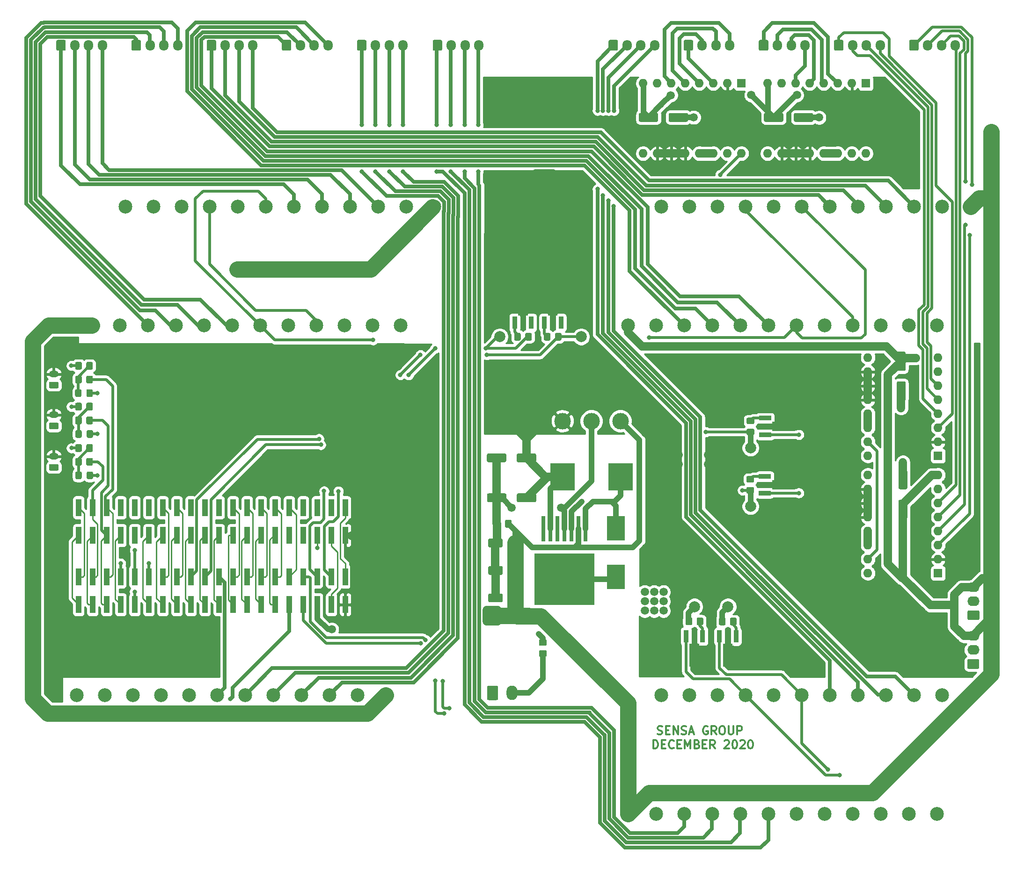
<source format=gbr>
G04 #@! TF.GenerationSoftware,KiCad,Pcbnew,(5.1.7)-1*
G04 #@! TF.CreationDate,2020-12-02T21:57:12+01:00*
G04 #@! TF.ProjectId,TonOfSteppers,546f6e4f-6653-4746-9570-706572732e6b,rev?*
G04 #@! TF.SameCoordinates,Original*
G04 #@! TF.FileFunction,Copper,L1,Top*
G04 #@! TF.FilePolarity,Positive*
%FSLAX46Y46*%
G04 Gerber Fmt 4.6, Leading zero omitted, Abs format (unit mm)*
G04 Created by KiCad (PCBNEW (5.1.7)-1) date 2020-12-02 21:57:12*
%MOMM*%
%LPD*%
G01*
G04 APERTURE LIST*
G04 #@! TA.AperFunction,NonConductor*
%ADD10C,0.300000*%
G04 #@! TD*
G04 #@! TA.AperFunction,SMDPad,CuDef*
%ADD11C,2.000000*%
G04 #@! TD*
G04 #@! TA.AperFunction,SMDPad,CuDef*
%ADD12C,3.000000*%
G04 #@! TD*
G04 #@! TA.AperFunction,ComponentPad*
%ADD13O,1.700000X1.950000*%
G04 #@! TD*
G04 #@! TA.AperFunction,ComponentPad*
%ADD14O,1.600000X1.600000*%
G04 #@! TD*
G04 #@! TA.AperFunction,ComponentPad*
%ADD15R,1.600000X1.600000*%
G04 #@! TD*
G04 #@! TA.AperFunction,SMDPad,CuDef*
%ADD16R,3.300000X4.500000*%
G04 #@! TD*
G04 #@! TA.AperFunction,SMDPad,CuDef*
%ADD17R,1.000000X3.150000*%
G04 #@! TD*
G04 #@! TA.AperFunction,ComponentPad*
%ADD18C,2.500000*%
G04 #@! TD*
G04 #@! TA.AperFunction,ComponentPad*
%ADD19O,2.190000X1.740000*%
G04 #@! TD*
G04 #@! TA.AperFunction,ComponentPad*
%ADD20O,2.000000X2.600000*%
G04 #@! TD*
G04 #@! TA.AperFunction,SMDPad,CuDef*
%ADD21R,4.500000X5.000000*%
G04 #@! TD*
G04 #@! TA.AperFunction,SMDPad,CuDef*
%ADD22C,0.100000*%
G04 #@! TD*
G04 #@! TA.AperFunction,SMDPad,CuDef*
%ADD23R,0.900000X2.300000*%
G04 #@! TD*
G04 #@! TA.AperFunction,SMDPad,CuDef*
%ADD24R,2.300000X0.900000*%
G04 #@! TD*
G04 #@! TA.AperFunction,SMDPad,CuDef*
%ADD25R,0.800000X4.600000*%
G04 #@! TD*
G04 #@! TA.AperFunction,SMDPad,CuDef*
%ADD26R,10.800000X9.400000*%
G04 #@! TD*
G04 #@! TA.AperFunction,ComponentPad*
%ADD27O,1.750000X1.200000*%
G04 #@! TD*
G04 #@! TA.AperFunction,ViaPad*
%ADD28C,0.800000*%
G04 #@! TD*
G04 #@! TA.AperFunction,ViaPad*
%ADD29C,1.500000*%
G04 #@! TD*
G04 #@! TA.AperFunction,Conductor*
%ADD30C,1.000000*%
G04 #@! TD*
G04 #@! TA.AperFunction,Conductor*
%ADD31C,1.500000*%
G04 #@! TD*
G04 #@! TA.AperFunction,Conductor*
%ADD32C,0.250000*%
G04 #@! TD*
G04 #@! TA.AperFunction,Conductor*
%ADD33C,0.500000*%
G04 #@! TD*
G04 #@! TA.AperFunction,Conductor*
%ADD34C,0.650000*%
G04 #@! TD*
G04 #@! TA.AperFunction,Conductor*
%ADD35C,3.000000*%
G04 #@! TD*
G04 #@! TA.AperFunction,Conductor*
%ADD36C,0.254000*%
G04 #@! TD*
G04 #@! TA.AperFunction,Conductor*
%ADD37C,0.100000*%
G04 #@! TD*
G04 APERTURE END LIST*
D10*
X127929714Y-144366142D02*
X128144000Y-144437571D01*
X128501142Y-144437571D01*
X128644000Y-144366142D01*
X128715428Y-144294714D01*
X128786857Y-144151857D01*
X128786857Y-144009000D01*
X128715428Y-143866142D01*
X128644000Y-143794714D01*
X128501142Y-143723285D01*
X128215428Y-143651857D01*
X128072571Y-143580428D01*
X128001142Y-143509000D01*
X127929714Y-143366142D01*
X127929714Y-143223285D01*
X128001142Y-143080428D01*
X128072571Y-143009000D01*
X128215428Y-142937571D01*
X128572571Y-142937571D01*
X128786857Y-143009000D01*
X129429714Y-143651857D02*
X129929714Y-143651857D01*
X130144000Y-144437571D02*
X129429714Y-144437571D01*
X129429714Y-142937571D01*
X130144000Y-142937571D01*
X130786857Y-144437571D02*
X130786857Y-142937571D01*
X131644000Y-144437571D01*
X131644000Y-142937571D01*
X132286857Y-144366142D02*
X132501142Y-144437571D01*
X132858285Y-144437571D01*
X133001142Y-144366142D01*
X133072571Y-144294714D01*
X133144000Y-144151857D01*
X133144000Y-144009000D01*
X133072571Y-143866142D01*
X133001142Y-143794714D01*
X132858285Y-143723285D01*
X132572571Y-143651857D01*
X132429714Y-143580428D01*
X132358285Y-143509000D01*
X132286857Y-143366142D01*
X132286857Y-143223285D01*
X132358285Y-143080428D01*
X132429714Y-143009000D01*
X132572571Y-142937571D01*
X132929714Y-142937571D01*
X133144000Y-143009000D01*
X133715428Y-144009000D02*
X134429714Y-144009000D01*
X133572571Y-144437571D02*
X134072571Y-142937571D01*
X134572571Y-144437571D01*
X137001142Y-143009000D02*
X136858285Y-142937571D01*
X136644000Y-142937571D01*
X136429714Y-143009000D01*
X136286857Y-143151857D01*
X136215428Y-143294714D01*
X136144000Y-143580428D01*
X136144000Y-143794714D01*
X136215428Y-144080428D01*
X136286857Y-144223285D01*
X136429714Y-144366142D01*
X136644000Y-144437571D01*
X136786857Y-144437571D01*
X137001142Y-144366142D01*
X137072571Y-144294714D01*
X137072571Y-143794714D01*
X136786857Y-143794714D01*
X138572571Y-144437571D02*
X138072571Y-143723285D01*
X137715428Y-144437571D02*
X137715428Y-142937571D01*
X138286857Y-142937571D01*
X138429714Y-143009000D01*
X138501142Y-143080428D01*
X138572571Y-143223285D01*
X138572571Y-143437571D01*
X138501142Y-143580428D01*
X138429714Y-143651857D01*
X138286857Y-143723285D01*
X137715428Y-143723285D01*
X139501142Y-142937571D02*
X139786857Y-142937571D01*
X139929714Y-143009000D01*
X140072571Y-143151857D01*
X140144000Y-143437571D01*
X140144000Y-143937571D01*
X140072571Y-144223285D01*
X139929714Y-144366142D01*
X139786857Y-144437571D01*
X139501142Y-144437571D01*
X139358285Y-144366142D01*
X139215428Y-144223285D01*
X139144000Y-143937571D01*
X139144000Y-143437571D01*
X139215428Y-143151857D01*
X139358285Y-143009000D01*
X139501142Y-142937571D01*
X140786857Y-142937571D02*
X140786857Y-144151857D01*
X140858285Y-144294714D01*
X140929714Y-144366142D01*
X141072571Y-144437571D01*
X141358285Y-144437571D01*
X141501142Y-144366142D01*
X141572571Y-144294714D01*
X141644000Y-144151857D01*
X141644000Y-142937571D01*
X142358285Y-144437571D02*
X142358285Y-142937571D01*
X142929714Y-142937571D01*
X143072571Y-143009000D01*
X143144000Y-143080428D01*
X143215428Y-143223285D01*
X143215428Y-143437571D01*
X143144000Y-143580428D01*
X143072571Y-143651857D01*
X142929714Y-143723285D01*
X142358285Y-143723285D01*
X127179714Y-146987571D02*
X127179714Y-145487571D01*
X127536857Y-145487571D01*
X127751142Y-145559000D01*
X127894000Y-145701857D01*
X127965428Y-145844714D01*
X128036857Y-146130428D01*
X128036857Y-146344714D01*
X127965428Y-146630428D01*
X127894000Y-146773285D01*
X127751142Y-146916142D01*
X127536857Y-146987571D01*
X127179714Y-146987571D01*
X128679714Y-146201857D02*
X129179714Y-146201857D01*
X129394000Y-146987571D02*
X128679714Y-146987571D01*
X128679714Y-145487571D01*
X129394000Y-145487571D01*
X130894000Y-146844714D02*
X130822571Y-146916142D01*
X130608285Y-146987571D01*
X130465428Y-146987571D01*
X130251142Y-146916142D01*
X130108285Y-146773285D01*
X130036857Y-146630428D01*
X129965428Y-146344714D01*
X129965428Y-146130428D01*
X130036857Y-145844714D01*
X130108285Y-145701857D01*
X130251142Y-145559000D01*
X130465428Y-145487571D01*
X130608285Y-145487571D01*
X130822571Y-145559000D01*
X130894000Y-145630428D01*
X131536857Y-146201857D02*
X132036857Y-146201857D01*
X132251142Y-146987571D02*
X131536857Y-146987571D01*
X131536857Y-145487571D01*
X132251142Y-145487571D01*
X132894000Y-146987571D02*
X132894000Y-145487571D01*
X133394000Y-146559000D01*
X133894000Y-145487571D01*
X133894000Y-146987571D01*
X135108285Y-146201857D02*
X135322571Y-146273285D01*
X135394000Y-146344714D01*
X135465428Y-146487571D01*
X135465428Y-146701857D01*
X135394000Y-146844714D01*
X135322571Y-146916142D01*
X135179714Y-146987571D01*
X134608285Y-146987571D01*
X134608285Y-145487571D01*
X135108285Y-145487571D01*
X135251142Y-145559000D01*
X135322571Y-145630428D01*
X135394000Y-145773285D01*
X135394000Y-145916142D01*
X135322571Y-146059000D01*
X135251142Y-146130428D01*
X135108285Y-146201857D01*
X134608285Y-146201857D01*
X136108285Y-146201857D02*
X136608285Y-146201857D01*
X136822571Y-146987571D02*
X136108285Y-146987571D01*
X136108285Y-145487571D01*
X136822571Y-145487571D01*
X138322571Y-146987571D02*
X137822571Y-146273285D01*
X137465428Y-146987571D02*
X137465428Y-145487571D01*
X138036857Y-145487571D01*
X138179714Y-145559000D01*
X138251142Y-145630428D01*
X138322571Y-145773285D01*
X138322571Y-145987571D01*
X138251142Y-146130428D01*
X138179714Y-146201857D01*
X138036857Y-146273285D01*
X137465428Y-146273285D01*
X140036857Y-145630428D02*
X140108285Y-145559000D01*
X140251142Y-145487571D01*
X140608285Y-145487571D01*
X140751142Y-145559000D01*
X140822571Y-145630428D01*
X140894000Y-145773285D01*
X140894000Y-145916142D01*
X140822571Y-146130428D01*
X139965428Y-146987571D01*
X140894000Y-146987571D01*
X141822571Y-145487571D02*
X141965428Y-145487571D01*
X142108285Y-145559000D01*
X142179714Y-145630428D01*
X142251142Y-145773285D01*
X142322571Y-146059000D01*
X142322571Y-146416142D01*
X142251142Y-146701857D01*
X142179714Y-146844714D01*
X142108285Y-146916142D01*
X141965428Y-146987571D01*
X141822571Y-146987571D01*
X141679714Y-146916142D01*
X141608285Y-146844714D01*
X141536857Y-146701857D01*
X141465428Y-146416142D01*
X141465428Y-146059000D01*
X141536857Y-145773285D01*
X141608285Y-145630428D01*
X141679714Y-145559000D01*
X141822571Y-145487571D01*
X142894000Y-145630428D02*
X142965428Y-145559000D01*
X143108285Y-145487571D01*
X143465428Y-145487571D01*
X143608285Y-145559000D01*
X143679714Y-145630428D01*
X143751142Y-145773285D01*
X143751142Y-145916142D01*
X143679714Y-146130428D01*
X142822571Y-146987571D01*
X143751142Y-146987571D01*
X144679714Y-145487571D02*
X144822571Y-145487571D01*
X144965428Y-145559000D01*
X145036857Y-145630428D01*
X145108285Y-145773285D01*
X145179714Y-146059000D01*
X145179714Y-146416142D01*
X145108285Y-146701857D01*
X145036857Y-146844714D01*
X144965428Y-146916142D01*
X144822571Y-146987571D01*
X144679714Y-146987571D01*
X144536857Y-146916142D01*
X144465428Y-146844714D01*
X144394000Y-146701857D01*
X144322571Y-146416142D01*
X144322571Y-146059000D01*
X144394000Y-145773285D01*
X144465428Y-145630428D01*
X144536857Y-145559000D01*
X144679714Y-145487571D01*
D11*
X99382000Y-72408000D03*
X114112000Y-72408000D03*
X140682000Y-121288000D03*
X134622000Y-121288000D03*
X144762000Y-103128000D03*
X144762000Y-92528000D03*
D12*
X121212000Y-87668000D03*
X115977000Y-87668000D03*
X110742000Y-87668000D03*
G04 #@! TA.AperFunction,ComponentPad*
G36*
G01*
X159870000Y-20345000D02*
X159870000Y-18895000D01*
G75*
G02*
X160120000Y-18645000I250000J0D01*
G01*
X161320000Y-18645000D01*
G75*
G02*
X161570000Y-18895000I0J-250000D01*
G01*
X161570000Y-20345000D01*
G75*
G02*
X161320000Y-20595000I-250000J0D01*
G01*
X160120000Y-20595000D01*
G75*
G02*
X159870000Y-20345000I0J250000D01*
G01*
G37*
G04 #@! TD.AperFunction*
D13*
X163220000Y-19620000D03*
X165720000Y-19620000D03*
X168220000Y-19620000D03*
G04 #@! TA.AperFunction,ComponentPad*
G36*
G01*
X173470000Y-20345000D02*
X173470000Y-18895000D01*
G75*
G02*
X173720000Y-18645000I250000J0D01*
G01*
X174920000Y-18645000D01*
G75*
G02*
X175170000Y-18895000I0J-250000D01*
G01*
X175170000Y-20345000D01*
G75*
G02*
X174920000Y-20595000I-250000J0D01*
G01*
X173720000Y-20595000D01*
G75*
G02*
X173470000Y-20345000I0J250000D01*
G01*
G37*
G04 #@! TD.AperFunction*
X176820000Y-19620000D03*
X179320000Y-19620000D03*
X181820000Y-19620000D03*
X141020000Y-19620000D03*
X138520000Y-19620000D03*
X136020000Y-19620000D03*
G04 #@! TA.AperFunction,ComponentPad*
G36*
G01*
X132670000Y-20345000D02*
X132670000Y-18895000D01*
G75*
G02*
X132920000Y-18645000I250000J0D01*
G01*
X134120000Y-18645000D01*
G75*
G02*
X134370000Y-18895000I0J-250000D01*
G01*
X134370000Y-20345000D01*
G75*
G02*
X134120000Y-20595000I-250000J0D01*
G01*
X132920000Y-20595000D01*
G75*
G02*
X132670000Y-20345000I0J250000D01*
G01*
G37*
G04 #@! TD.AperFunction*
G04 #@! TA.AperFunction,ComponentPad*
G36*
G01*
X59970000Y-20345000D02*
X59970000Y-18895000D01*
G75*
G02*
X60220000Y-18645000I250000J0D01*
G01*
X61420000Y-18645000D01*
G75*
G02*
X61670000Y-18895000I0J-250000D01*
G01*
X61670000Y-20345000D01*
G75*
G02*
X61420000Y-20595000I-250000J0D01*
G01*
X60220000Y-20595000D01*
G75*
G02*
X59970000Y-20345000I0J250000D01*
G01*
G37*
G04 #@! TD.AperFunction*
X63320000Y-19620000D03*
X65820000Y-19620000D03*
X68320000Y-19620000D03*
X154620000Y-19620000D03*
X152120000Y-19620000D03*
X149620000Y-19620000D03*
G04 #@! TA.AperFunction,ComponentPad*
G36*
G01*
X146270000Y-20345000D02*
X146270000Y-18895000D01*
G75*
G02*
X146520000Y-18645000I250000J0D01*
G01*
X147720000Y-18645000D01*
G75*
G02*
X147970000Y-18895000I0J-250000D01*
G01*
X147970000Y-20345000D01*
G75*
G02*
X147720000Y-20595000I-250000J0D01*
G01*
X146520000Y-20595000D01*
G75*
G02*
X146270000Y-20345000I0J250000D01*
G01*
G37*
G04 #@! TD.AperFunction*
D14*
X143122000Y-39208000D03*
X125342000Y-26508000D03*
X140582000Y-39208000D03*
X127882000Y-26508000D03*
X138042000Y-39208000D03*
X130422000Y-26508000D03*
X135502000Y-39208000D03*
X132962000Y-26508000D03*
X132962000Y-39208000D03*
X135502000Y-26508000D03*
X130422000Y-39208000D03*
X138042000Y-26508000D03*
X127882000Y-39208000D03*
X140582000Y-26508000D03*
X125342000Y-39208000D03*
D15*
X143122000Y-26508000D03*
D14*
X165622000Y-39208000D03*
X147842000Y-26508000D03*
X163082000Y-39208000D03*
X150382000Y-26508000D03*
X160542000Y-39208000D03*
X152922000Y-26508000D03*
X158002000Y-39208000D03*
X155462000Y-26508000D03*
X155462000Y-39208000D03*
X158002000Y-26508000D03*
X152922000Y-39208000D03*
X160542000Y-26508000D03*
X150382000Y-39208000D03*
X163082000Y-26508000D03*
X147842000Y-39208000D03*
D15*
X165622000Y-26508000D03*
X178697000Y-93983000D03*
D14*
X165997000Y-76203000D03*
X178697000Y-91443000D03*
X165997000Y-78743000D03*
X178697000Y-88903000D03*
X165997000Y-81283000D03*
X178697000Y-86363000D03*
X165997000Y-83823000D03*
X178697000Y-83823000D03*
X165997000Y-86363000D03*
X178697000Y-81283000D03*
X165997000Y-88903000D03*
X178697000Y-78743000D03*
X165997000Y-91443000D03*
X178697000Y-76203000D03*
X165997000Y-93983000D03*
D15*
X178697000Y-115233000D03*
D14*
X165997000Y-97453000D03*
X178697000Y-112693000D03*
X165997000Y-99993000D03*
X178697000Y-110153000D03*
X165997000Y-102533000D03*
X178697000Y-107613000D03*
X165997000Y-105073000D03*
X178697000Y-105073000D03*
X165997000Y-107613000D03*
X178697000Y-102533000D03*
X165997000Y-110153000D03*
X178697000Y-99993000D03*
X165997000Y-112693000D03*
X178697000Y-97453000D03*
X165997000Y-115233000D03*
G04 #@! TA.AperFunction,SMDPad,CuDef*
G36*
G01*
X147197000Y-33233000D02*
X147197000Y-32133000D01*
G75*
G02*
X147447000Y-31883000I250000J0D01*
G01*
X150447000Y-31883000D01*
G75*
G02*
X150697000Y-32133000I0J-250000D01*
G01*
X150697000Y-33233000D01*
G75*
G02*
X150447000Y-33483000I-250000J0D01*
G01*
X147447000Y-33483000D01*
G75*
G02*
X147197000Y-33233000I0J250000D01*
G01*
G37*
G04 #@! TD.AperFunction*
G04 #@! TA.AperFunction,SMDPad,CuDef*
G36*
G01*
X152597000Y-33233000D02*
X152597000Y-32133000D01*
G75*
G02*
X152847000Y-31883000I250000J0D01*
G01*
X155847000Y-31883000D01*
G75*
G02*
X156097000Y-32133000I0J-250000D01*
G01*
X156097000Y-33233000D01*
G75*
G02*
X155847000Y-33483000I-250000J0D01*
G01*
X152847000Y-33483000D01*
G75*
G02*
X152597000Y-33233000I0J250000D01*
G01*
G37*
G04 #@! TD.AperFunction*
G04 #@! TA.AperFunction,SMDPad,CuDef*
G36*
G01*
X129947000Y-33233000D02*
X129947000Y-32133000D01*
G75*
G02*
X130197000Y-31883000I250000J0D01*
G01*
X133197000Y-31883000D01*
G75*
G02*
X133447000Y-32133000I0J-250000D01*
G01*
X133447000Y-33233000D01*
G75*
G02*
X133197000Y-33483000I-250000J0D01*
G01*
X130197000Y-33483000D01*
G75*
G02*
X129947000Y-33233000I0J250000D01*
G01*
G37*
G04 #@! TD.AperFunction*
G04 #@! TA.AperFunction,SMDPad,CuDef*
G36*
G01*
X124547000Y-33233000D02*
X124547000Y-32133000D01*
G75*
G02*
X124797000Y-31883000I250000J0D01*
G01*
X127797000Y-31883000D01*
G75*
G02*
X128047000Y-32133000I0J-250000D01*
G01*
X128047000Y-33233000D01*
G75*
G02*
X127797000Y-33483000I-250000J0D01*
G01*
X124797000Y-33483000D01*
G75*
G02*
X124547000Y-33233000I0J250000D01*
G01*
G37*
G04 #@! TD.AperFunction*
G04 #@! TA.AperFunction,SMDPad,CuDef*
G36*
G01*
X171472000Y-80488000D02*
X172572000Y-80488000D01*
G75*
G02*
X172822000Y-80738000I0J-250000D01*
G01*
X172822000Y-83738000D01*
G75*
G02*
X172572000Y-83988000I-250000J0D01*
G01*
X171472000Y-83988000D01*
G75*
G02*
X171222000Y-83738000I0J250000D01*
G01*
X171222000Y-80738000D01*
G75*
G02*
X171472000Y-80488000I250000J0D01*
G01*
G37*
G04 #@! TD.AperFunction*
G04 #@! TA.AperFunction,SMDPad,CuDef*
G36*
G01*
X171472000Y-75088000D02*
X172572000Y-75088000D01*
G75*
G02*
X172822000Y-75338000I0J-250000D01*
G01*
X172822000Y-78338000D01*
G75*
G02*
X172572000Y-78588000I-250000J0D01*
G01*
X171472000Y-78588000D01*
G75*
G02*
X171222000Y-78338000I0J250000D01*
G01*
X171222000Y-75338000D01*
G75*
G02*
X171472000Y-75088000I250000J0D01*
G01*
G37*
G04 #@! TD.AperFunction*
G04 #@! TA.AperFunction,SMDPad,CuDef*
G36*
G01*
X172882000Y-105428000D02*
X171782000Y-105428000D01*
G75*
G02*
X171532000Y-105178000I0J250000D01*
G01*
X171532000Y-102178000D01*
G75*
G02*
X171782000Y-101928000I250000J0D01*
G01*
X172882000Y-101928000D01*
G75*
G02*
X173132000Y-102178000I0J-250000D01*
G01*
X173132000Y-105178000D01*
G75*
G02*
X172882000Y-105428000I-250000J0D01*
G01*
G37*
G04 #@! TD.AperFunction*
G04 #@! TA.AperFunction,SMDPad,CuDef*
G36*
G01*
X172882000Y-100028000D02*
X171782000Y-100028000D01*
G75*
G02*
X171532000Y-99778000I0J250000D01*
G01*
X171532000Y-96778000D01*
G75*
G02*
X171782000Y-96528000I250000J0D01*
G01*
X172882000Y-96528000D01*
G75*
G02*
X173132000Y-96778000I0J-250000D01*
G01*
X173132000Y-99778000D01*
G75*
G02*
X172882000Y-100028000I-250000J0D01*
G01*
G37*
G04 #@! TD.AperFunction*
G04 #@! TA.AperFunction,SMDPad,CuDef*
G36*
G01*
X103522000Y-119158000D02*
X103522000Y-120258000D01*
G75*
G02*
X103272000Y-120508000I-250000J0D01*
G01*
X101172000Y-120508000D01*
G75*
G02*
X100922000Y-120258000I0J250000D01*
G01*
X100922000Y-119158000D01*
G75*
G02*
X101172000Y-118908000I250000J0D01*
G01*
X103272000Y-118908000D01*
G75*
G02*
X103522000Y-119158000I0J-250000D01*
G01*
G37*
G04 #@! TD.AperFunction*
G04 #@! TA.AperFunction,SMDPad,CuDef*
G36*
G01*
X99922000Y-119158000D02*
X99922000Y-120258000D01*
G75*
G02*
X99672000Y-120508000I-250000J0D01*
G01*
X97572000Y-120508000D01*
G75*
G02*
X97322000Y-120258000I0J250000D01*
G01*
X97322000Y-119158000D01*
G75*
G02*
X97572000Y-118908000I250000J0D01*
G01*
X99672000Y-118908000D01*
G75*
G02*
X99922000Y-119158000I0J-250000D01*
G01*
G37*
G04 #@! TD.AperFunction*
G04 #@! TA.AperFunction,SMDPad,CuDef*
G36*
G01*
X99922000Y-114183000D02*
X99922000Y-115283000D01*
G75*
G02*
X99672000Y-115533000I-250000J0D01*
G01*
X97572000Y-115533000D01*
G75*
G02*
X97322000Y-115283000I0J250000D01*
G01*
X97322000Y-114183000D01*
G75*
G02*
X97572000Y-113933000I250000J0D01*
G01*
X99672000Y-113933000D01*
G75*
G02*
X99922000Y-114183000I0J-250000D01*
G01*
G37*
G04 #@! TD.AperFunction*
G04 #@! TA.AperFunction,SMDPad,CuDef*
G36*
G01*
X103522000Y-114183000D02*
X103522000Y-115283000D01*
G75*
G02*
X103272000Y-115533000I-250000J0D01*
G01*
X101172000Y-115533000D01*
G75*
G02*
X100922000Y-115283000I0J250000D01*
G01*
X100922000Y-114183000D01*
G75*
G02*
X101172000Y-113933000I250000J0D01*
G01*
X103272000Y-113933000D01*
G75*
G02*
X103522000Y-114183000I0J-250000D01*
G01*
G37*
G04 #@! TD.AperFunction*
G04 #@! TA.AperFunction,SMDPad,CuDef*
G36*
G01*
X103497000Y-109208000D02*
X103497000Y-110308000D01*
G75*
G02*
X103247000Y-110558000I-250000J0D01*
G01*
X101147000Y-110558000D01*
G75*
G02*
X100897000Y-110308000I0J250000D01*
G01*
X100897000Y-109208000D01*
G75*
G02*
X101147000Y-108958000I250000J0D01*
G01*
X103247000Y-108958000D01*
G75*
G02*
X103497000Y-109208000I0J-250000D01*
G01*
G37*
G04 #@! TD.AperFunction*
G04 #@! TA.AperFunction,SMDPad,CuDef*
G36*
G01*
X99897000Y-109208000D02*
X99897000Y-110308000D01*
G75*
G02*
X99647000Y-110558000I-250000J0D01*
G01*
X97547000Y-110558000D01*
G75*
G02*
X97297000Y-110308000I0J250000D01*
G01*
X97297000Y-109208000D01*
G75*
G02*
X97547000Y-108958000I250000J0D01*
G01*
X99647000Y-108958000D01*
G75*
G02*
X99897000Y-109208000I0J-250000D01*
G01*
G37*
G04 #@! TD.AperFunction*
G04 #@! TA.AperFunction,SMDPad,CuDef*
G36*
G01*
X99447000Y-105783000D02*
X99447000Y-106733000D01*
G75*
G02*
X99197000Y-106983000I-250000J0D01*
G01*
X98522000Y-106983000D01*
G75*
G02*
X98272000Y-106733000I0J250000D01*
G01*
X98272000Y-105783000D01*
G75*
G02*
X98522000Y-105533000I250000J0D01*
G01*
X99197000Y-105533000D01*
G75*
G02*
X99447000Y-105783000I0J-250000D01*
G01*
G37*
G04 #@! TD.AperFunction*
G04 #@! TA.AperFunction,SMDPad,CuDef*
G36*
G01*
X101522000Y-105783000D02*
X101522000Y-106733000D01*
G75*
G02*
X101272000Y-106983000I-250000J0D01*
G01*
X100597000Y-106983000D01*
G75*
G02*
X100347000Y-106733000I0J250000D01*
G01*
X100347000Y-105783000D01*
G75*
G02*
X100597000Y-105533000I250000J0D01*
G01*
X101272000Y-105533000D01*
G75*
G02*
X101522000Y-105783000I0J-250000D01*
G01*
G37*
G04 #@! TD.AperFunction*
G04 #@! TA.AperFunction,SMDPad,CuDef*
G36*
G01*
X105997000Y-101033000D02*
X105997000Y-102133000D01*
G75*
G02*
X105747000Y-102383000I-250000J0D01*
G01*
X102747000Y-102383000D01*
G75*
G02*
X102497000Y-102133000I0J250000D01*
G01*
X102497000Y-101033000D01*
G75*
G02*
X102747000Y-100783000I250000J0D01*
G01*
X105747000Y-100783000D01*
G75*
G02*
X105997000Y-101033000I0J-250000D01*
G01*
G37*
G04 #@! TD.AperFunction*
G04 #@! TA.AperFunction,SMDPad,CuDef*
G36*
G01*
X100597000Y-101033000D02*
X100597000Y-102133000D01*
G75*
G02*
X100347000Y-102383000I-250000J0D01*
G01*
X97347000Y-102383000D01*
G75*
G02*
X97097000Y-102133000I0J250000D01*
G01*
X97097000Y-101033000D01*
G75*
G02*
X97347000Y-100783000I250000J0D01*
G01*
X100347000Y-100783000D01*
G75*
G02*
X100597000Y-101033000I0J-250000D01*
G01*
G37*
G04 #@! TD.AperFunction*
G04 #@! TA.AperFunction,SMDPad,CuDef*
G36*
G01*
X100572000Y-93783000D02*
X100572000Y-94883000D01*
G75*
G02*
X100322000Y-95133000I-250000J0D01*
G01*
X97322000Y-95133000D01*
G75*
G02*
X97072000Y-94883000I0J250000D01*
G01*
X97072000Y-93783000D01*
G75*
G02*
X97322000Y-93533000I250000J0D01*
G01*
X100322000Y-93533000D01*
G75*
G02*
X100572000Y-93783000I0J-250000D01*
G01*
G37*
G04 #@! TD.AperFunction*
G04 #@! TA.AperFunction,SMDPad,CuDef*
G36*
G01*
X105972000Y-93783000D02*
X105972000Y-94883000D01*
G75*
G02*
X105722000Y-95133000I-250000J0D01*
G01*
X102722000Y-95133000D01*
G75*
G02*
X102472000Y-94883000I0J250000D01*
G01*
X102472000Y-93783000D01*
G75*
G02*
X102722000Y-93533000I250000J0D01*
G01*
X105722000Y-93533000D01*
G75*
G02*
X105972000Y-93783000I0J-250000D01*
G01*
G37*
G04 #@! TD.AperFunction*
D16*
X120447000Y-107108000D03*
X120447000Y-115908000D03*
D17*
X71452000Y-115858000D03*
X71452000Y-120908000D03*
X68912000Y-115858000D03*
X68912000Y-120908000D03*
X66372000Y-115858000D03*
X66372000Y-120908000D03*
X63832000Y-115858000D03*
X63832000Y-120908000D03*
X61292000Y-115858000D03*
X61292000Y-120908000D03*
X58752000Y-115858000D03*
X58752000Y-120908000D03*
X56212000Y-115858000D03*
X56212000Y-120908000D03*
X53672000Y-115858000D03*
X53672000Y-120908000D03*
X51132000Y-115858000D03*
X51132000Y-120908000D03*
X48592000Y-115858000D03*
X48592000Y-120908000D03*
X46052000Y-115858000D03*
X46052000Y-120908000D03*
X43512000Y-115858000D03*
X43512000Y-120908000D03*
X40972000Y-115858000D03*
X40972000Y-120908000D03*
X38432000Y-115858000D03*
X38432000Y-120908000D03*
X35892000Y-115858000D03*
X35892000Y-120908000D03*
X33352000Y-115858000D03*
X33352000Y-120908000D03*
X30812000Y-115858000D03*
X30812000Y-120908000D03*
X28272000Y-115858000D03*
X28272000Y-120908000D03*
X25732000Y-115858000D03*
X25732000Y-120908000D03*
X23192000Y-115858000D03*
X23192000Y-120908000D03*
X23192000Y-108383000D03*
X23192000Y-103333000D03*
X25732000Y-108383000D03*
X25732000Y-103333000D03*
X28272000Y-108383000D03*
X28272000Y-103333000D03*
X30812000Y-108383000D03*
X30812000Y-103333000D03*
X33352000Y-108383000D03*
X33352000Y-103333000D03*
X35892000Y-108383000D03*
X35892000Y-103333000D03*
X38432000Y-108383000D03*
X38432000Y-103333000D03*
X40972000Y-108383000D03*
X40972000Y-103333000D03*
X43512000Y-108383000D03*
X43512000Y-103333000D03*
X46052000Y-108383000D03*
X46052000Y-103333000D03*
X48592000Y-108383000D03*
X48592000Y-103333000D03*
X51132000Y-108383000D03*
X51132000Y-103333000D03*
X53672000Y-108383000D03*
X53672000Y-103333000D03*
X56212000Y-108383000D03*
X56212000Y-103333000D03*
X58752000Y-108383000D03*
X58752000Y-103333000D03*
X61292000Y-108383000D03*
X61292000Y-103333000D03*
X63832000Y-108383000D03*
X63832000Y-103333000D03*
X66372000Y-108383000D03*
X66372000Y-103333000D03*
X68912000Y-108383000D03*
X68912000Y-103333000D03*
X71452000Y-108383000D03*
X71452000Y-103333000D03*
D18*
X87522000Y-48808000D03*
X82442000Y-48808000D03*
X77362000Y-48808000D03*
X72282000Y-48808000D03*
X67202000Y-48808000D03*
X62122000Y-48808000D03*
X57042000Y-48808000D03*
X51962000Y-48808000D03*
X46882000Y-48808000D03*
X41802000Y-48808000D03*
X36722000Y-48808000D03*
X31642000Y-48808000D03*
X25572000Y-70358000D03*
X30652000Y-70358000D03*
X35732000Y-70358000D03*
X40812000Y-70358000D03*
X45892000Y-70358000D03*
X50972000Y-70358000D03*
X56052000Y-70358000D03*
X61132000Y-70358000D03*
X66212000Y-70358000D03*
X71292000Y-70358000D03*
X76372000Y-70358000D03*
X81452000Y-70358000D03*
X128642000Y-48808000D03*
X133702000Y-48808000D03*
X138782000Y-48808000D03*
X143862000Y-48808000D03*
X148942000Y-48808000D03*
X154022000Y-48808000D03*
X159102000Y-48808000D03*
X164182000Y-48808000D03*
X169262000Y-48808000D03*
X174342000Y-48808000D03*
X179422000Y-48808000D03*
X184502000Y-48808000D03*
X122572000Y-70358000D03*
X127652000Y-70358000D03*
X132732000Y-70358000D03*
X137812000Y-70358000D03*
X142892000Y-70358000D03*
X147972000Y-70358000D03*
X153052000Y-70358000D03*
X158132000Y-70358000D03*
X163212000Y-70358000D03*
X168292000Y-70358000D03*
X173372000Y-70358000D03*
X178452000Y-70358000D03*
X184532000Y-137288000D03*
X179452000Y-137288000D03*
X174372000Y-137288000D03*
X169292000Y-137288000D03*
X164212000Y-137288000D03*
X159132000Y-137288000D03*
X154052000Y-137288000D03*
X148972000Y-137288000D03*
X143892000Y-137288000D03*
X138812000Y-137288000D03*
X133732000Y-137288000D03*
X128652000Y-137288000D03*
X178452000Y-158858000D03*
X173372000Y-158858000D03*
X168292000Y-158858000D03*
X163212000Y-158858000D03*
X158132000Y-158858000D03*
X153052000Y-158858000D03*
X147972000Y-158858000D03*
X142892000Y-158858000D03*
X137812000Y-158858000D03*
X132732000Y-158858000D03*
X127652000Y-158858000D03*
X122572000Y-158858000D03*
X22882000Y-137308000D03*
X27962000Y-137308000D03*
X33042000Y-137308000D03*
X38122000Y-137308000D03*
X43202000Y-137308000D03*
X48282000Y-137308000D03*
X53362000Y-137308000D03*
X58442000Y-137308000D03*
X63522000Y-137308000D03*
X68602000Y-137308000D03*
X73682000Y-137308000D03*
X78762000Y-137308000D03*
G04 #@! TA.AperFunction,ComponentPad*
G36*
G01*
X185937001Y-123718000D02*
X184246999Y-123718000D01*
G75*
G02*
X183997000Y-123468001I0J249999D01*
G01*
X183997000Y-122227999D01*
G75*
G02*
X184246999Y-121978000I249999J0D01*
G01*
X185937001Y-121978000D01*
G75*
G02*
X186187000Y-122227999I0J-249999D01*
G01*
X186187000Y-123468001D01*
G75*
G02*
X185937001Y-123718000I-249999J0D01*
G01*
G37*
G04 #@! TD.AperFunction*
D19*
X185092000Y-120308000D03*
X185092000Y-117768000D03*
X185052000Y-126588000D03*
X185052000Y-129128000D03*
G04 #@! TA.AperFunction,ComponentPad*
G36*
G01*
X185897001Y-132538000D02*
X184206999Y-132538000D01*
G75*
G02*
X183957000Y-132288001I0J249999D01*
G01*
X183957000Y-131047999D01*
G75*
G02*
X184206999Y-130798000I249999J0D01*
G01*
X185897001Y-130798000D01*
G75*
G02*
X186147000Y-131047999I0J-249999D01*
G01*
X186147000Y-132288001D01*
G75*
G02*
X185897001Y-132538000I-249999J0D01*
G01*
G37*
G04 #@! TD.AperFunction*
G04 #@! TA.AperFunction,ComponentPad*
G36*
G01*
X97097000Y-137958000D02*
X97097000Y-135858000D01*
G75*
G02*
X97347000Y-135608000I250000J0D01*
G01*
X98847000Y-135608000D01*
G75*
G02*
X99097000Y-135858000I0J-250000D01*
G01*
X99097000Y-137958000D01*
G75*
G02*
X98847000Y-138208000I-250000J0D01*
G01*
X97347000Y-138208000D01*
G75*
G02*
X97097000Y-137958000I0J250000D01*
G01*
G37*
G04 #@! TD.AperFunction*
D20*
X101597000Y-136908000D03*
D21*
X110747000Y-97758000D03*
X121247000Y-97758000D03*
G04 #@! TA.AperFunction,SMDPad,CuDef*
D22*
G36*
X104458500Y-64408000D02*
G01*
X104458500Y-68533000D01*
X104042000Y-68533000D01*
X104042000Y-71008000D01*
X103142000Y-71008000D01*
X103142000Y-68533000D01*
X102725500Y-68533000D01*
X102725500Y-64408000D01*
X104458500Y-64408000D01*
G37*
G04 #@! TD.AperFunction*
D23*
X105092000Y-69858000D03*
X102092000Y-69858000D03*
X107472000Y-69858000D03*
X110472000Y-69858000D03*
G04 #@! TA.AperFunction,SMDPad,CuDef*
D22*
G36*
X109838500Y-64408000D02*
G01*
X109838500Y-68533000D01*
X109422000Y-68533000D01*
X109422000Y-71008000D01*
X108522000Y-71008000D01*
X108522000Y-68533000D01*
X108105500Y-68533000D01*
X108105500Y-64408000D01*
X109838500Y-64408000D01*
G37*
G04 #@! TD.AperFunction*
D23*
X136092000Y-126668000D03*
X133092000Y-126668000D03*
G04 #@! TA.AperFunction,SMDPad,CuDef*
D22*
G36*
X133725500Y-132118000D02*
G01*
X133725500Y-127993000D01*
X134142000Y-127993000D01*
X134142000Y-125518000D01*
X135042000Y-125518000D01*
X135042000Y-127993000D01*
X135458500Y-127993000D01*
X135458500Y-132118000D01*
X133725500Y-132118000D01*
G37*
G04 #@! TD.AperFunction*
G04 #@! TA.AperFunction,SMDPad,CuDef*
G36*
X139775500Y-132138000D02*
G01*
X139775500Y-128013000D01*
X140192000Y-128013000D01*
X140192000Y-125538000D01*
X141092000Y-125538000D01*
X141092000Y-128013000D01*
X141508500Y-128013000D01*
X141508500Y-132138000D01*
X139775500Y-132138000D01*
G37*
G04 #@! TD.AperFunction*
D23*
X139142000Y-126688000D03*
X142142000Y-126688000D03*
D24*
X147362000Y-97718000D03*
X147362000Y-100718000D03*
G04 #@! TA.AperFunction,SMDPad,CuDef*
D22*
G36*
X152812000Y-100084500D02*
G01*
X148687000Y-100084500D01*
X148687000Y-99668000D01*
X146212000Y-99668000D01*
X146212000Y-98768000D01*
X148687000Y-98768000D01*
X148687000Y-98351500D01*
X152812000Y-98351500D01*
X152812000Y-100084500D01*
G37*
G04 #@! TD.AperFunction*
G04 #@! TA.AperFunction,SMDPad,CuDef*
G36*
X152852000Y-89514500D02*
G01*
X148727000Y-89514500D01*
X148727000Y-89098000D01*
X146252000Y-89098000D01*
X146252000Y-88198000D01*
X148727000Y-88198000D01*
X148727000Y-87781500D01*
X152852000Y-87781500D01*
X152852000Y-89514500D01*
G37*
G04 #@! TD.AperFunction*
D24*
X147402000Y-90148000D03*
X147402000Y-87148000D03*
G04 #@! TA.AperFunction,SMDPad,CuDef*
G36*
G01*
X103192000Y-71957999D02*
X103192000Y-72858001D01*
G75*
G02*
X102942001Y-73108000I-249999J0D01*
G01*
X102241999Y-73108000D01*
G75*
G02*
X101992000Y-72858001I0J249999D01*
G01*
X101992000Y-71957999D01*
G75*
G02*
X102241999Y-71708000I249999J0D01*
G01*
X102942001Y-71708000D01*
G75*
G02*
X103192000Y-71957999I0J-249999D01*
G01*
G37*
G04 #@! TD.AperFunction*
G04 #@! TA.AperFunction,SMDPad,CuDef*
G36*
G01*
X105192000Y-71957999D02*
X105192000Y-72858001D01*
G75*
G02*
X104942001Y-73108000I-249999J0D01*
G01*
X104241999Y-73108000D01*
G75*
G02*
X103992000Y-72858001I0J249999D01*
G01*
X103992000Y-71957999D01*
G75*
G02*
X104241999Y-71708000I249999J0D01*
G01*
X104942001Y-71708000D01*
G75*
G02*
X105192000Y-71957999I0J-249999D01*
G01*
G37*
G04 #@! TD.AperFunction*
G04 #@! TA.AperFunction,SMDPad,CuDef*
G36*
G01*
X110572000Y-71957999D02*
X110572000Y-72858001D01*
G75*
G02*
X110322001Y-73108000I-249999J0D01*
G01*
X109621999Y-73108000D01*
G75*
G02*
X109372000Y-72858001I0J249999D01*
G01*
X109372000Y-71957999D01*
G75*
G02*
X109621999Y-71708000I249999J0D01*
G01*
X110322001Y-71708000D01*
G75*
G02*
X110572000Y-71957999I0J-249999D01*
G01*
G37*
G04 #@! TD.AperFunction*
G04 #@! TA.AperFunction,SMDPad,CuDef*
G36*
G01*
X108572000Y-71957999D02*
X108572000Y-72858001D01*
G75*
G02*
X108322001Y-73108000I-249999J0D01*
G01*
X107621999Y-73108000D01*
G75*
G02*
X107372000Y-72858001I0J249999D01*
G01*
X107372000Y-71957999D01*
G75*
G02*
X107621999Y-71708000I249999J0D01*
G01*
X108322001Y-71708000D01*
G75*
G02*
X108572000Y-71957999I0J-249999D01*
G01*
G37*
G04 #@! TD.AperFunction*
G04 #@! TA.AperFunction,SMDPad,CuDef*
G36*
G01*
X133022000Y-124408001D02*
X133022000Y-123507999D01*
G75*
G02*
X133271999Y-123258000I249999J0D01*
G01*
X133972001Y-123258000D01*
G75*
G02*
X134222000Y-123507999I0J-249999D01*
G01*
X134222000Y-124408001D01*
G75*
G02*
X133972001Y-124658000I-249999J0D01*
G01*
X133271999Y-124658000D01*
G75*
G02*
X133022000Y-124408001I0J249999D01*
G01*
G37*
G04 #@! TD.AperFunction*
G04 #@! TA.AperFunction,SMDPad,CuDef*
G36*
G01*
X135022000Y-124408001D02*
X135022000Y-123507999D01*
G75*
G02*
X135271999Y-123258000I249999J0D01*
G01*
X135972001Y-123258000D01*
G75*
G02*
X136222000Y-123507999I0J-249999D01*
G01*
X136222000Y-124408001D01*
G75*
G02*
X135972001Y-124658000I-249999J0D01*
G01*
X135271999Y-124658000D01*
G75*
G02*
X135022000Y-124408001I0J249999D01*
G01*
G37*
G04 #@! TD.AperFunction*
G04 #@! TA.AperFunction,SMDPad,CuDef*
G36*
G01*
X141042000Y-124428001D02*
X141042000Y-123527999D01*
G75*
G02*
X141291999Y-123278000I249999J0D01*
G01*
X141992001Y-123278000D01*
G75*
G02*
X142242000Y-123527999I0J-249999D01*
G01*
X142242000Y-124428001D01*
G75*
G02*
X141992001Y-124678000I-249999J0D01*
G01*
X141291999Y-124678000D01*
G75*
G02*
X141042000Y-124428001I0J249999D01*
G01*
G37*
G04 #@! TD.AperFunction*
G04 #@! TA.AperFunction,SMDPad,CuDef*
G36*
G01*
X139042000Y-124428001D02*
X139042000Y-123527999D01*
G75*
G02*
X139291999Y-123278000I249999J0D01*
G01*
X139992001Y-123278000D01*
G75*
G02*
X140242000Y-123527999I0J-249999D01*
G01*
X140242000Y-124428001D01*
G75*
G02*
X139992001Y-124678000I-249999J0D01*
G01*
X139291999Y-124678000D01*
G75*
G02*
X139042000Y-124428001I0J249999D01*
G01*
G37*
G04 #@! TD.AperFunction*
G04 #@! TA.AperFunction,SMDPad,CuDef*
G36*
G01*
X145142001Y-100818000D02*
X144241999Y-100818000D01*
G75*
G02*
X143992000Y-100568001I0J249999D01*
G01*
X143992000Y-99867999D01*
G75*
G02*
X144241999Y-99618000I249999J0D01*
G01*
X145142001Y-99618000D01*
G75*
G02*
X145392000Y-99867999I0J-249999D01*
G01*
X145392000Y-100568001D01*
G75*
G02*
X145142001Y-100818000I-249999J0D01*
G01*
G37*
G04 #@! TD.AperFunction*
G04 #@! TA.AperFunction,SMDPad,CuDef*
G36*
G01*
X145142001Y-98818000D02*
X144241999Y-98818000D01*
G75*
G02*
X143992000Y-98568001I0J249999D01*
G01*
X143992000Y-97867999D01*
G75*
G02*
X144241999Y-97618000I249999J0D01*
G01*
X145142001Y-97618000D01*
G75*
G02*
X145392000Y-97867999I0J-249999D01*
G01*
X145392000Y-98568001D01*
G75*
G02*
X145142001Y-98818000I-249999J0D01*
G01*
G37*
G04 #@! TD.AperFunction*
G04 #@! TA.AperFunction,SMDPad,CuDef*
G36*
G01*
X145192001Y-88248000D02*
X144291999Y-88248000D01*
G75*
G02*
X144042000Y-87998001I0J249999D01*
G01*
X144042000Y-87297999D01*
G75*
G02*
X144291999Y-87048000I249999J0D01*
G01*
X145192001Y-87048000D01*
G75*
G02*
X145442000Y-87297999I0J-249999D01*
G01*
X145442000Y-87998001D01*
G75*
G02*
X145192001Y-88248000I-249999J0D01*
G01*
G37*
G04 #@! TD.AperFunction*
G04 #@! TA.AperFunction,SMDPad,CuDef*
G36*
G01*
X145192001Y-90248000D02*
X144291999Y-90248000D01*
G75*
G02*
X144042000Y-89998001I0J249999D01*
G01*
X144042000Y-89297999D01*
G75*
G02*
X144291999Y-89048000I249999J0D01*
G01*
X145192001Y-89048000D01*
G75*
G02*
X145442000Y-89297999I0J-249999D01*
G01*
X145442000Y-89998001D01*
G75*
G02*
X145192001Y-90248000I-249999J0D01*
G01*
G37*
G04 #@! TD.AperFunction*
G04 #@! TA.AperFunction,SMDPad,CuDef*
G36*
G01*
X106737999Y-129178000D02*
X107638001Y-129178000D01*
G75*
G02*
X107888000Y-129427999I0J-249999D01*
G01*
X107888000Y-130128001D01*
G75*
G02*
X107638001Y-130378000I-249999J0D01*
G01*
X106737999Y-130378000D01*
G75*
G02*
X106488000Y-130128001I0J249999D01*
G01*
X106488000Y-129427999D01*
G75*
G02*
X106737999Y-129178000I249999J0D01*
G01*
G37*
G04 #@! TD.AperFunction*
G04 #@! TA.AperFunction,SMDPad,CuDef*
G36*
G01*
X106737999Y-127178000D02*
X107638001Y-127178000D01*
G75*
G02*
X107888000Y-127427999I0J-249999D01*
G01*
X107888000Y-128128001D01*
G75*
G02*
X107638001Y-128378000I-249999J0D01*
G01*
X106737999Y-128378000D01*
G75*
G02*
X106488000Y-128128001I0J249999D01*
G01*
X106488000Y-127427999D01*
G75*
G02*
X106737999Y-127178000I249999J0D01*
G01*
G37*
G04 #@! TD.AperFunction*
D25*
X114932000Y-107158000D03*
X113662000Y-107158000D03*
X112392000Y-107158000D03*
X111122000Y-107158000D03*
X109852000Y-107158000D03*
X108582000Y-107158000D03*
X107312000Y-107158000D03*
D26*
X111122000Y-116308000D03*
G04 #@! TA.AperFunction,SMDPad,CuDef*
G36*
G01*
X25767000Y-82162999D02*
X25767000Y-83063001D01*
G75*
G02*
X25517001Y-83313000I-249999J0D01*
G01*
X24866999Y-83313000D01*
G75*
G02*
X24617000Y-83063001I0J249999D01*
G01*
X24617000Y-82162999D01*
G75*
G02*
X24866999Y-81913000I249999J0D01*
G01*
X25517001Y-81913000D01*
G75*
G02*
X25767000Y-82162999I0J-249999D01*
G01*
G37*
G04 #@! TD.AperFunction*
G04 #@! TA.AperFunction,SMDPad,CuDef*
G36*
G01*
X23717000Y-82162999D02*
X23717000Y-83063001D01*
G75*
G02*
X23467001Y-83313000I-249999J0D01*
G01*
X22816999Y-83313000D01*
G75*
G02*
X22567000Y-83063001I0J249999D01*
G01*
X22567000Y-82162999D01*
G75*
G02*
X22816999Y-81913000I249999J0D01*
G01*
X23467001Y-81913000D01*
G75*
G02*
X23717000Y-82162999I0J-249999D01*
G01*
G37*
G04 #@! TD.AperFunction*
G04 #@! TA.AperFunction,SMDPad,CuDef*
G36*
G01*
X25812000Y-89562999D02*
X25812000Y-90463001D01*
G75*
G02*
X25562001Y-90713000I-249999J0D01*
G01*
X24911999Y-90713000D01*
G75*
G02*
X24662000Y-90463001I0J249999D01*
G01*
X24662000Y-89562999D01*
G75*
G02*
X24911999Y-89313000I249999J0D01*
G01*
X25562001Y-89313000D01*
G75*
G02*
X25812000Y-89562999I0J-249999D01*
G01*
G37*
G04 #@! TD.AperFunction*
G04 #@! TA.AperFunction,SMDPad,CuDef*
G36*
G01*
X23762000Y-89562999D02*
X23762000Y-90463001D01*
G75*
G02*
X23512001Y-90713000I-249999J0D01*
G01*
X22861999Y-90713000D01*
G75*
G02*
X22612000Y-90463001I0J249999D01*
G01*
X22612000Y-89562999D01*
G75*
G02*
X22861999Y-89313000I249999J0D01*
G01*
X23512001Y-89313000D01*
G75*
G02*
X23762000Y-89562999I0J-249999D01*
G01*
G37*
G04 #@! TD.AperFunction*
G04 #@! TA.AperFunction,SMDPad,CuDef*
G36*
G01*
X23762000Y-97057999D02*
X23762000Y-97958001D01*
G75*
G02*
X23512001Y-98208000I-249999J0D01*
G01*
X22861999Y-98208000D01*
G75*
G02*
X22612000Y-97958001I0J249999D01*
G01*
X22612000Y-97057999D01*
G75*
G02*
X22861999Y-96808000I249999J0D01*
G01*
X23512001Y-96808000D01*
G75*
G02*
X23762000Y-97057999I0J-249999D01*
G01*
G37*
G04 #@! TD.AperFunction*
G04 #@! TA.AperFunction,SMDPad,CuDef*
G36*
G01*
X25812000Y-97057999D02*
X25812000Y-97958001D01*
G75*
G02*
X25562001Y-98208000I-249999J0D01*
G01*
X24911999Y-98208000D01*
G75*
G02*
X24662000Y-97958001I0J249999D01*
G01*
X24662000Y-97057999D01*
G75*
G02*
X24911999Y-96808000I249999J0D01*
G01*
X25562001Y-96808000D01*
G75*
G02*
X25812000Y-97057999I0J-249999D01*
G01*
G37*
G04 #@! TD.AperFunction*
D13*
X27522000Y-19620000D03*
X25022000Y-19620000D03*
X22522000Y-19620000D03*
G04 #@! TA.AperFunction,ComponentPad*
G36*
G01*
X19172000Y-20345000D02*
X19172000Y-18895000D01*
G75*
G02*
X19422000Y-18645000I250000J0D01*
G01*
X20622000Y-18645000D01*
G75*
G02*
X20872000Y-18895000I0J-250000D01*
G01*
X20872000Y-20345000D01*
G75*
G02*
X20622000Y-20595000I-250000J0D01*
G01*
X19422000Y-20595000D01*
G75*
G02*
X19172000Y-20345000I0J250000D01*
G01*
G37*
G04 #@! TD.AperFunction*
X41122000Y-19620000D03*
X38622000Y-19620000D03*
X36122000Y-19620000D03*
G04 #@! TA.AperFunction,ComponentPad*
G36*
G01*
X32772000Y-20345000D02*
X32772000Y-18895000D01*
G75*
G02*
X33022000Y-18645000I250000J0D01*
G01*
X34222000Y-18645000D01*
G75*
G02*
X34472000Y-18895000I0J-250000D01*
G01*
X34472000Y-20345000D01*
G75*
G02*
X34222000Y-20595000I-250000J0D01*
G01*
X33022000Y-20595000D01*
G75*
G02*
X32772000Y-20345000I0J250000D01*
G01*
G37*
G04 #@! TD.AperFunction*
G04 #@! TA.AperFunction,ComponentPad*
G36*
G01*
X46372000Y-20345000D02*
X46372000Y-18895000D01*
G75*
G02*
X46622000Y-18645000I250000J0D01*
G01*
X47822000Y-18645000D01*
G75*
G02*
X48072000Y-18895000I0J-250000D01*
G01*
X48072000Y-20345000D01*
G75*
G02*
X47822000Y-20595000I-250000J0D01*
G01*
X46622000Y-20595000D01*
G75*
G02*
X46372000Y-20345000I0J250000D01*
G01*
G37*
G04 #@! TD.AperFunction*
X49722000Y-19620000D03*
X52222000Y-19620000D03*
X54722000Y-19620000D03*
G04 #@! TA.AperFunction,ComponentPad*
G36*
G01*
X119072000Y-20345000D02*
X119072000Y-18895000D01*
G75*
G02*
X119322000Y-18645000I250000J0D01*
G01*
X120522000Y-18645000D01*
G75*
G02*
X120772000Y-18895000I0J-250000D01*
G01*
X120772000Y-20345000D01*
G75*
G02*
X120522000Y-20595000I-250000J0D01*
G01*
X119322000Y-20595000D01*
G75*
G02*
X119072000Y-20345000I0J250000D01*
G01*
G37*
G04 #@! TD.AperFunction*
X122422000Y-19620000D03*
X124922000Y-19620000D03*
X127422000Y-19620000D03*
X95622000Y-19620000D03*
X93122000Y-19620000D03*
X90622000Y-19620000D03*
G04 #@! TA.AperFunction,ComponentPad*
G36*
G01*
X87272000Y-20345000D02*
X87272000Y-18895000D01*
G75*
G02*
X87522000Y-18645000I250000J0D01*
G01*
X88722000Y-18645000D01*
G75*
G02*
X88972000Y-18895000I0J-250000D01*
G01*
X88972000Y-20345000D01*
G75*
G02*
X88722000Y-20595000I-250000J0D01*
G01*
X87522000Y-20595000D01*
G75*
G02*
X87272000Y-20345000I0J250000D01*
G01*
G37*
G04 #@! TD.AperFunction*
G04 #@! TA.AperFunction,ComponentPad*
G36*
G01*
X73572000Y-20345000D02*
X73572000Y-18895000D01*
G75*
G02*
X73822000Y-18645000I250000J0D01*
G01*
X75022000Y-18645000D01*
G75*
G02*
X75272000Y-18895000I0J-250000D01*
G01*
X75272000Y-20345000D01*
G75*
G02*
X75022000Y-20595000I-250000J0D01*
G01*
X73822000Y-20595000D01*
G75*
G02*
X73572000Y-20345000I0J250000D01*
G01*
G37*
G04 #@! TD.AperFunction*
X76922000Y-19620000D03*
X79422000Y-19620000D03*
X81922000Y-19620000D03*
D27*
X18712000Y-79158000D03*
G04 #@! TA.AperFunction,ComponentPad*
G36*
G01*
X19337001Y-81758000D02*
X18086999Y-81758000D01*
G75*
G02*
X17837000Y-81508001I0J249999D01*
G01*
X17837000Y-80807999D01*
G75*
G02*
X18086999Y-80558000I249999J0D01*
G01*
X19337001Y-80558000D01*
G75*
G02*
X19587000Y-80807999I0J-249999D01*
G01*
X19587000Y-81508001D01*
G75*
G02*
X19337001Y-81758000I-249999J0D01*
G01*
G37*
G04 #@! TD.AperFunction*
G04 #@! TA.AperFunction,ComponentPad*
G36*
G01*
X19337001Y-89158000D02*
X18086999Y-89158000D01*
G75*
G02*
X17837000Y-88908001I0J249999D01*
G01*
X17837000Y-88207999D01*
G75*
G02*
X18086999Y-87958000I249999J0D01*
G01*
X19337001Y-87958000D01*
G75*
G02*
X19587000Y-88207999I0J-249999D01*
G01*
X19587000Y-88908001D01*
G75*
G02*
X19337001Y-89158000I-249999J0D01*
G01*
G37*
G04 #@! TD.AperFunction*
X18712000Y-86558000D03*
G04 #@! TA.AperFunction,ComponentPad*
G36*
G01*
X19337001Y-96658000D02*
X18086999Y-96658000D01*
G75*
G02*
X17837000Y-96408001I0J249999D01*
G01*
X17837000Y-95707999D01*
G75*
G02*
X18086999Y-95458000I249999J0D01*
G01*
X19337001Y-95458000D01*
G75*
G02*
X19587000Y-95707999I0J-249999D01*
G01*
X19587000Y-96408001D01*
G75*
G02*
X19337001Y-96658000I-249999J0D01*
G01*
G37*
G04 #@! TD.AperFunction*
X18712000Y-94058000D03*
G04 #@! TA.AperFunction,SMDPad,CuDef*
G36*
G01*
X24589500Y-80608001D02*
X24589500Y-79707999D01*
G75*
G02*
X24839499Y-79458000I249999J0D01*
G01*
X25539501Y-79458000D01*
G75*
G02*
X25789500Y-79707999I0J-249999D01*
G01*
X25789500Y-80608001D01*
G75*
G02*
X25539501Y-80858000I-249999J0D01*
G01*
X24839499Y-80858000D01*
G75*
G02*
X24589500Y-80608001I0J249999D01*
G01*
G37*
G04 #@! TD.AperFunction*
G04 #@! TA.AperFunction,SMDPad,CuDef*
G36*
G01*
X22589500Y-80608001D02*
X22589500Y-79707999D01*
G75*
G02*
X22839499Y-79458000I249999J0D01*
G01*
X23539501Y-79458000D01*
G75*
G02*
X23789500Y-79707999I0J-249999D01*
G01*
X23789500Y-80608001D01*
G75*
G02*
X23539501Y-80858000I-249999J0D01*
G01*
X22839499Y-80858000D01*
G75*
G02*
X22589500Y-80608001I0J249999D01*
G01*
G37*
G04 #@! TD.AperFunction*
G04 #@! TA.AperFunction,SMDPad,CuDef*
G36*
G01*
X25789500Y-77207999D02*
X25789500Y-78108001D01*
G75*
G02*
X25539501Y-78358000I-249999J0D01*
G01*
X24839499Y-78358000D01*
G75*
G02*
X24589500Y-78108001I0J249999D01*
G01*
X24589500Y-77207999D01*
G75*
G02*
X24839499Y-76958000I249999J0D01*
G01*
X25539501Y-76958000D01*
G75*
G02*
X25789500Y-77207999I0J-249999D01*
G01*
G37*
G04 #@! TD.AperFunction*
G04 #@! TA.AperFunction,SMDPad,CuDef*
G36*
G01*
X23789500Y-77207999D02*
X23789500Y-78108001D01*
G75*
G02*
X23539501Y-78358000I-249999J0D01*
G01*
X22839499Y-78358000D01*
G75*
G02*
X22589500Y-78108001I0J249999D01*
G01*
X22589500Y-77207999D01*
G75*
G02*
X22839499Y-76958000I249999J0D01*
G01*
X23539501Y-76958000D01*
G75*
G02*
X23789500Y-77207999I0J-249999D01*
G01*
G37*
G04 #@! TD.AperFunction*
G04 #@! TA.AperFunction,SMDPad,CuDef*
G36*
G01*
X24589500Y-88008001D02*
X24589500Y-87107999D01*
G75*
G02*
X24839499Y-86858000I249999J0D01*
G01*
X25539501Y-86858000D01*
G75*
G02*
X25789500Y-87107999I0J-249999D01*
G01*
X25789500Y-88008001D01*
G75*
G02*
X25539501Y-88258000I-249999J0D01*
G01*
X24839499Y-88258000D01*
G75*
G02*
X24589500Y-88008001I0J249999D01*
G01*
G37*
G04 #@! TD.AperFunction*
G04 #@! TA.AperFunction,SMDPad,CuDef*
G36*
G01*
X22589500Y-88008001D02*
X22589500Y-87107999D01*
G75*
G02*
X22839499Y-86858000I249999J0D01*
G01*
X23539501Y-86858000D01*
G75*
G02*
X23789500Y-87107999I0J-249999D01*
G01*
X23789500Y-88008001D01*
G75*
G02*
X23539501Y-88258000I-249999J0D01*
G01*
X22839499Y-88258000D01*
G75*
G02*
X22589500Y-88008001I0J249999D01*
G01*
G37*
G04 #@! TD.AperFunction*
G04 #@! TA.AperFunction,SMDPad,CuDef*
G36*
G01*
X25789500Y-84607999D02*
X25789500Y-85508001D01*
G75*
G02*
X25539501Y-85758000I-249999J0D01*
G01*
X24839499Y-85758000D01*
G75*
G02*
X24589500Y-85508001I0J249999D01*
G01*
X24589500Y-84607999D01*
G75*
G02*
X24839499Y-84358000I249999J0D01*
G01*
X25539501Y-84358000D01*
G75*
G02*
X25789500Y-84607999I0J-249999D01*
G01*
G37*
G04 #@! TD.AperFunction*
G04 #@! TA.AperFunction,SMDPad,CuDef*
G36*
G01*
X23789500Y-84607999D02*
X23789500Y-85508001D01*
G75*
G02*
X23539501Y-85758000I-249999J0D01*
G01*
X22839499Y-85758000D01*
G75*
G02*
X22589500Y-85508001I0J249999D01*
G01*
X22589500Y-84607999D01*
G75*
G02*
X22839499Y-84358000I249999J0D01*
G01*
X23539501Y-84358000D01*
G75*
G02*
X23789500Y-84607999I0J-249999D01*
G01*
G37*
G04 #@! TD.AperFunction*
G04 #@! TA.AperFunction,SMDPad,CuDef*
G36*
G01*
X22589500Y-95508001D02*
X22589500Y-94607999D01*
G75*
G02*
X22839499Y-94358000I249999J0D01*
G01*
X23539501Y-94358000D01*
G75*
G02*
X23789500Y-94607999I0J-249999D01*
G01*
X23789500Y-95508001D01*
G75*
G02*
X23539501Y-95758000I-249999J0D01*
G01*
X22839499Y-95758000D01*
G75*
G02*
X22589500Y-95508001I0J249999D01*
G01*
G37*
G04 #@! TD.AperFunction*
G04 #@! TA.AperFunction,SMDPad,CuDef*
G36*
G01*
X24589500Y-95508001D02*
X24589500Y-94607999D01*
G75*
G02*
X24839499Y-94358000I249999J0D01*
G01*
X25539501Y-94358000D01*
G75*
G02*
X25789500Y-94607999I0J-249999D01*
G01*
X25789500Y-95508001D01*
G75*
G02*
X25539501Y-95758000I-249999J0D01*
G01*
X24839499Y-95758000D01*
G75*
G02*
X24589500Y-95508001I0J249999D01*
G01*
G37*
G04 #@! TD.AperFunction*
G04 #@! TA.AperFunction,SMDPad,CuDef*
G36*
G01*
X23789500Y-92107999D02*
X23789500Y-93008001D01*
G75*
G02*
X23539501Y-93258000I-249999J0D01*
G01*
X22839499Y-93258000D01*
G75*
G02*
X22589500Y-93008001I0J249999D01*
G01*
X22589500Y-92107999D01*
G75*
G02*
X22839499Y-91858000I249999J0D01*
G01*
X23539501Y-91858000D01*
G75*
G02*
X23789500Y-92107999I0J-249999D01*
G01*
G37*
G04 #@! TD.AperFunction*
G04 #@! TA.AperFunction,SMDPad,CuDef*
G36*
G01*
X25789500Y-92107999D02*
X25789500Y-93008001D01*
G75*
G02*
X25539501Y-93258000I-249999J0D01*
G01*
X24839499Y-93258000D01*
G75*
G02*
X24589500Y-93008001I0J249999D01*
G01*
X24589500Y-92107999D01*
G75*
G02*
X24839499Y-91858000I249999J0D01*
G01*
X25539501Y-91858000D01*
G75*
G02*
X25789500Y-92107999I0J-249999D01*
G01*
G37*
G04 #@! TD.AperFunction*
D28*
X99028000Y-121920000D03*
X98028000Y-121920000D03*
X97028000Y-121920000D03*
X106426000Y-126238000D03*
X97028000Y-122936000D03*
X98028000Y-122936000D03*
X99028000Y-122936000D03*
X97028000Y-123936000D03*
X98028000Y-123936000D03*
X99028000Y-123936000D03*
X26571966Y-82608000D03*
D29*
X172002000Y-85328000D03*
X125622000Y-118618000D03*
D28*
X66352000Y-110628000D03*
D29*
X110277000Y-118283000D03*
X113757000Y-118283000D03*
X115497000Y-118283000D03*
X112017000Y-118283000D03*
X108537000Y-118283000D03*
X106797000Y-118283000D03*
X110302000Y-116458000D03*
X113782000Y-116458000D03*
X115522000Y-116458000D03*
X112042000Y-116458000D03*
X108562000Y-116458000D03*
X106822000Y-116458000D03*
X110302000Y-114608000D03*
X113782000Y-114608000D03*
X115522000Y-114608000D03*
X112042000Y-114608000D03*
X108562000Y-114608000D03*
X106822000Y-114608000D03*
X110277000Y-112483000D03*
X113757000Y-112483000D03*
X112017000Y-112483000D03*
X108537000Y-112483000D03*
X106797000Y-112483000D03*
X115497000Y-112483000D03*
X115497000Y-120208000D03*
X113757000Y-120208000D03*
X112017000Y-120208000D03*
X110277000Y-120208000D03*
X108537000Y-120208000D03*
X106797000Y-120208000D03*
X110497000Y-103333000D03*
X101547000Y-103333000D03*
X127322000Y-118618000D03*
X129022000Y-118618000D03*
X125622000Y-120318000D03*
X127322000Y-120318000D03*
X129022000Y-120318000D03*
X125622000Y-122018000D03*
X127322000Y-122018000D03*
X129022000Y-122018000D03*
X69022000Y-125408000D03*
X172332008Y-95117992D03*
D28*
X26571966Y-90018000D03*
X26571966Y-97508000D03*
D29*
X134482000Y-32678000D03*
X157162000Y-32708000D03*
X138752000Y-95478000D03*
X137052000Y-93778000D03*
X138752000Y-93778000D03*
X137052000Y-95478000D03*
X130052000Y-93778000D03*
X131752000Y-93778000D03*
X131752000Y-95478000D03*
X130052000Y-95478000D03*
X102522000Y-85808000D03*
X105922000Y-87508000D03*
X102522000Y-87508000D03*
X104222000Y-87508000D03*
X104222000Y-85808000D03*
X102522000Y-89208000D03*
X104222000Y-89208000D03*
X105922000Y-85808000D03*
X105922000Y-89208000D03*
X107517000Y-44318000D03*
X109022000Y-44318000D03*
X106012000Y-44318000D03*
X105952000Y-42818000D03*
X107472000Y-42818000D03*
X109002000Y-42818000D03*
X105972000Y-33468000D03*
X107477000Y-33468000D03*
X108982000Y-33468000D03*
X107432000Y-31968000D03*
X108962000Y-31968000D03*
X105912000Y-31968000D03*
X74122000Y-106708000D03*
X75822000Y-106708000D03*
X77522000Y-106708000D03*
X74122000Y-108408000D03*
X75822000Y-108408000D03*
X77522000Y-108408000D03*
X74122000Y-110108000D03*
X75822000Y-110108000D03*
X77522000Y-110108000D03*
D28*
X33332000Y-118578000D03*
D29*
X130342000Y-28648000D03*
X153132000Y-28618000D03*
X174702000Y-76248000D03*
X188346990Y-35328000D03*
X51912000Y-60198000D03*
X144892000Y-28638000D03*
D28*
X139292001Y-43067999D03*
X35872000Y-113418000D03*
X30822000Y-113448000D03*
X33352000Y-111048000D03*
X153502000Y-100718000D03*
X153502000Y-90148000D03*
X183682000Y-44273000D03*
X183662000Y-52148000D03*
X184382000Y-54008000D03*
X184797000Y-44858000D03*
X119272000Y-102232998D03*
X117072000Y-45658000D03*
X117072000Y-31458010D03*
X118072000Y-46833000D03*
X118072000Y-31458010D03*
X119072000Y-47708000D03*
X119072000Y-31458010D03*
X120022000Y-48783000D03*
X120072013Y-31458010D03*
X95520000Y-34031000D03*
X95520000Y-42454000D03*
X93020000Y-34031000D03*
X93020000Y-42454000D03*
X90520000Y-34031000D03*
X90520000Y-42454000D03*
X88020000Y-34031000D03*
X88020000Y-42454000D03*
X74422000Y-42456000D03*
X74420000Y-34031000D03*
X76922000Y-42456000D03*
X76920000Y-34031000D03*
X79422000Y-42456000D03*
X79420000Y-34031000D03*
X81922000Y-42456000D03*
X81920000Y-34031000D03*
X96882000Y-74488000D03*
X87742000Y-74488000D03*
X82892000Y-79338000D03*
X70212000Y-100388000D03*
X97022000Y-75688000D03*
X85042000Y-75688000D03*
X81412000Y-79318000D03*
X67602000Y-100348000D03*
X133532000Y-123938000D03*
X85955298Y-127299146D03*
X89042000Y-134758000D03*
X90232000Y-139688000D03*
X85132000Y-127918000D03*
X87712000Y-134728000D03*
X89292000Y-140658000D03*
X139622000Y-124068000D03*
X50682000Y-138008000D03*
X67032000Y-91978000D03*
X143302002Y-100218000D03*
X136682000Y-89648000D03*
X66697000Y-90883000D03*
X110472000Y-69888000D03*
X76482000Y-72998000D03*
X126422000Y-72548000D03*
X105102000Y-69868000D03*
X160872000Y-151768000D03*
X158762000Y-150738000D03*
X114222000Y-102233000D03*
X21892000Y-77648000D03*
X21912000Y-85068000D03*
X21902000Y-92568000D03*
D30*
X120047000Y-116308000D02*
X120447000Y-115908000D01*
X111122000Y-116308000D02*
X120047000Y-116308000D01*
D31*
X98622000Y-119708000D02*
X98622000Y-114733000D01*
X98597000Y-114708000D02*
X98622000Y-114733000D01*
X98597000Y-109758000D02*
X98597000Y-114708000D01*
D30*
X111122000Y-107158000D02*
X111122000Y-103958000D01*
X111122000Y-103958000D02*
X110497000Y-103333000D01*
X110497000Y-103333000D02*
X110497000Y-103333000D01*
X99797000Y-101583000D02*
X101547000Y-103333000D01*
X98847000Y-101583000D02*
X99797000Y-101583000D01*
D31*
X98822000Y-101558000D02*
X98847000Y-101583000D01*
X98822000Y-94333000D02*
X98822000Y-101558000D01*
X98847000Y-106245500D02*
X98859500Y-106258000D01*
X98847000Y-101583000D02*
X98847000Y-106245500D01*
X98859500Y-109495500D02*
X98597000Y-109758000D01*
X98859500Y-106258000D02*
X98859500Y-109495500D01*
D32*
X66352000Y-108403000D02*
X66372000Y-108383000D01*
X66352000Y-110628000D02*
X66352000Y-108403000D01*
D30*
X66372000Y-120908000D02*
X66372000Y-123483000D01*
X68297000Y-125408000D02*
X69022000Y-125408000D01*
X66372000Y-123483000D02*
X68297000Y-125408000D01*
D31*
X172332000Y-98278000D02*
X172332000Y-95118000D01*
X172332000Y-95118000D02*
X172332008Y-95117992D01*
X172002000Y-82258000D02*
X172022000Y-82238000D01*
X172002000Y-85328000D02*
X172002000Y-82258000D01*
D33*
X25237000Y-97508000D02*
X26571966Y-97508000D01*
X26566966Y-90013000D02*
X26571966Y-90018000D01*
X25237000Y-90013000D02*
X26566966Y-90013000D01*
X25197000Y-82608000D02*
X25192000Y-82613000D01*
X26571966Y-82608000D02*
X25197000Y-82608000D01*
D30*
X131697000Y-32683000D02*
X134477000Y-32683000D01*
X134477000Y-32683000D02*
X134482000Y-32678000D01*
X154347000Y-32683000D02*
X157137000Y-32683000D01*
X157137000Y-32683000D02*
X157162000Y-32708000D01*
X111167000Y-103333000D02*
X115977000Y-98523000D01*
X110497000Y-103333000D02*
X111167000Y-103333000D01*
X115977000Y-87668000D02*
X115977000Y-98523000D01*
X101597000Y-136908000D02*
X104646000Y-136908000D01*
X107188000Y-134366000D02*
X107188000Y-129778000D01*
X104646000Y-136908000D02*
X107188000Y-134366000D01*
D31*
X107472000Y-42818000D02*
X107472000Y-44273000D01*
X107472000Y-42788000D02*
X107472000Y-42788000D01*
X107472000Y-44273000D02*
X107517000Y-44318000D01*
X107517000Y-44318000D02*
X109022000Y-44318000D01*
X107472000Y-42788000D02*
X107472000Y-42788000D01*
X107472000Y-42818000D02*
X109002000Y-42818000D01*
X107472000Y-42818000D02*
X105952000Y-42818000D01*
X107517000Y-44318000D02*
X106012000Y-44318000D01*
X107647000Y-97758000D02*
X104222000Y-94333000D01*
X110747000Y-97758000D02*
X107647000Y-97758000D01*
X107647000Y-98183000D02*
X104247000Y-101583000D01*
X107647000Y-97758000D02*
X107647000Y-98183000D01*
D30*
X108582000Y-99923000D02*
X110747000Y-97758000D01*
X108582000Y-107158000D02*
X108582000Y-99923000D01*
D31*
X104222000Y-90928000D02*
X104222000Y-91208000D01*
X104222000Y-94333000D02*
X104222000Y-91208000D01*
X104222000Y-90918000D02*
X104222000Y-91208000D01*
X165997000Y-78743000D02*
X165997000Y-83823000D01*
X165997000Y-99993000D02*
X165997000Y-105073000D01*
X127882000Y-39208000D02*
X132962000Y-39208000D01*
X150382000Y-39208000D02*
X155462000Y-39208000D01*
D32*
X71452000Y-110338000D02*
X71452000Y-108383000D01*
X72372000Y-111258000D02*
X71452000Y-110338000D01*
X72372000Y-118083000D02*
X72372000Y-111258000D01*
X71452000Y-119003000D02*
X72372000Y-118083000D01*
X71452000Y-120908000D02*
X71452000Y-119003000D01*
D30*
X71452000Y-108383000D02*
X72547000Y-108383000D01*
D31*
X104222000Y-85808000D02*
X104222000Y-90918000D01*
X74122000Y-106708000D02*
X74122000Y-108408000D01*
X74122000Y-108408000D02*
X72572000Y-108408000D01*
X74122000Y-110108000D02*
X75822000Y-108408000D01*
X74122000Y-108408000D02*
X74122000Y-110108000D01*
X74122000Y-106708000D02*
X75822000Y-108408000D01*
X77522000Y-108408000D02*
X75822000Y-108408000D01*
X75822000Y-110108000D02*
X77522000Y-110108000D01*
X77522000Y-110108000D02*
X75822000Y-108408000D01*
X77522000Y-106708000D02*
X75822000Y-108408000D01*
X104222000Y-90908000D02*
X104222000Y-90918000D01*
X102522000Y-89208000D02*
X104222000Y-90908000D01*
X105922000Y-89208000D02*
X104222000Y-90908000D01*
X105922000Y-87508000D02*
X102522000Y-87508000D01*
D30*
X74097000Y-108383000D02*
X74122000Y-108408000D01*
X71452000Y-108383000D02*
X74097000Y-108383000D01*
D31*
X74122000Y-110108000D02*
X77522000Y-110108000D01*
X77522000Y-110108000D02*
X77522000Y-106708000D01*
X74122000Y-106708000D02*
X77522000Y-106708000D01*
X102522000Y-85808000D02*
X102522000Y-89208000D01*
X102522000Y-85808000D02*
X105922000Y-85808000D01*
X105922000Y-89208000D02*
X105922000Y-85808000D01*
X102522000Y-89208000D02*
X104222000Y-87508000D01*
X104222000Y-87508000D02*
X105922000Y-89208000D01*
X104222000Y-87508000D02*
X105922000Y-85808000D01*
X104222000Y-87508000D02*
X102522000Y-85808000D01*
D34*
X133520000Y-21986000D02*
X138042000Y-26508000D01*
X133520000Y-19620000D02*
X133520000Y-21986000D01*
X135497000Y-26508000D02*
X135502000Y-26508000D01*
X131897000Y-22908000D02*
X135497000Y-26508000D01*
X132672000Y-17558000D02*
X131897000Y-18333000D01*
X131897000Y-18333000D02*
X131897000Y-22908000D01*
X134847000Y-17558000D02*
X132672000Y-17558000D01*
X136020000Y-18731000D02*
X134847000Y-17558000D01*
X136020000Y-19620000D02*
X136020000Y-18731000D01*
X138520000Y-17106000D02*
X138520000Y-19620000D01*
X137972000Y-16558000D02*
X138520000Y-17106000D01*
X131522000Y-16558000D02*
X137972000Y-16558000D01*
X130647000Y-17433000D02*
X131522000Y-16558000D01*
X130647000Y-24193000D02*
X130647000Y-17433000D01*
X132962000Y-26508000D02*
X130647000Y-24193000D01*
D31*
X138042000Y-39208000D02*
X135502000Y-39208000D01*
D34*
X141020000Y-17506000D02*
X141020000Y-19620000D01*
X139071989Y-15557989D02*
X141020000Y-17506000D01*
X130394914Y-15557989D02*
X139071989Y-15557989D01*
X129172000Y-16780903D02*
X130394914Y-15557989D01*
X129172000Y-25258000D02*
X129172000Y-16780903D01*
X130422000Y-26508000D02*
X129172000Y-25258000D01*
D33*
X33352000Y-118598000D02*
X33332000Y-118578000D01*
X33352000Y-120908000D02*
X33352000Y-118598000D01*
D31*
X101997000Y-119933000D02*
X102222000Y-119708000D01*
X102222000Y-119708000D02*
X102222000Y-114733000D01*
X102197000Y-114708000D02*
X102222000Y-114733000D01*
X102197000Y-109758000D02*
X102197000Y-114708000D01*
D30*
X102197000Y-107520500D02*
X100934500Y-106258000D01*
X102197000Y-109758000D02*
X102197000Y-107520500D01*
X113662000Y-109848002D02*
X113662000Y-107158000D01*
X113352001Y-110158001D02*
X113662000Y-109848002D01*
X100934500Y-106258000D02*
X104834501Y-110158001D01*
X112947001Y-110558000D02*
X113347000Y-110158001D01*
X105229499Y-110558000D02*
X112947001Y-110558000D01*
X104829500Y-110158001D02*
X105229499Y-110558000D01*
X125372000Y-26538000D02*
X125342000Y-26508000D01*
X125372000Y-31758000D02*
X125372000Y-26538000D01*
X126297000Y-32683000D02*
X125372000Y-31758000D01*
X147892000Y-26558000D02*
X147842000Y-26508000D01*
X147892000Y-31628000D02*
X147892000Y-26558000D01*
X148947000Y-32683000D02*
X147892000Y-31628000D01*
X178697000Y-97453000D02*
X178557000Y-97453000D01*
X126297000Y-32683000D02*
X128742000Y-30238000D01*
X128532000Y-30448000D02*
X128742000Y-30238000D01*
X128742000Y-30238000D02*
X130332000Y-28648000D01*
X130332000Y-28648000D02*
X130342000Y-28648000D01*
X148947000Y-32683000D02*
X153012000Y-28618000D01*
X153012000Y-28618000D02*
X153132000Y-28618000D01*
D31*
X102222000Y-122208000D02*
X102222000Y-119708000D01*
D35*
X102222000Y-122647998D02*
X102222000Y-122208000D01*
X102197000Y-113883000D02*
X102197000Y-109758000D01*
X102222000Y-113908000D02*
X102197000Y-113883000D01*
X102222000Y-122647998D02*
X102222000Y-113908000D01*
X122572000Y-138797998D02*
X122572000Y-158858000D01*
X106742002Y-122968000D02*
X122572000Y-138797998D01*
X102222000Y-122647998D02*
X102542002Y-122968000D01*
X122572000Y-158858000D02*
X126382000Y-155048000D01*
X166772000Y-155048000D02*
X184532000Y-137288000D01*
X126382000Y-155048000D02*
X166772000Y-155048000D01*
X188346990Y-133473010D02*
X188346990Y-131433010D01*
X184532000Y-137288000D02*
X188346990Y-133473010D01*
D31*
X185052000Y-126448000D02*
X188346990Y-123153010D01*
X185052000Y-126588000D02*
X185052000Y-126448000D01*
D35*
X188346990Y-123153010D02*
X188346990Y-116133010D01*
X188346990Y-131433010D02*
X188346990Y-123153010D01*
D31*
X186726990Y-116133010D02*
X185092000Y-117768000D01*
X188346990Y-116133010D02*
X186726990Y-116133010D01*
X182972000Y-117768000D02*
X185092000Y-117768000D01*
X181652000Y-119088000D02*
X182972000Y-117768000D01*
X183372000Y-126588000D02*
X181652000Y-124868000D01*
X185052000Y-126588000D02*
X183372000Y-126588000D01*
X181652000Y-121018000D02*
X181652000Y-119088000D01*
X181652000Y-124868000D02*
X181652000Y-121018000D01*
X172332000Y-103678000D02*
X172332000Y-116068000D01*
X177567000Y-97453000D02*
X178697000Y-97453000D01*
X172332000Y-102688000D02*
X177567000Y-97453000D01*
X172332000Y-103678000D02*
X172332000Y-102688000D01*
X177282000Y-121018000D02*
X181652000Y-121018000D01*
X172332000Y-116068000D02*
X177282000Y-121018000D01*
X169601990Y-79258010D02*
X172022000Y-76838000D01*
X169601990Y-113567990D02*
X169601990Y-79258010D01*
X172102000Y-116068000D02*
X169601990Y-113567990D01*
X172332000Y-116068000D02*
X172102000Y-116068000D01*
X172612000Y-76248000D02*
X172022000Y-76838000D01*
X174702000Y-76248000D02*
X172612000Y-76248000D01*
X122572000Y-71588000D02*
X122572000Y-70358000D01*
X125152000Y-74168000D02*
X122572000Y-71588000D01*
X169352000Y-74168000D02*
X125152000Y-74168000D01*
X172022000Y-76838000D02*
X169352000Y-74168000D01*
D35*
X186122032Y-47308000D02*
X184622032Y-48808000D01*
X188346990Y-47308000D02*
X186122032Y-47308000D01*
X188346990Y-116133010D02*
X188346990Y-47308000D01*
X188346990Y-47308000D02*
X188346990Y-35328000D01*
X188346990Y-35328000D02*
X188346990Y-35328000D01*
X75452000Y-140618000D02*
X78762000Y-137308000D01*
X14922000Y-137951972D02*
X17588028Y-140618000D01*
X14922000Y-73218000D02*
X14922000Y-137951972D01*
X17782000Y-70358000D02*
X14922000Y-73218000D01*
X17588028Y-140618000D02*
X75452000Y-140618000D01*
X25572000Y-70358000D02*
X17782000Y-70358000D01*
D30*
X51912000Y-60198000D02*
X51912000Y-60198000D01*
D35*
X76007001Y-60198000D02*
X87246947Y-48958054D01*
X51912000Y-60198000D02*
X76007001Y-60198000D01*
D30*
X144901998Y-28638000D02*
X144892000Y-28638000D01*
X148947000Y-32683000D02*
X144901998Y-28638000D01*
X124672000Y-91128000D02*
X121212000Y-87668000D01*
X123452000Y-110558000D02*
X124672000Y-109338000D01*
X124672000Y-109338000D02*
X124672000Y-91128000D01*
X112947001Y-110558000D02*
X123452000Y-110558000D01*
D35*
X101933998Y-122936000D02*
X102222000Y-122647998D01*
D31*
X97028000Y-121920000D02*
X97028000Y-123936000D01*
X97028000Y-123936000D02*
X99028000Y-123936000D01*
X99028000Y-121920000D02*
X99028000Y-123936000D01*
X97028000Y-121920000D02*
X99028000Y-121920000D01*
D35*
X104584000Y-122936000D02*
X104616000Y-122968000D01*
X98028000Y-122936000D02*
X104584000Y-122936000D01*
X104616000Y-122968000D02*
X106742002Y-122968000D01*
X102542002Y-122968000D02*
X104616000Y-122968000D01*
D33*
X35852000Y-115818000D02*
X35892000Y-115858000D01*
X139292001Y-43037999D02*
X139292001Y-43067999D01*
X143122000Y-39208000D02*
X139292001Y-43037999D01*
X35872000Y-115838000D02*
X35892000Y-115858000D01*
X35872000Y-113418000D02*
X35872000Y-115838000D01*
D34*
X147120000Y-17135000D02*
X147120000Y-19620000D01*
X148672010Y-15582990D02*
X147120000Y-17135000D01*
X156249085Y-15582990D02*
X148672010Y-15582990D01*
X158797000Y-18130905D02*
X156249085Y-15582990D01*
X158797000Y-24763000D02*
X158797000Y-18130905D01*
X160542000Y-26508000D02*
X158797000Y-24763000D01*
X149620000Y-17760000D02*
X149620000Y-19620000D01*
X150647000Y-16733000D02*
X149620000Y-17760000D01*
X155772000Y-16733000D02*
X150647000Y-16733000D01*
X157647000Y-18608000D02*
X155772000Y-16733000D01*
X157647000Y-26153000D02*
X157647000Y-18608000D01*
X158002000Y-26508000D02*
X157647000Y-26153000D01*
X152120000Y-18385000D02*
X152120000Y-19620000D01*
X152772000Y-17733000D02*
X152120000Y-18385000D01*
X155297000Y-17733000D02*
X152772000Y-17733000D01*
X156261999Y-18697999D02*
X155297000Y-17733000D01*
X156261999Y-25708001D02*
X156261999Y-18697999D01*
X155462000Y-26508000D02*
X156261999Y-25708001D01*
D31*
X160542000Y-39208000D02*
X158002000Y-39208000D01*
D34*
X154620000Y-23335000D02*
X154620000Y-19620000D01*
X152922000Y-25033000D02*
X154620000Y-23335000D01*
X152922000Y-26508000D02*
X152922000Y-25033000D01*
D33*
X163082000Y-39208000D02*
X163072000Y-39208000D01*
X30812000Y-113458000D02*
X30822000Y-113448000D01*
X30812000Y-115858000D02*
X30812000Y-113458000D01*
X33352000Y-115858000D02*
X33352000Y-111048000D01*
X33352000Y-111048000D02*
X33352000Y-111048000D01*
X147362000Y-100718000D02*
X153502000Y-100718000D01*
X147402000Y-90148000D02*
X153582000Y-90148000D01*
X167682000Y-111008000D02*
X165997000Y-112693000D01*
X167682000Y-93128000D02*
X167682000Y-111008000D01*
X165997000Y-91443000D02*
X167682000Y-93128000D01*
D31*
X165997000Y-86363000D02*
X165997000Y-88903000D01*
D33*
X178697000Y-81283000D02*
X177372023Y-79958023D01*
X177372023Y-79958023D02*
X177372023Y-74078023D01*
X177372023Y-74078023D02*
X176672000Y-73378000D01*
X176672000Y-68147965D02*
X177597000Y-67222965D01*
X177597000Y-67222965D02*
X177597000Y-30472000D01*
X176672000Y-73378000D02*
X176672000Y-68147965D01*
X168220000Y-21095000D02*
X168220000Y-19620000D01*
X177597000Y-30472000D02*
X168220000Y-21095000D01*
X176672012Y-81798012D02*
X176672012Y-74488012D01*
X176896989Y-66933011D02*
X176896989Y-30796989D01*
X176672012Y-74488012D02*
X175922001Y-73738001D01*
X176896989Y-30796989D02*
X165720000Y-19620000D01*
X175922001Y-73738001D02*
X175922001Y-67907999D01*
X175922001Y-67907999D02*
X176896989Y-66933011D01*
X178697000Y-83823000D02*
X176672012Y-81798012D01*
X166372000Y-21458000D02*
X164072000Y-21458000D01*
X176196978Y-66608022D02*
X176196978Y-31282978D01*
X178697000Y-86363000D02*
X175972001Y-83638001D01*
X175972001Y-74778001D02*
X175221990Y-74027990D01*
X175221990Y-74027990D02*
X175221990Y-67583010D01*
X163272000Y-20658000D02*
X163272000Y-19135491D01*
X176196978Y-31282978D02*
X166372000Y-21458000D01*
X175972001Y-83638001D02*
X175972001Y-74778001D01*
X175221990Y-67583010D02*
X176196978Y-66608022D01*
X164072000Y-21458000D02*
X163272000Y-20658000D01*
X169872000Y-18458000D02*
X168722000Y-17308000D01*
X169872000Y-21608000D02*
X169872000Y-18458000D01*
X161597000Y-17308000D02*
X160720000Y-18185000D01*
X178297010Y-30033010D02*
X169872000Y-21608000D01*
X178297010Y-45058010D02*
X178297010Y-30033010D01*
X168722000Y-17308000D02*
X161597000Y-17308000D01*
X160720000Y-18185000D02*
X160720000Y-19620000D01*
X178697000Y-88903000D02*
X181272000Y-86328000D01*
X181272000Y-86328000D02*
X181272000Y-48033000D01*
X181272000Y-48033000D02*
X178297010Y-45058010D01*
D31*
X165997000Y-107613000D02*
X165997000Y-110153000D01*
D33*
X181972011Y-19772011D02*
X181820000Y-19620000D01*
X181972011Y-99257989D02*
X181972011Y-19772011D01*
X178697000Y-102533000D02*
X181972011Y-99257989D01*
X180982000Y-17958000D02*
X179320000Y-19620000D01*
X183372000Y-18883000D02*
X182447000Y-17958000D01*
X182672022Y-21057978D02*
X183372000Y-20358000D01*
X183372000Y-20358000D02*
X183372000Y-18883000D01*
X182672022Y-101097978D02*
X182672022Y-21057978D01*
X182447000Y-17958000D02*
X180982000Y-17958000D01*
X178697000Y-105073000D02*
X182672022Y-101097978D01*
X179407010Y-17032990D02*
X176820000Y-19620000D01*
X182511955Y-17032990D02*
X179407010Y-17032990D01*
X184072011Y-18593046D02*
X182511955Y-17032990D01*
X184072011Y-20647954D02*
X184072011Y-18593046D01*
X183682000Y-21037965D02*
X184072011Y-20647954D01*
X183682000Y-44273000D02*
X183682000Y-44273000D01*
X183682000Y-44273000D02*
X183682000Y-21037965D01*
X183522001Y-52287999D02*
X183662000Y-52148000D01*
X178697000Y-107613000D02*
X183522001Y-102787999D01*
X183522001Y-102787999D02*
X183522001Y-52287999D01*
X184382000Y-104468000D02*
X184382000Y-54008000D01*
X178697000Y-110153000D02*
X184382000Y-104468000D01*
X182896980Y-16332980D02*
X177607020Y-16332980D01*
X177607020Y-16332980D02*
X174320000Y-19620000D01*
X184797000Y-18233000D02*
X182896980Y-16332980D01*
X184797000Y-44858000D02*
X184797000Y-44858000D01*
X184797000Y-44858000D02*
X184797000Y-18233000D01*
D30*
X107188000Y-127000000D02*
X106426000Y-126238000D01*
X107188000Y-127778000D02*
X107188000Y-127000000D01*
X121247000Y-101158000D02*
X121247000Y-97758000D01*
X120172002Y-102232998D02*
X121247000Y-101158000D01*
X119272000Y-102232998D02*
X120172002Y-102232998D01*
X120447000Y-103058000D02*
X120447000Y-107108000D01*
X119621998Y-102232998D02*
X120447000Y-103058000D01*
X119272000Y-102232998D02*
X119621998Y-102232998D01*
X119272000Y-102232998D02*
X116272002Y-102232998D01*
X114932000Y-103573000D02*
X114932000Y-107158000D01*
X116272002Y-102232998D02*
X114932000Y-103573000D01*
D34*
X28722000Y-42208000D02*
X27520000Y-41006000D01*
X56007321Y-42208000D02*
X28722000Y-42208000D01*
X56007398Y-42208077D02*
X56007321Y-42208000D01*
X70762077Y-42208077D02*
X56007398Y-42208077D01*
X77362000Y-48808000D02*
X70762077Y-42208077D01*
D33*
X27522000Y-22308000D02*
X27520000Y-22310000D01*
X27522000Y-19620000D02*
X27522000Y-22308000D01*
D34*
X27520000Y-22310000D02*
X27520000Y-19620000D01*
X27520000Y-41006000D02*
X27520000Y-22310000D01*
X55655235Y-43058011D02*
X26972011Y-43058011D01*
X26972011Y-43058011D02*
X25020000Y-41106000D01*
X55655312Y-43058088D02*
X55655235Y-43058011D01*
X68752088Y-43058088D02*
X55655312Y-43058088D01*
X72282000Y-46588000D02*
X68752088Y-43058088D01*
X72282000Y-48808000D02*
X72282000Y-46588000D01*
D33*
X25022000Y-22308000D02*
X25020000Y-22310000D01*
X25022000Y-19620000D02*
X25022000Y-22308000D01*
D34*
X25020000Y-22310000D02*
X25020000Y-19620000D01*
X25020000Y-41106000D02*
X25020000Y-22310000D01*
X22520000Y-21245000D02*
X22520000Y-19620000D01*
X25222022Y-43908022D02*
X22520000Y-41206000D01*
X55303149Y-43908022D02*
X25222022Y-43908022D01*
X55303226Y-43908099D02*
X55303149Y-43908022D01*
X64592099Y-43908099D02*
X55303226Y-43908099D01*
X67202000Y-46518000D02*
X64592099Y-43908099D01*
X67202000Y-48808000D02*
X67202000Y-46518000D01*
D33*
X22522000Y-21608000D02*
X22520000Y-21610000D01*
X22522000Y-19620000D02*
X22522000Y-21608000D01*
D34*
X22520000Y-21610000D02*
X22520000Y-21245000D01*
X22520000Y-41206000D02*
X22520000Y-21610000D01*
X62122000Y-46608000D02*
X62122000Y-48808000D01*
X60272110Y-44758110D02*
X62122000Y-46608000D01*
X54951140Y-44758110D02*
X60272110Y-44758110D01*
X54951063Y-44758033D02*
X54951140Y-44758110D01*
X23422033Y-44758033D02*
X54951063Y-44758033D01*
X20020000Y-41356000D02*
X23422033Y-44758033D01*
D33*
X20022000Y-22004000D02*
X20020000Y-22006000D01*
X20022000Y-19620000D02*
X20022000Y-22004000D01*
D34*
X20020000Y-22006000D02*
X20020000Y-41356000D01*
X20020000Y-19620000D02*
X20020000Y-22006000D01*
X142697000Y-65083000D02*
X147972000Y-70358000D01*
X131972000Y-65083000D02*
X142697000Y-65083000D01*
X126147000Y-59258000D02*
X131972000Y-65083000D01*
X126122000Y-48908000D02*
X126122000Y-59258000D01*
X126122000Y-59258000D02*
X126147000Y-59258000D01*
X116022033Y-38808033D02*
X126122000Y-48908000D01*
X57322033Y-38808033D02*
X116022033Y-38808033D01*
X45422022Y-26908022D02*
X57322033Y-38808033D01*
X45422022Y-18614266D02*
X45422022Y-26908022D01*
X45966245Y-18070043D02*
X45422022Y-18614266D01*
X59270043Y-18070043D02*
X45966245Y-18070043D01*
X60820000Y-19620000D02*
X59270043Y-18070043D01*
X131597000Y-66183000D02*
X138717000Y-66183000D01*
X125022000Y-49278806D02*
X125022000Y-59608000D01*
X115401238Y-39658044D02*
X125022000Y-49278806D01*
X125022000Y-59608000D02*
X131597000Y-66183000D01*
X44572011Y-27260108D02*
X56969947Y-39658044D01*
X138717000Y-66183000D02*
X142892000Y-70358000D01*
X44572011Y-18262180D02*
X44572011Y-27260108D01*
X56969947Y-39658044D02*
X115401238Y-39658044D01*
X45614159Y-17220032D02*
X44572011Y-18262180D01*
X60920032Y-17220032D02*
X45614159Y-17220032D01*
X63320000Y-19620000D02*
X60920032Y-17220032D01*
X123872000Y-60058000D02*
X131147000Y-67333000D01*
X123872000Y-49330903D02*
X123872000Y-60058000D01*
X115049152Y-40508055D02*
X123872000Y-49330903D01*
X56617861Y-40508055D02*
X115049152Y-40508055D01*
X134787000Y-67333000D02*
X137812000Y-70358000D01*
X43722000Y-27612194D02*
X56617861Y-40508055D01*
X43722000Y-17910094D02*
X43722000Y-27612194D01*
X62570021Y-16370021D02*
X45262073Y-16370021D01*
X131147000Y-67333000D02*
X134787000Y-67333000D01*
X45262073Y-16370021D02*
X43722000Y-17910094D01*
X65820000Y-19620000D02*
X62570021Y-16370021D01*
X122897000Y-60523000D02*
X132732000Y-70358000D01*
X114697066Y-41358066D02*
X122897000Y-49558000D01*
X56265775Y-41358066D02*
X114697066Y-41358066D01*
X42871989Y-27964280D02*
X56265775Y-41358066D01*
X42871989Y-17008011D02*
X42871989Y-27964280D01*
X122897000Y-49558000D02*
X122897000Y-60523000D01*
X44359990Y-15520010D02*
X42871989Y-17008011D01*
X64220010Y-15520010D02*
X44359990Y-15520010D01*
X68320000Y-19620000D02*
X64220010Y-15520010D01*
X49922000Y-70358000D02*
X50972000Y-70358000D01*
X35022000Y-65658000D02*
X45222000Y-65658000D01*
X16272010Y-46908010D02*
X35022000Y-65658000D01*
X16272010Y-19360084D02*
X16272010Y-46908010D01*
X45222000Y-65658000D02*
X49922000Y-70358000D01*
X17512104Y-18119990D02*
X16272010Y-19360084D01*
X33183990Y-18119990D02*
X17512104Y-18119990D01*
X33620000Y-18556000D02*
X33183990Y-18119990D01*
X33620000Y-19620000D02*
X33620000Y-18556000D01*
X35534032Y-17220032D02*
X36120000Y-17806000D01*
X15422000Y-19008000D02*
X17209968Y-17220032D01*
X15422000Y-47458000D02*
X15422000Y-19008000D01*
X17209968Y-17220032D02*
X35534032Y-17220032D01*
X34572000Y-66608000D02*
X15422000Y-47458000D01*
X36120000Y-17806000D02*
X36120000Y-19620000D01*
X44822000Y-70358000D02*
X41072000Y-66608000D01*
X41072000Y-66608000D02*
X34572000Y-66608000D01*
X45892000Y-70358000D02*
X44822000Y-70358000D01*
X37884021Y-16370021D02*
X38620000Y-17106000D01*
X38620000Y-17106000D02*
X38620000Y-19620000D01*
X17081370Y-16370021D02*
X37884021Y-16370021D01*
X16989888Y-16371457D02*
X17081370Y-16370021D01*
X16909885Y-16375230D02*
X16989888Y-16371457D01*
X34322000Y-67658000D02*
X14571989Y-47907989D01*
X37122000Y-67658000D02*
X34322000Y-67658000D01*
X14571989Y-18655914D02*
X16847786Y-16380117D01*
X39822000Y-70358000D02*
X37122000Y-67658000D01*
X16847786Y-16380117D02*
X16909885Y-16375230D01*
X14571989Y-47907989D02*
X14571989Y-18655914D01*
X40812000Y-70358000D02*
X39822000Y-70358000D01*
X41120000Y-16556000D02*
X41120000Y-19620000D01*
X40084010Y-15520010D02*
X41120000Y-16556000D01*
X17074711Y-15520010D02*
X40084010Y-15520010D01*
X16963187Y-15521761D02*
X17074711Y-15520010D01*
X16538119Y-15561944D02*
X16643891Y-15546891D01*
X16750039Y-15535172D02*
X16856534Y-15526791D01*
X16448163Y-15577643D02*
X16538119Y-15561944D01*
X13727644Y-18298162D02*
X16448163Y-15577643D01*
X16856534Y-15526791D02*
X16963187Y-15521761D01*
X13721978Y-18330625D02*
X13727644Y-18298162D01*
X13721978Y-48347978D02*
X13721978Y-18330625D01*
X16643891Y-15546891D02*
X16750039Y-15535172D01*
X35732000Y-70358000D02*
X13721978Y-48347978D01*
X54720000Y-31006000D02*
X54720000Y-19620000D01*
X59121989Y-35407989D02*
X54720000Y-31006000D01*
X117696989Y-35407989D02*
X59121989Y-35407989D01*
X126397000Y-44108000D02*
X117696989Y-35407989D01*
X169642000Y-44108000D02*
X126397000Y-44108000D01*
X174342000Y-48808000D02*
X169642000Y-44108000D01*
X52220000Y-29806000D02*
X52220000Y-19620000D01*
X117099094Y-36258000D02*
X58672000Y-36258000D01*
X125874074Y-45032980D02*
X117099094Y-36258000D01*
X58672000Y-36258000D02*
X52220000Y-29806000D01*
X165571980Y-45032980D02*
X125874074Y-45032980D01*
X169262000Y-48723000D02*
X165571980Y-45032980D01*
X169262000Y-48808000D02*
X169262000Y-48723000D01*
X49720000Y-28708097D02*
X49720000Y-19620000D01*
X58119914Y-37108011D02*
X49720000Y-28708097D01*
X116747011Y-37108011D02*
X58119914Y-37108011D01*
X158396990Y-45882990D02*
X125521990Y-45882990D01*
X161547000Y-45883000D02*
X158397000Y-45883000D01*
X125521990Y-45882990D02*
X116747011Y-37108011D01*
X164182000Y-48518000D02*
X161547000Y-45883000D01*
X158397000Y-45883000D02*
X158396990Y-45882990D01*
X164182000Y-48808000D02*
X164182000Y-48518000D01*
X116394926Y-37958022D02*
X125169905Y-46733001D01*
X57767828Y-37958022D02*
X116394926Y-37958022D01*
X47220000Y-27410194D02*
X57767828Y-37958022D01*
X157027001Y-46733001D02*
X159102000Y-48808000D01*
X125169905Y-46733001D02*
X157027001Y-46733001D01*
X47220000Y-19620000D02*
X47220000Y-27410194D01*
X117072000Y-45658000D02*
X117072000Y-45658000D01*
X117072000Y-71983000D02*
X117072000Y-45658000D01*
X133122000Y-88033000D02*
X117072000Y-71983000D01*
X133122000Y-105028000D02*
X133122000Y-88033000D01*
X159122000Y-137258000D02*
X159122000Y-131028000D01*
X159122000Y-131028000D02*
X133122000Y-105028000D01*
X117072000Y-22468000D02*
X117072000Y-31458010D01*
X119920000Y-19620000D02*
X117072000Y-22468000D01*
X118072000Y-46833000D02*
X118072000Y-46833000D01*
X118072000Y-71780904D02*
X118072000Y-46833000D01*
X133972011Y-104675915D02*
X133972011Y-87680914D01*
X164202000Y-134905904D02*
X133972011Y-104675915D01*
X133972011Y-87680914D02*
X118072000Y-71780904D01*
X164202000Y-137258000D02*
X164202000Y-134905904D01*
X118072000Y-23968000D02*
X118072000Y-31458010D01*
X122420000Y-19620000D02*
X118072000Y-23968000D01*
X119072000Y-47708000D02*
X119072000Y-47708000D01*
X119072000Y-71578807D02*
X119072000Y-47708000D01*
X134822022Y-87328828D02*
X119072000Y-71578807D01*
X134822022Y-104258022D02*
X134822022Y-87328828D01*
X167822000Y-137258000D02*
X134822022Y-104258022D01*
X169282000Y-137258000D02*
X167822000Y-137258000D01*
X119072000Y-25468000D02*
X119072000Y-31458010D01*
X124920000Y-19620000D02*
X119072000Y-25468000D01*
X120022000Y-48783000D02*
X120022000Y-48783000D01*
X120022000Y-71326710D02*
X120022000Y-49348685D01*
X135672033Y-86976742D02*
X120022000Y-71326710D01*
X135672033Y-103758033D02*
X135672033Y-86976742D01*
X120022000Y-49348685D02*
X120022000Y-48783000D01*
X165822000Y-133908000D02*
X135672033Y-103758033D01*
X170932000Y-133908000D02*
X165822000Y-133908000D01*
X174282000Y-137258000D02*
X170932000Y-133908000D01*
X174362000Y-137258000D02*
X174282000Y-137258000D01*
X120072013Y-26967987D02*
X120072013Y-31458010D01*
X127420000Y-19620000D02*
X120072013Y-26967987D01*
X95520000Y-19620000D02*
X95520000Y-34031000D01*
X95520000Y-34031000D02*
X95520000Y-34031000D01*
X122947000Y-162258000D02*
X131597000Y-162258000D01*
X120097000Y-143705905D02*
X120097000Y-159408000D01*
X95520000Y-42454000D02*
X95522000Y-42456000D01*
X115974095Y-139583000D02*
X120097000Y-143705905D01*
X95672010Y-138083010D02*
X97172000Y-139583000D01*
X131597000Y-162258000D02*
X132732000Y-161123000D01*
X95722020Y-53432980D02*
X95672010Y-53482990D01*
X95722020Y-45008020D02*
X95722020Y-53432980D01*
X95672010Y-53482990D02*
X95672010Y-138083010D01*
X95522000Y-44808000D02*
X95722020Y-45008020D01*
X120097000Y-159408000D02*
X122947000Y-162258000D01*
X97172000Y-139583000D02*
X115974095Y-139583000D01*
X95522000Y-42456000D02*
X95522000Y-44808000D01*
X132732000Y-161123000D02*
X132732000Y-158858000D01*
X93020000Y-19620000D02*
X93020000Y-34031000D01*
X93020000Y-34031000D02*
X93020000Y-34031000D01*
X115230030Y-140449970D02*
X115638970Y-140449970D01*
X137797000Y-158873000D02*
X137812000Y-158858000D01*
X137797000Y-161558000D02*
X137797000Y-158873000D01*
X122594914Y-163108011D02*
X136246989Y-163108011D01*
X136246989Y-163108011D02*
X137797000Y-161558000D01*
X119197010Y-159710107D02*
X122594914Y-163108011D01*
X119197010Y-144182089D02*
X119197010Y-159710107D01*
X115464891Y-140449970D02*
X119197010Y-144182089D01*
X115230030Y-140449970D02*
X115464891Y-140449970D01*
X93020000Y-43706000D02*
X94822000Y-45508000D01*
X96836873Y-140449970D02*
X115230030Y-140449970D01*
X94822000Y-45508000D02*
X94822000Y-138435097D01*
X94822000Y-138435097D02*
X96836873Y-140449970D01*
X93020000Y-42454000D02*
X93020000Y-43706000D01*
X90520000Y-19620000D02*
X90520000Y-34031000D01*
X90520000Y-34031000D02*
X90520000Y-34031000D01*
X118322000Y-144534174D02*
X118347000Y-144534174D01*
X142872000Y-158878000D02*
X142892000Y-158858000D01*
X142872000Y-162308000D02*
X142872000Y-158878000D01*
X141221978Y-163958022D02*
X142872000Y-162308000D01*
X122242828Y-163958022D02*
X141221978Y-163958022D01*
X118346999Y-160062193D02*
X122242828Y-163958022D01*
X118346999Y-144559174D02*
X118346999Y-160062193D01*
X118322000Y-144534174D02*
X118346999Y-144559174D01*
X93897000Y-45831000D02*
X93897000Y-138712194D01*
X93897000Y-138712194D02*
X96484787Y-141299981D01*
X90520000Y-42454000D02*
X93897000Y-45831000D01*
X115087807Y-141299981D02*
X118322000Y-144534174D01*
X96484787Y-141299981D02*
X115087807Y-141299981D01*
X88020000Y-19620000D02*
X88020000Y-34031000D01*
X88020000Y-34031000D02*
X88020000Y-34031000D01*
X88020000Y-42454000D02*
X89070095Y-42454000D01*
X89070095Y-42454000D02*
X93022010Y-46405915D01*
X93022010Y-46405915D02*
X93022010Y-139039301D01*
X117496988Y-144911258D02*
X117496988Y-160414279D01*
X93022010Y-139039301D02*
X96132701Y-142149992D01*
X114735722Y-142149992D02*
X117496988Y-144911258D01*
X117496988Y-160414279D02*
X121988948Y-164906239D01*
X146598761Y-164906239D02*
X147972000Y-163533000D01*
X147972000Y-163533000D02*
X147972000Y-160625766D01*
X147972000Y-160625766D02*
X147972000Y-158858000D01*
X96132701Y-142149992D02*
X114735722Y-142149992D01*
X121988948Y-164906239D02*
X146598761Y-164906239D01*
X74420000Y-34031000D02*
X74420000Y-19620000D01*
X54621999Y-136008001D02*
X53372000Y-137258000D01*
X89297001Y-49660001D02*
X89271957Y-49685045D01*
X88274046Y-46933044D02*
X89297001Y-47955999D01*
X89297001Y-47955999D02*
X89297001Y-49660001D01*
X58197000Y-132433000D02*
X54621999Y-136008001D01*
X74422000Y-42456000D02*
X78899044Y-46933044D01*
X78899044Y-46933044D02*
X88274046Y-46933044D01*
X89271957Y-49685045D02*
X89271957Y-125658043D01*
X89271957Y-125658043D02*
X82497010Y-132432990D01*
X82497010Y-132432990D02*
X62074915Y-132432990D01*
X62074915Y-132432990D02*
X62074903Y-132433000D01*
X62074903Y-132433000D02*
X58197000Y-132433000D01*
X76920000Y-19620000D02*
X76920000Y-34031000D01*
X80549033Y-46083033D02*
X88626132Y-46083033D01*
X62426989Y-133283011D02*
X58452000Y-137258000D01*
X90121968Y-50037131D02*
X90121968Y-126083032D01*
X76922000Y-42456000D02*
X80549033Y-46083033D01*
X88626132Y-46083033D02*
X90147012Y-47603913D01*
X90147012Y-47603913D02*
X90147012Y-50012087D01*
X90147012Y-50012087D02*
X90121968Y-50037131D01*
X90121968Y-126083032D02*
X82921989Y-133283011D01*
X82921989Y-133283011D02*
X62426989Y-133283011D01*
X79420000Y-19620000D02*
X79420000Y-34081000D01*
X79420000Y-34081000D02*
X79420000Y-34081000D01*
X90971979Y-126483021D02*
X83297000Y-134158000D01*
X90971979Y-50389217D02*
X90971979Y-126483021D01*
X90997023Y-50364173D02*
X90971979Y-50389217D01*
X88978218Y-45233022D02*
X90997023Y-47251827D01*
X79422000Y-42456000D02*
X82199022Y-45233022D01*
X83297000Y-134158000D02*
X66632000Y-134158000D01*
X82199022Y-45233022D02*
X88978218Y-45233022D01*
X90997023Y-47251827D02*
X90997023Y-50364173D01*
X66632000Y-134158000D02*
X63532000Y-137258000D01*
X81920000Y-19620000D02*
X81920000Y-34031000D01*
X81920000Y-34031000D02*
X81920000Y-34031000D01*
X83796989Y-135008011D02*
X70861989Y-135008011D01*
X83849011Y-44383011D02*
X89330304Y-44383011D01*
X91821990Y-126983010D02*
X83796989Y-135008011D01*
X91821990Y-50741303D02*
X91821990Y-126983010D01*
X70861989Y-135008011D02*
X68612000Y-137258000D01*
X89330304Y-44383011D02*
X91847034Y-46899741D01*
X91847034Y-50716259D02*
X91821990Y-50741303D01*
X91847034Y-46899741D02*
X91847034Y-50716259D01*
X81922000Y-42456000D02*
X83849011Y-44383011D01*
D32*
X71452000Y-105228000D02*
X71452000Y-103333000D01*
X70547000Y-106133000D02*
X71452000Y-105228000D01*
X71452000Y-113463000D02*
X70547000Y-112558000D01*
X70547000Y-112558000D02*
X70547000Y-106133000D01*
X71452000Y-115858000D02*
X71452000Y-113463000D01*
D33*
X104381966Y-72408000D02*
X102301966Y-74488000D01*
X104592000Y-72408000D02*
X104381966Y-72408000D01*
X102301966Y-74488000D02*
X96882000Y-74488000D01*
X96882000Y-74488000D02*
X96882000Y-74488000D01*
X67652000Y-106757998D02*
X67652000Y-114598000D01*
X68521998Y-105888000D02*
X67652000Y-106757998D01*
X69262000Y-105888000D02*
X68521998Y-105888000D01*
X67652000Y-114598000D02*
X68912000Y-115858000D01*
X70212000Y-104938000D02*
X69262000Y-105888000D01*
X87742000Y-74488000D02*
X82892000Y-79338000D01*
X70212000Y-100388000D02*
X70212000Y-104938000D01*
X98962000Y-72408000D02*
X96882000Y-74488000D01*
X99382000Y-72408000D02*
X98962000Y-72408000D01*
D32*
X68912000Y-110273000D02*
X68912000Y-108383000D01*
X70022000Y-111383000D02*
X68912000Y-110273000D01*
X68912000Y-119005500D02*
X70022000Y-117895500D01*
X70022000Y-117895500D02*
X70022000Y-111383000D01*
X68912000Y-120908000D02*
X68912000Y-119005500D01*
D33*
X109972000Y-72408000D02*
X106692000Y-75688000D01*
X106692000Y-75688000D02*
X97022000Y-75688000D01*
X97022000Y-75688000D02*
X97022000Y-75688000D01*
X67602000Y-105438000D02*
X67602000Y-100348000D01*
X66962000Y-106078000D02*
X67602000Y-105438000D01*
X65602000Y-106078000D02*
X66962000Y-106078000D01*
X65042000Y-106638000D02*
X65602000Y-106078000D01*
X65042000Y-114528000D02*
X65042000Y-106638000D01*
X66372000Y-115858000D02*
X65042000Y-114528000D01*
X81412000Y-79318000D02*
X85042000Y-75688000D01*
X114112000Y-72408000D02*
X109972000Y-72408000D01*
X67963147Y-126899147D02*
X85555299Y-126899147D01*
X64832000Y-115858000D02*
X65082000Y-116108000D01*
X65082000Y-116108000D02*
X65082000Y-124018000D01*
X63832000Y-115858000D02*
X64832000Y-115858000D01*
X86012000Y-127448000D02*
X85955298Y-127391298D01*
X65082000Y-124018000D02*
X67963147Y-126899147D01*
X85555299Y-126899147D02*
X85955298Y-127299146D01*
X85955298Y-127391298D02*
X85955298Y-127299146D01*
X90232000Y-139688000D02*
X90232000Y-139688000D01*
X89302000Y-139688000D02*
X90232000Y-139688000D01*
X89042000Y-139428000D02*
X89302000Y-139688000D01*
X89042000Y-134758000D02*
X89042000Y-139428000D01*
D30*
X133532000Y-122378000D02*
X134622000Y-121288000D01*
X133532000Y-123938000D02*
X133532000Y-122378000D01*
D33*
X85122000Y-127958000D02*
X85122000Y-127958000D01*
X63832000Y-120908000D02*
X63832000Y-123757963D01*
X67992037Y-127918000D02*
X85132000Y-127918000D01*
X63832000Y-123757963D02*
X67992037Y-127918000D01*
X89282000Y-140658000D02*
X89282000Y-140658000D01*
X88122000Y-140658000D02*
X89292000Y-140658000D01*
X87712000Y-140248000D02*
X88122000Y-140658000D01*
X87712000Y-134728000D02*
X87712000Y-140248000D01*
D30*
X139642000Y-122328000D02*
X140682000Y-121288000D01*
X139642000Y-123978000D02*
X139642000Y-122328000D01*
D32*
X62602000Y-104643000D02*
X61292000Y-103333000D01*
X62602000Y-114548000D02*
X62602000Y-104643000D01*
X61292000Y-115858000D02*
X62602000Y-114548000D01*
D34*
X51032000Y-137658000D02*
X50682000Y-138008000D01*
X61292000Y-125698000D02*
X51032000Y-135958000D01*
X51032000Y-135958000D02*
X51032000Y-137658000D01*
X61292000Y-120908000D02*
X61292000Y-125698000D01*
D32*
X59642000Y-115858000D02*
X59892000Y-115608000D01*
X59892000Y-104473000D02*
X58752000Y-103333000D01*
X59892000Y-115608000D02*
X59892000Y-104473000D01*
X58752000Y-115858000D02*
X59642000Y-115858000D01*
X58517000Y-108383000D02*
X58752000Y-108383000D01*
X57732000Y-109168000D02*
X58517000Y-108383000D01*
X57732000Y-120638000D02*
X57732000Y-109168000D01*
X58002000Y-120908000D02*
X57732000Y-120638000D01*
X58752000Y-120908000D02*
X58002000Y-120908000D01*
X57272000Y-104393000D02*
X56212000Y-103333000D01*
X57272000Y-115548000D02*
X57272000Y-104393000D01*
X56962000Y-115858000D02*
X57272000Y-115548000D01*
X56212000Y-115858000D02*
X56962000Y-115858000D01*
X55172000Y-109423000D02*
X56212000Y-108383000D01*
X55172000Y-119868000D02*
X55172000Y-109423000D01*
X56212000Y-120908000D02*
X55172000Y-119868000D01*
X54702000Y-104363000D02*
X53672000Y-103333000D01*
X54422000Y-115858000D02*
X54702000Y-115578000D01*
X54702000Y-115578000D02*
X54702000Y-104363000D01*
X53672000Y-115858000D02*
X54422000Y-115858000D01*
X52712000Y-109343000D02*
X53672000Y-108383000D01*
X52712000Y-119948000D02*
X52712000Y-109343000D01*
X53672000Y-120908000D02*
X52712000Y-119948000D01*
X52232000Y-104433000D02*
X51132000Y-103333000D01*
X52232000Y-115508000D02*
X52232000Y-104433000D01*
X51882000Y-115858000D02*
X52232000Y-115508000D01*
X51132000Y-115858000D02*
X51882000Y-115858000D01*
X51132000Y-120908000D02*
X50302011Y-120078011D01*
X50302011Y-120078011D02*
X50302010Y-116648756D01*
X50292010Y-108472990D02*
X50382000Y-108383000D01*
X50302010Y-116648756D02*
X50292010Y-116638756D01*
X50292010Y-116638756D02*
X50292010Y-108472990D01*
X50382000Y-108383000D02*
X51132000Y-108383000D01*
D34*
X49652000Y-116918000D02*
X48592000Y-115858000D01*
X49652000Y-135938000D02*
X49652000Y-116918000D01*
X48282000Y-137308000D02*
X49652000Y-135938000D01*
D32*
X48592000Y-120908000D02*
X47717011Y-120033011D01*
X47717011Y-109257989D02*
X48592000Y-108383000D01*
X47717011Y-120033011D02*
X47717011Y-109257989D01*
D33*
X47142000Y-101897998D02*
X47142000Y-114768000D01*
X47142000Y-114768000D02*
X46052000Y-115858000D01*
X57061998Y-91978000D02*
X47142000Y-101897998D01*
X67032000Y-91978000D02*
X57061998Y-91978000D01*
X67032000Y-91978000D02*
X67032000Y-91978000D01*
X144692000Y-100218000D02*
X143302002Y-100218000D01*
X143302002Y-100218000D02*
X143302002Y-100218000D01*
D30*
X144762000Y-100288000D02*
X144692000Y-100218000D01*
X144762000Y-103128000D02*
X144762000Y-100288000D01*
D32*
X45162000Y-109273000D02*
X46052000Y-108383000D01*
X45162000Y-120018000D02*
X45162000Y-109273000D01*
X46052000Y-120908000D02*
X45162000Y-120018000D01*
D33*
X144742000Y-89648000D02*
X136682000Y-89648000D01*
X136682000Y-89648000D02*
X136682000Y-89648000D01*
X44532000Y-101967998D02*
X44532000Y-114838000D01*
X55521998Y-90978000D02*
X44532000Y-101967998D01*
X66602000Y-90978000D02*
X55521998Y-90978000D01*
X44532000Y-114838000D02*
X43512000Y-115858000D01*
X66697000Y-90883000D02*
X66602000Y-90978000D01*
D30*
X144762000Y-89668000D02*
X144742000Y-89648000D01*
X144762000Y-92528000D02*
X144762000Y-89668000D01*
D32*
X42472000Y-109423000D02*
X43512000Y-108383000D01*
X42472000Y-119868000D02*
X42472000Y-109423000D01*
X43512000Y-120908000D02*
X42472000Y-119868000D01*
X42002000Y-104363000D02*
X40972000Y-103333000D01*
X42002000Y-115538000D02*
X42002000Y-104363000D01*
X41682000Y-115858000D02*
X42002000Y-115538000D01*
X40972000Y-115858000D02*
X41682000Y-115858000D01*
X39952000Y-109403000D02*
X40972000Y-108383000D01*
X39952000Y-119888000D02*
X39952000Y-109403000D01*
X40972000Y-120908000D02*
X39952000Y-119888000D01*
X39442000Y-115598000D02*
X39442000Y-104343000D01*
X39442000Y-104343000D02*
X38432000Y-103333000D01*
X39182000Y-115858000D02*
X39442000Y-115598000D01*
X38432000Y-115858000D02*
X39182000Y-115858000D01*
X37302000Y-109513000D02*
X38432000Y-108383000D01*
X37302000Y-119778000D02*
X37302000Y-109513000D01*
X38432000Y-120908000D02*
X37302000Y-119778000D01*
X34832000Y-109443000D02*
X35892000Y-108383000D01*
X34832000Y-119798000D02*
X34832000Y-109443000D01*
X35892000Y-120858000D02*
X34832000Y-119798000D01*
X35892000Y-120908000D02*
X35892000Y-120858000D01*
X29852000Y-109343000D02*
X30812000Y-108383000D01*
X29852000Y-119948000D02*
X29852000Y-109343000D01*
X30812000Y-120908000D02*
X29852000Y-119948000D01*
X29362000Y-104423000D02*
X28272000Y-103333000D01*
X29362000Y-115488000D02*
X29362000Y-104423000D01*
X28992000Y-115858000D02*
X29362000Y-115488000D01*
X28272000Y-115858000D02*
X28992000Y-115858000D01*
D33*
X29362000Y-81348000D02*
X28172000Y-80158000D01*
X29362000Y-100028000D02*
X29362000Y-81348000D01*
X28172000Y-80158000D02*
X25189500Y-80158000D01*
X28042000Y-101348000D02*
X29362000Y-100028000D01*
X28042000Y-103103000D02*
X28042000Y-101348000D01*
X28272000Y-103333000D02*
X28042000Y-103103000D01*
D32*
X28272000Y-120908000D02*
X27522000Y-120908000D01*
X27522000Y-120908000D02*
X27242011Y-120628011D01*
X27252011Y-115584400D02*
X27252011Y-109402989D01*
X27242011Y-120628011D02*
X27242011Y-115594400D01*
X27242011Y-115594400D02*
X27252011Y-115584400D01*
X27252011Y-109402989D02*
X28272000Y-108383000D01*
D33*
X27512000Y-87558000D02*
X25189500Y-87558000D01*
X28532000Y-99408000D02*
X28532000Y-88578000D01*
X28532000Y-88578000D02*
X27512000Y-87558000D01*
X27321999Y-100618001D02*
X28532000Y-99408000D01*
X27321999Y-107432999D02*
X27321999Y-100618001D01*
X28272000Y-108383000D02*
X27321999Y-107432999D01*
D32*
X26622000Y-106348000D02*
X25732000Y-105458000D01*
X25732000Y-105458000D02*
X25732000Y-103333000D01*
X26622000Y-115578000D02*
X26622000Y-106348000D01*
X26342000Y-115858000D02*
X26622000Y-115578000D01*
X25732000Y-115858000D02*
X26342000Y-115858000D01*
D33*
X26682000Y-95058000D02*
X25189500Y-95058000D01*
X27571967Y-95947967D02*
X26682000Y-95058000D01*
X27571967Y-98398033D02*
X27571967Y-95947967D01*
X25732000Y-100238000D02*
X27571967Y-98398033D01*
X25732000Y-103333000D02*
X25732000Y-100238000D01*
D32*
X24692011Y-120618011D02*
X24692011Y-109422989D01*
X24692011Y-109422989D02*
X25732000Y-108383000D01*
X24982000Y-120908000D02*
X24692011Y-120618011D01*
X25732000Y-120908000D02*
X24982000Y-120908000D01*
X24242000Y-115558000D02*
X24242000Y-104383000D01*
X23942000Y-115858000D02*
X24242000Y-115558000D01*
X23192000Y-115858000D02*
X23942000Y-115858000D01*
X24242000Y-104383000D02*
X23192000Y-103333000D01*
X22022000Y-109553000D02*
X23192000Y-108383000D01*
X22022000Y-119738000D02*
X22022000Y-109553000D01*
X23192000Y-120908000D02*
X22022000Y-119738000D01*
D33*
X57042000Y-47388000D02*
X57042000Y-48808000D01*
X55682000Y-46028000D02*
X57042000Y-47388000D01*
X45722000Y-46028000D02*
X55682000Y-46028000D01*
X44332000Y-47418000D02*
X45722000Y-46028000D01*
X44332000Y-58638000D02*
X44332000Y-47418000D01*
X56052000Y-70358000D02*
X44332000Y-58638000D01*
X58692000Y-72998000D02*
X56052000Y-70358000D01*
X76482000Y-72998000D02*
X58692000Y-72998000D01*
X150862000Y-72548000D02*
X126422000Y-72548000D01*
X153052000Y-70358000D02*
X150862000Y-72548000D01*
X165502000Y-71918000D02*
X165502000Y-60288000D01*
X164762000Y-72658000D02*
X165502000Y-71918000D01*
X154092000Y-72658000D02*
X164762000Y-72658000D01*
X153052000Y-71618000D02*
X154092000Y-72658000D01*
X165502000Y-60288000D02*
X154022000Y-48808000D01*
X153052000Y-70358000D02*
X153052000Y-71618000D01*
X143862000Y-49508000D02*
X143862000Y-48808000D01*
X163212000Y-68858000D02*
X143862000Y-49508000D01*
X163212000Y-70358000D02*
X163212000Y-68858000D01*
X46882000Y-59258000D02*
X46882000Y-48808000D01*
X55252000Y-67628000D02*
X46882000Y-59258000D01*
X64322000Y-67628000D02*
X55252000Y-67628000D01*
X66212000Y-69518000D02*
X64322000Y-67628000D01*
X66212000Y-70358000D02*
X66212000Y-69518000D01*
X140972000Y-134368000D02*
X143892000Y-137288000D01*
X134372000Y-134368000D02*
X140972000Y-134368000D01*
X133092000Y-133088000D02*
X134372000Y-134368000D01*
X133092000Y-126668000D02*
X133092000Y-133088000D01*
X160892000Y-151748000D02*
X160892000Y-151748000D01*
X158372000Y-151768000D02*
X160872000Y-151768000D01*
X143892000Y-137288000D02*
X158372000Y-151768000D01*
X150352000Y-133588000D02*
X154052000Y-137288000D01*
X140352000Y-133588000D02*
X150352000Y-133588000D01*
X139142000Y-132378000D02*
X140352000Y-133588000D01*
X139142000Y-126688000D02*
X139142000Y-132378000D01*
X154052000Y-137288000D02*
X154052000Y-143418000D01*
X154052000Y-143418000D02*
X154052000Y-146028000D01*
X154052000Y-146028000D02*
X158762000Y-150738000D01*
X158762000Y-150738000D02*
X158762000Y-150738000D01*
D30*
X112392000Y-104063000D02*
X112392000Y-107158000D01*
X114222000Y-102233000D02*
X112392000Y-104063000D01*
D33*
X21902000Y-77658000D02*
X21892000Y-77648000D01*
X23189500Y-77658000D02*
X21902000Y-77658000D01*
X21922000Y-85058000D02*
X21912000Y-85068000D01*
X23189500Y-85058000D02*
X21922000Y-85058000D01*
X21912000Y-92558000D02*
X21902000Y-92568000D01*
X23189500Y-92558000D02*
X21912000Y-92558000D01*
X102082000Y-69868000D02*
X102092000Y-69858000D01*
X102082000Y-71568000D02*
X102082000Y-69868000D01*
X102592000Y-72078000D02*
X102082000Y-71568000D01*
X102592000Y-72408000D02*
X102592000Y-72078000D01*
X107462000Y-69868000D02*
X107472000Y-69858000D01*
X107462000Y-71898000D02*
X107462000Y-69868000D01*
X107972000Y-72408000D02*
X107462000Y-71898000D01*
X136092000Y-125188000D02*
X136092000Y-126668000D01*
X135592000Y-124688000D02*
X136092000Y-125188000D01*
X135592000Y-123958000D02*
X135592000Y-124688000D01*
X135622000Y-124658000D02*
X135622000Y-123958000D01*
X135592000Y-124688000D02*
X135622000Y-124658000D01*
X142162000Y-126668000D02*
X142142000Y-126688000D01*
X142162000Y-125088000D02*
X142162000Y-126668000D01*
X141642000Y-124568000D02*
X142162000Y-125088000D01*
X141642000Y-123978000D02*
X141642000Y-124568000D01*
X145192000Y-97718000D02*
X144692000Y-98218000D01*
X147362000Y-97718000D02*
X145192000Y-97718000D01*
X145242000Y-87148000D02*
X144742000Y-87648000D01*
X147402000Y-87148000D02*
X145242000Y-87148000D01*
X23142000Y-80205500D02*
X23189500Y-80158000D01*
X23142000Y-82613000D02*
X23142000Y-80205500D01*
X23189500Y-79658000D02*
X25189500Y-77658000D01*
X23189500Y-80158000D02*
X23189500Y-79658000D01*
X23189500Y-90010500D02*
X23187000Y-90013000D01*
X23189500Y-87558000D02*
X23189500Y-90010500D01*
X23189500Y-87058000D02*
X25189500Y-85058000D01*
X23189500Y-87558000D02*
X23189500Y-87058000D01*
X23187000Y-95060500D02*
X23189500Y-95058000D01*
X23187000Y-97513000D02*
X23187000Y-95060500D01*
X23189500Y-94558000D02*
X25189500Y-92558000D01*
X23189500Y-95058000D02*
X23189500Y-94558000D01*
D36*
X23135000Y-73517864D02*
X23137422Y-73542683D01*
X23144631Y-73566513D01*
X23156350Y-73588478D01*
X23172130Y-73607735D01*
X23191363Y-73623544D01*
X23213311Y-73635296D01*
X23237130Y-73642541D01*
X23261905Y-73645000D01*
X58117209Y-73671156D01*
X58146263Y-73695000D01*
X58197941Y-73737411D01*
X58351687Y-73819589D01*
X58518510Y-73870195D01*
X58648523Y-73883000D01*
X58648531Y-73883000D01*
X58692000Y-73887281D01*
X58735469Y-73883000D01*
X75943546Y-73883000D01*
X75991744Y-73915205D01*
X76180102Y-73993226D01*
X76380061Y-74033000D01*
X76583939Y-74033000D01*
X76783898Y-73993226D01*
X76972256Y-73915205D01*
X77141774Y-73801937D01*
X77258191Y-73685520D01*
X87073404Y-73692885D01*
X86938063Y-73828226D01*
X86824795Y-73997744D01*
X86746774Y-74186102D01*
X86735465Y-74242956D01*
X85887697Y-75090724D01*
X85845937Y-75028226D01*
X85701774Y-74884063D01*
X85532256Y-74770795D01*
X85343898Y-74692774D01*
X85143939Y-74653000D01*
X84940061Y-74653000D01*
X84740102Y-74692774D01*
X84551744Y-74770795D01*
X84382226Y-74884063D01*
X84238063Y-75028226D01*
X84124795Y-75197744D01*
X84046774Y-75386102D01*
X84035465Y-75442956D01*
X81166957Y-78311465D01*
X81110102Y-78322774D01*
X80921744Y-78400795D01*
X80752226Y-78514063D01*
X80608063Y-78658226D01*
X80494795Y-78827744D01*
X80416774Y-79016102D01*
X80377000Y-79216061D01*
X80377000Y-79419939D01*
X80416774Y-79619898D01*
X80494795Y-79808256D01*
X80608063Y-79977774D01*
X80752226Y-80121937D01*
X80921744Y-80235205D01*
X81110102Y-80313226D01*
X81310061Y-80353000D01*
X81513939Y-80353000D01*
X81713898Y-80313226D01*
X81902256Y-80235205D01*
X82071774Y-80121937D01*
X82142000Y-80051711D01*
X82232226Y-80141937D01*
X82401744Y-80255205D01*
X82590102Y-80333226D01*
X82790061Y-80373000D01*
X82993939Y-80373000D01*
X83193898Y-80333226D01*
X83382256Y-80255205D01*
X83551774Y-80141937D01*
X83695937Y-79997774D01*
X83809205Y-79828256D01*
X83887226Y-79639898D01*
X83898535Y-79583043D01*
X87987044Y-75494535D01*
X88043898Y-75483226D01*
X88232256Y-75405205D01*
X88311957Y-75351950D01*
X88311958Y-125260397D01*
X86828829Y-126743527D01*
X86759235Y-126639372D01*
X86615072Y-126495209D01*
X86445554Y-126381941D01*
X86257196Y-126303920D01*
X86202804Y-126293101D01*
X86184116Y-126270330D01*
X86049358Y-126159736D01*
X85895612Y-126077558D01*
X85728789Y-126026952D01*
X85598776Y-126014147D01*
X85598768Y-126014147D01*
X85555299Y-126009866D01*
X85511830Y-126014147D01*
X70270039Y-126014147D01*
X70353775Y-125811989D01*
X70407000Y-125544411D01*
X70407000Y-125271589D01*
X70353775Y-125004011D01*
X70249371Y-124751957D01*
X70097799Y-124525114D01*
X69904886Y-124332201D01*
X69678043Y-124180629D01*
X69425989Y-124076225D01*
X69158411Y-124023000D01*
X68885589Y-124023000D01*
X68618011Y-124076225D01*
X68584314Y-124090183D01*
X67507000Y-123012869D01*
X67507000Y-122514192D01*
X67510072Y-122483000D01*
X67510072Y-119333000D01*
X67497812Y-119208518D01*
X67461502Y-119088820D01*
X67402537Y-118978506D01*
X67323185Y-118881815D01*
X67226494Y-118802463D01*
X67116180Y-118743498D01*
X66996482Y-118707188D01*
X66872000Y-118694928D01*
X65967000Y-118694928D01*
X65967000Y-118071072D01*
X66872000Y-118071072D01*
X66996482Y-118058812D01*
X67116180Y-118022502D01*
X67226494Y-117963537D01*
X67323185Y-117884185D01*
X67402537Y-117787494D01*
X67461502Y-117677180D01*
X67497812Y-117557482D01*
X67510072Y-117433000D01*
X67510072Y-115707650D01*
X67773928Y-115971507D01*
X67773928Y-117433000D01*
X67786188Y-117557482D01*
X67822498Y-117677180D01*
X67881463Y-117787494D01*
X67960815Y-117884185D01*
X68057506Y-117963537D01*
X68167820Y-118022502D01*
X68287518Y-118058812D01*
X68412000Y-118071072D01*
X68771627Y-118071072D01*
X68400998Y-118441701D01*
X68372000Y-118465499D01*
X68348202Y-118494497D01*
X68348201Y-118494498D01*
X68277026Y-118581224D01*
X68206454Y-118713254D01*
X68200265Y-118733656D01*
X68167820Y-118743498D01*
X68057506Y-118802463D01*
X67960815Y-118881815D01*
X67881463Y-118978506D01*
X67822498Y-119088820D01*
X67786188Y-119208518D01*
X67773928Y-119333000D01*
X67773928Y-122483000D01*
X67786188Y-122607482D01*
X67822498Y-122727180D01*
X67881463Y-122837494D01*
X67960815Y-122934185D01*
X68057506Y-123013537D01*
X68167820Y-123072502D01*
X68287518Y-123108812D01*
X68412000Y-123121072D01*
X69412000Y-123121072D01*
X69536482Y-123108812D01*
X69656180Y-123072502D01*
X69766494Y-123013537D01*
X69863185Y-122934185D01*
X69942537Y-122837494D01*
X70001502Y-122727180D01*
X70037812Y-122607482D01*
X70050072Y-122483000D01*
X70313928Y-122483000D01*
X70326188Y-122607482D01*
X70362498Y-122727180D01*
X70421463Y-122837494D01*
X70500815Y-122934185D01*
X70597506Y-123013537D01*
X70707820Y-123072502D01*
X70827518Y-123108812D01*
X70952000Y-123121072D01*
X71166250Y-123118000D01*
X71325000Y-122959250D01*
X71325000Y-121035000D01*
X71579000Y-121035000D01*
X71579000Y-122959250D01*
X71737750Y-123118000D01*
X71952000Y-123121072D01*
X72076482Y-123108812D01*
X72196180Y-123072502D01*
X72306494Y-123013537D01*
X72403185Y-122934185D01*
X72482537Y-122837494D01*
X72541502Y-122727180D01*
X72577812Y-122607482D01*
X72590072Y-122483000D01*
X72587000Y-121193750D01*
X72428250Y-121035000D01*
X71579000Y-121035000D01*
X71325000Y-121035000D01*
X70475750Y-121035000D01*
X70317000Y-121193750D01*
X70313928Y-122483000D01*
X70050072Y-122483000D01*
X70050072Y-119333000D01*
X70313928Y-119333000D01*
X70317000Y-120622250D01*
X70475750Y-120781000D01*
X71325000Y-120781000D01*
X71325000Y-118856750D01*
X71579000Y-118856750D01*
X71579000Y-120781000D01*
X72428250Y-120781000D01*
X72587000Y-120622250D01*
X72590072Y-119333000D01*
X72577812Y-119208518D01*
X72541502Y-119088820D01*
X72482537Y-118978506D01*
X72403185Y-118881815D01*
X72306494Y-118802463D01*
X72196180Y-118743498D01*
X72076482Y-118707188D01*
X71952000Y-118694928D01*
X71737750Y-118698000D01*
X71579000Y-118856750D01*
X71325000Y-118856750D01*
X71166250Y-118698000D01*
X70952000Y-118694928D01*
X70827518Y-118707188D01*
X70707820Y-118743498D01*
X70597506Y-118802463D01*
X70500815Y-118881815D01*
X70421463Y-118978506D01*
X70362498Y-119088820D01*
X70326188Y-119208518D01*
X70313928Y-119333000D01*
X70050072Y-119333000D01*
X70037812Y-119208518D01*
X70001502Y-119088820D01*
X69967358Y-119024943D01*
X70533004Y-118459298D01*
X70562001Y-118435501D01*
X70637882Y-118343040D01*
X70656974Y-118319777D01*
X70727546Y-118187747D01*
X70736569Y-118158000D01*
X70771003Y-118044486D01*
X70771272Y-118041750D01*
X70827518Y-118058812D01*
X70952000Y-118071072D01*
X71952000Y-118071072D01*
X72076482Y-118058812D01*
X72196180Y-118022502D01*
X72306494Y-117963537D01*
X72403185Y-117884185D01*
X72482537Y-117787494D01*
X72541502Y-117677180D01*
X72577812Y-117557482D01*
X72590072Y-117433000D01*
X72590072Y-114283000D01*
X72577812Y-114158518D01*
X72541502Y-114038820D01*
X72482537Y-113928506D01*
X72403185Y-113831815D01*
X72306494Y-113752463D01*
X72212000Y-113701954D01*
X72212000Y-113500322D01*
X72215676Y-113462999D01*
X72212000Y-113425676D01*
X72212000Y-113425667D01*
X72201003Y-113314014D01*
X72157546Y-113170753D01*
X72086974Y-113038724D01*
X71992001Y-112922999D01*
X71963003Y-112899201D01*
X71307000Y-112243199D01*
X71307000Y-110452250D01*
X71325000Y-110434250D01*
X71325000Y-108510000D01*
X71579000Y-108510000D01*
X71579000Y-110434250D01*
X71737750Y-110593000D01*
X71952000Y-110596072D01*
X72076482Y-110583812D01*
X72196180Y-110547502D01*
X72306494Y-110488537D01*
X72403185Y-110409185D01*
X72482537Y-110312494D01*
X72541502Y-110202180D01*
X72577812Y-110082482D01*
X72590072Y-109958000D01*
X72587000Y-108668750D01*
X72428250Y-108510000D01*
X71579000Y-108510000D01*
X71325000Y-108510000D01*
X71307000Y-108510000D01*
X71307000Y-108256000D01*
X71325000Y-108256000D01*
X71325000Y-108236000D01*
X71579000Y-108236000D01*
X71579000Y-108256000D01*
X72428250Y-108256000D01*
X72587000Y-108097250D01*
X72590072Y-106808000D01*
X72577812Y-106683518D01*
X72541502Y-106563820D01*
X72482537Y-106453506D01*
X72403185Y-106356815D01*
X72306494Y-106277463D01*
X72196180Y-106218498D01*
X72076482Y-106182188D01*
X71952000Y-106169928D01*
X71737750Y-106173000D01*
X71579002Y-106331748D01*
X71579002Y-106175799D01*
X71963004Y-105791798D01*
X71992001Y-105768001D01*
X72086974Y-105652276D01*
X72157546Y-105520247D01*
X72161229Y-105508104D01*
X72196180Y-105497502D01*
X72306494Y-105438537D01*
X72403185Y-105359185D01*
X72482537Y-105262494D01*
X72541502Y-105152180D01*
X72577812Y-105032482D01*
X72590072Y-104908000D01*
X72590072Y-101758000D01*
X72577812Y-101633518D01*
X72541502Y-101513820D01*
X72482537Y-101403506D01*
X72403185Y-101306815D01*
X72306494Y-101227463D01*
X72196180Y-101168498D01*
X72076482Y-101132188D01*
X71952000Y-101119928D01*
X71097000Y-101119928D01*
X71097000Y-100926454D01*
X71129205Y-100878256D01*
X71207226Y-100689898D01*
X71247000Y-100489939D01*
X71247000Y-100286061D01*
X71207226Y-100086102D01*
X71129205Y-99897744D01*
X71015937Y-99728226D01*
X70871774Y-99584063D01*
X70702256Y-99470795D01*
X70513898Y-99392774D01*
X70313939Y-99353000D01*
X70110061Y-99353000D01*
X69910102Y-99392774D01*
X69721744Y-99470795D01*
X69552226Y-99584063D01*
X69408063Y-99728226D01*
X69294795Y-99897744D01*
X69216774Y-100086102D01*
X69177000Y-100286061D01*
X69177000Y-100489939D01*
X69216774Y-100689898D01*
X69294795Y-100878256D01*
X69327000Y-100926455D01*
X69327000Y-101119928D01*
X68487000Y-101119928D01*
X68487000Y-100886454D01*
X68519205Y-100838256D01*
X68597226Y-100649898D01*
X68637000Y-100449939D01*
X68637000Y-100246061D01*
X68597226Y-100046102D01*
X68519205Y-99857744D01*
X68405937Y-99688226D01*
X68261774Y-99544063D01*
X68092256Y-99430795D01*
X67903898Y-99352774D01*
X67703939Y-99313000D01*
X67500061Y-99313000D01*
X67300102Y-99352774D01*
X67111744Y-99430795D01*
X66942226Y-99544063D01*
X66798063Y-99688226D01*
X66684795Y-99857744D01*
X66606774Y-100046102D01*
X66567000Y-100246061D01*
X66567000Y-100449939D01*
X66606774Y-100649898D01*
X66684795Y-100838256D01*
X66717001Y-100886456D01*
X66717001Y-101119928D01*
X65872000Y-101119928D01*
X65747518Y-101132188D01*
X65627820Y-101168498D01*
X65517506Y-101227463D01*
X65420815Y-101306815D01*
X65341463Y-101403506D01*
X65282498Y-101513820D01*
X65246188Y-101633518D01*
X65233928Y-101758000D01*
X65233928Y-104908000D01*
X65246188Y-105032482D01*
X65282498Y-105152180D01*
X65327534Y-105236436D01*
X65261686Y-105256411D01*
X65161957Y-105309717D01*
X65107941Y-105338589D01*
X64973183Y-105449183D01*
X64945468Y-105482954D01*
X64446952Y-105981470D01*
X64413184Y-106009183D01*
X64385471Y-106042951D01*
X64385468Y-106042954D01*
X64302590Y-106143941D01*
X64288700Y-106169928D01*
X63362000Y-106169928D01*
X63362000Y-105546072D01*
X64332000Y-105546072D01*
X64456482Y-105533812D01*
X64576180Y-105497502D01*
X64686494Y-105438537D01*
X64783185Y-105359185D01*
X64862537Y-105262494D01*
X64921502Y-105152180D01*
X64957812Y-105032482D01*
X64970072Y-104908000D01*
X64970072Y-101758000D01*
X64957812Y-101633518D01*
X64921502Y-101513820D01*
X64862537Y-101403506D01*
X64783185Y-101306815D01*
X64686494Y-101227463D01*
X64576180Y-101168498D01*
X64456482Y-101132188D01*
X64332000Y-101119928D01*
X63332000Y-101119928D01*
X63207518Y-101132188D01*
X63087820Y-101168498D01*
X62977506Y-101227463D01*
X62880815Y-101306815D01*
X62801463Y-101403506D01*
X62742498Y-101513820D01*
X62706188Y-101633518D01*
X62693928Y-101758000D01*
X62693928Y-103660126D01*
X62430072Y-103396271D01*
X62430072Y-101758000D01*
X62417812Y-101633518D01*
X62381502Y-101513820D01*
X62322537Y-101403506D01*
X62243185Y-101306815D01*
X62146494Y-101227463D01*
X62036180Y-101168498D01*
X61916482Y-101132188D01*
X61792000Y-101119928D01*
X60792000Y-101119928D01*
X60667518Y-101132188D01*
X60547820Y-101168498D01*
X60437506Y-101227463D01*
X60340815Y-101306815D01*
X60261463Y-101403506D01*
X60202498Y-101513820D01*
X60166188Y-101633518D01*
X60153928Y-101758000D01*
X60153928Y-103660126D01*
X59890072Y-103396270D01*
X59890072Y-101758000D01*
X59877812Y-101633518D01*
X59841502Y-101513820D01*
X59782537Y-101403506D01*
X59703185Y-101306815D01*
X59606494Y-101227463D01*
X59496180Y-101168498D01*
X59376482Y-101132188D01*
X59252000Y-101119928D01*
X58252000Y-101119928D01*
X58127518Y-101132188D01*
X58007820Y-101168498D01*
X57897506Y-101227463D01*
X57800815Y-101306815D01*
X57721463Y-101403506D01*
X57662498Y-101513820D01*
X57626188Y-101633518D01*
X57613928Y-101758000D01*
X57613928Y-103660125D01*
X57350072Y-103396270D01*
X57350072Y-101758000D01*
X57337812Y-101633518D01*
X57301502Y-101513820D01*
X57242537Y-101403506D01*
X57163185Y-101306815D01*
X57066494Y-101227463D01*
X56956180Y-101168498D01*
X56836482Y-101132188D01*
X56712000Y-101119928D01*
X55712000Y-101119928D01*
X55587518Y-101132188D01*
X55467820Y-101168498D01*
X55357506Y-101227463D01*
X55260815Y-101306815D01*
X55181463Y-101403506D01*
X55122498Y-101513820D01*
X55086188Y-101633518D01*
X55073928Y-101758000D01*
X55073928Y-103660126D01*
X54810072Y-103396270D01*
X54810072Y-101758000D01*
X54797812Y-101633518D01*
X54761502Y-101513820D01*
X54702537Y-101403506D01*
X54623185Y-101306815D01*
X54526494Y-101227463D01*
X54416180Y-101168498D01*
X54296482Y-101132188D01*
X54172000Y-101119928D01*
X53172000Y-101119928D01*
X53047518Y-101132188D01*
X52927820Y-101168498D01*
X52817506Y-101227463D01*
X52720815Y-101306815D01*
X52641463Y-101403506D01*
X52582498Y-101513820D01*
X52546188Y-101633518D01*
X52533928Y-101758000D01*
X52533928Y-103660126D01*
X52270072Y-103396270D01*
X52270072Y-101758000D01*
X52257812Y-101633518D01*
X52221502Y-101513820D01*
X52162537Y-101403506D01*
X52083185Y-101306815D01*
X51986494Y-101227463D01*
X51876180Y-101168498D01*
X51756482Y-101132188D01*
X51632000Y-101119928D01*
X50632000Y-101119928D01*
X50507518Y-101132188D01*
X50387820Y-101168498D01*
X50277506Y-101227463D01*
X50180815Y-101306815D01*
X50101463Y-101403506D01*
X50042498Y-101513820D01*
X50006188Y-101633518D01*
X49993928Y-101758000D01*
X49993928Y-104908000D01*
X50006188Y-105032482D01*
X50042498Y-105152180D01*
X50101463Y-105262494D01*
X50180815Y-105359185D01*
X50277506Y-105438537D01*
X50387820Y-105497502D01*
X50507518Y-105533812D01*
X50632000Y-105546072D01*
X51472001Y-105546072D01*
X51472001Y-106169928D01*
X50632000Y-106169928D01*
X50507518Y-106182188D01*
X50387820Y-106218498D01*
X50277506Y-106277463D01*
X50180815Y-106356815D01*
X50101463Y-106453506D01*
X50042498Y-106563820D01*
X50006188Y-106683518D01*
X49993928Y-106808000D01*
X49993928Y-107728674D01*
X49957724Y-107748026D01*
X49841999Y-107842999D01*
X49818196Y-107872003D01*
X49781008Y-107909191D01*
X49752010Y-107932989D01*
X49730072Y-107959721D01*
X49730072Y-106808000D01*
X49717812Y-106683518D01*
X49681502Y-106563820D01*
X49622537Y-106453506D01*
X49543185Y-106356815D01*
X49446494Y-106277463D01*
X49336180Y-106218498D01*
X49216482Y-106182188D01*
X49092000Y-106169928D01*
X48092000Y-106169928D01*
X48027000Y-106176330D01*
X48027000Y-105539670D01*
X48092000Y-105546072D01*
X49092000Y-105546072D01*
X49216482Y-105533812D01*
X49336180Y-105497502D01*
X49446494Y-105438537D01*
X49543185Y-105359185D01*
X49622537Y-105262494D01*
X49681502Y-105152180D01*
X49717812Y-105032482D01*
X49730072Y-104908000D01*
X49730072Y-101758000D01*
X49717812Y-101633518D01*
X49681502Y-101513820D01*
X49622537Y-101403506D01*
X49543185Y-101306815D01*
X49446494Y-101227463D01*
X49336180Y-101168498D01*
X49216482Y-101132188D01*
X49164507Y-101127069D01*
X57428577Y-92863000D01*
X66493546Y-92863000D01*
X66541744Y-92895205D01*
X66730102Y-92973226D01*
X66930061Y-93013000D01*
X67133939Y-93013000D01*
X67333898Y-92973226D01*
X67522256Y-92895205D01*
X67691774Y-92781937D01*
X67835937Y-92637774D01*
X67949205Y-92468256D01*
X68027226Y-92279898D01*
X68067000Y-92079939D01*
X68067000Y-91876061D01*
X68027226Y-91676102D01*
X67949205Y-91487744D01*
X67835937Y-91318226D01*
X67693949Y-91176238D01*
X67732000Y-90984939D01*
X67732000Y-90781061D01*
X67692226Y-90581102D01*
X67614205Y-90392744D01*
X67500937Y-90223226D01*
X67356774Y-90079063D01*
X67187256Y-89965795D01*
X66998898Y-89887774D01*
X66798939Y-89848000D01*
X66595061Y-89848000D01*
X66395102Y-89887774D01*
X66206744Y-89965795D01*
X66037226Y-90079063D01*
X66023289Y-90093000D01*
X55565463Y-90093000D01*
X55521997Y-90088719D01*
X55478531Y-90093000D01*
X55478521Y-90093000D01*
X55348508Y-90105805D01*
X55181685Y-90156411D01*
X55027939Y-90238589D01*
X55027937Y-90238590D01*
X55027938Y-90238590D01*
X54926951Y-90321468D01*
X54926949Y-90321470D01*
X54893181Y-90349183D01*
X54865468Y-90382951D01*
X44118048Y-101130372D01*
X44012000Y-101119928D01*
X43012000Y-101119928D01*
X42887518Y-101132188D01*
X42767820Y-101168498D01*
X42657506Y-101227463D01*
X42560815Y-101306815D01*
X42481463Y-101403506D01*
X42422498Y-101513820D01*
X42386188Y-101633518D01*
X42373928Y-101758000D01*
X42373928Y-103660126D01*
X42110072Y-103396270D01*
X42110072Y-101758000D01*
X42097812Y-101633518D01*
X42061502Y-101513820D01*
X42002537Y-101403506D01*
X41923185Y-101306815D01*
X41826494Y-101227463D01*
X41716180Y-101168498D01*
X41596482Y-101132188D01*
X41472000Y-101119928D01*
X40472000Y-101119928D01*
X40347518Y-101132188D01*
X40227820Y-101168498D01*
X40117506Y-101227463D01*
X40020815Y-101306815D01*
X39941463Y-101403506D01*
X39882498Y-101513820D01*
X39846188Y-101633518D01*
X39833928Y-101758000D01*
X39833928Y-103660126D01*
X39570072Y-103396270D01*
X39570072Y-101758000D01*
X39557812Y-101633518D01*
X39521502Y-101513820D01*
X39462537Y-101403506D01*
X39383185Y-101306815D01*
X39286494Y-101227463D01*
X39176180Y-101168498D01*
X39056482Y-101132188D01*
X38932000Y-101119928D01*
X37932000Y-101119928D01*
X37807518Y-101132188D01*
X37687820Y-101168498D01*
X37577506Y-101227463D01*
X37480815Y-101306815D01*
X37401463Y-101403506D01*
X37342498Y-101513820D01*
X37306188Y-101633518D01*
X37293928Y-101758000D01*
X37293928Y-104908000D01*
X37306188Y-105032482D01*
X37342498Y-105152180D01*
X37401463Y-105262494D01*
X37480815Y-105359185D01*
X37577506Y-105438537D01*
X37687820Y-105497502D01*
X37807518Y-105533812D01*
X37932000Y-105546072D01*
X38682001Y-105546072D01*
X38682001Y-106169928D01*
X37932000Y-106169928D01*
X37807518Y-106182188D01*
X37687820Y-106218498D01*
X37577506Y-106277463D01*
X37480815Y-106356815D01*
X37401463Y-106453506D01*
X37342498Y-106563820D01*
X37306188Y-106683518D01*
X37293928Y-106808000D01*
X37293928Y-108446271D01*
X37030072Y-108710127D01*
X37030072Y-106808000D01*
X37017812Y-106683518D01*
X36981502Y-106563820D01*
X36922537Y-106453506D01*
X36843185Y-106356815D01*
X36746494Y-106277463D01*
X36636180Y-106218498D01*
X36516482Y-106182188D01*
X36392000Y-106169928D01*
X35392000Y-106169928D01*
X35267518Y-106182188D01*
X35147820Y-106218498D01*
X35037506Y-106277463D01*
X34940815Y-106356815D01*
X34861463Y-106453506D01*
X34802498Y-106563820D01*
X34766188Y-106683518D01*
X34753928Y-106808000D01*
X34753928Y-108446270D01*
X34490072Y-108710127D01*
X34490072Y-106808000D01*
X34477812Y-106683518D01*
X34441502Y-106563820D01*
X34382537Y-106453506D01*
X34303185Y-106356815D01*
X34206494Y-106277463D01*
X34096180Y-106218498D01*
X33976482Y-106182188D01*
X33852000Y-106169928D01*
X32852000Y-106169928D01*
X32727518Y-106182188D01*
X32607820Y-106218498D01*
X32497506Y-106277463D01*
X32400815Y-106356815D01*
X32321463Y-106453506D01*
X32262498Y-106563820D01*
X32226188Y-106683518D01*
X32213928Y-106808000D01*
X32213928Y-109958000D01*
X32226188Y-110082482D01*
X32262498Y-110202180D01*
X32321463Y-110312494D01*
X32400815Y-110409185D01*
X32486870Y-110479808D01*
X32434795Y-110557744D01*
X32356774Y-110746102D01*
X32317000Y-110946061D01*
X32317000Y-111149939D01*
X32356774Y-111349898D01*
X32434795Y-111538256D01*
X32467001Y-111586456D01*
X32467000Y-113777498D01*
X32400815Y-113831815D01*
X32321463Y-113928506D01*
X32262498Y-114038820D01*
X32226188Y-114158518D01*
X32213928Y-114283000D01*
X32213928Y-117433000D01*
X32226188Y-117557482D01*
X32262498Y-117677180D01*
X32321463Y-117787494D01*
X32400815Y-117884185D01*
X32497506Y-117963537D01*
X32497713Y-117963648D01*
X32414795Y-118087744D01*
X32336774Y-118276102D01*
X32297000Y-118476061D01*
X32297000Y-118679939D01*
X32336774Y-118879898D01*
X32358783Y-118933032D01*
X32321463Y-118978506D01*
X32262498Y-119088820D01*
X32226188Y-119208518D01*
X32213928Y-119333000D01*
X32213928Y-122483000D01*
X32226188Y-122607482D01*
X32262498Y-122727180D01*
X32321463Y-122837494D01*
X32400815Y-122934185D01*
X32497506Y-123013537D01*
X32607820Y-123072502D01*
X32727518Y-123108812D01*
X32852000Y-123121072D01*
X33852000Y-123121072D01*
X33976482Y-123108812D01*
X34096180Y-123072502D01*
X34206494Y-123013537D01*
X34303185Y-122934185D01*
X34382537Y-122837494D01*
X34441502Y-122727180D01*
X34477812Y-122607482D01*
X34490072Y-122483000D01*
X34490072Y-120530873D01*
X34753928Y-120794730D01*
X34753928Y-122483000D01*
X34766188Y-122607482D01*
X34802498Y-122727180D01*
X34861463Y-122837494D01*
X34940815Y-122934185D01*
X35037506Y-123013537D01*
X35147820Y-123072502D01*
X35267518Y-123108812D01*
X35392000Y-123121072D01*
X36392000Y-123121072D01*
X36516482Y-123108812D01*
X36636180Y-123072502D01*
X36746494Y-123013537D01*
X36843185Y-122934185D01*
X36922537Y-122837494D01*
X36981502Y-122727180D01*
X37017812Y-122607482D01*
X37030072Y-122483000D01*
X37030072Y-120580873D01*
X37293928Y-120844729D01*
X37293928Y-122483000D01*
X37306188Y-122607482D01*
X37342498Y-122727180D01*
X37401463Y-122837494D01*
X37480815Y-122934185D01*
X37577506Y-123013537D01*
X37687820Y-123072502D01*
X37807518Y-123108812D01*
X37932000Y-123121072D01*
X38932000Y-123121072D01*
X39056482Y-123108812D01*
X39176180Y-123072502D01*
X39286494Y-123013537D01*
X39383185Y-122934185D01*
X39462537Y-122837494D01*
X39521502Y-122727180D01*
X39557812Y-122607482D01*
X39570072Y-122483000D01*
X39570072Y-120580873D01*
X39833928Y-120844729D01*
X39833928Y-122483000D01*
X39846188Y-122607482D01*
X39882498Y-122727180D01*
X39941463Y-122837494D01*
X40020815Y-122934185D01*
X40117506Y-123013537D01*
X40227820Y-123072502D01*
X40347518Y-123108812D01*
X40472000Y-123121072D01*
X41472000Y-123121072D01*
X41596482Y-123108812D01*
X41716180Y-123072502D01*
X41826494Y-123013537D01*
X41923185Y-122934185D01*
X42002537Y-122837494D01*
X42061502Y-122727180D01*
X42097812Y-122607482D01*
X42110072Y-122483000D01*
X42110072Y-120580873D01*
X42373928Y-120844729D01*
X42373928Y-122483000D01*
X42386188Y-122607482D01*
X42422498Y-122727180D01*
X42481463Y-122837494D01*
X42560815Y-122934185D01*
X42657506Y-123013537D01*
X42767820Y-123072502D01*
X42887518Y-123108812D01*
X43012000Y-123121072D01*
X44012000Y-123121072D01*
X44136482Y-123108812D01*
X44256180Y-123072502D01*
X44366494Y-123013537D01*
X44463185Y-122934185D01*
X44542537Y-122837494D01*
X44601502Y-122727180D01*
X44637812Y-122607482D01*
X44650072Y-122483000D01*
X44650072Y-120581040D01*
X44651002Y-120581803D01*
X44913928Y-120844729D01*
X44913928Y-122483000D01*
X44926188Y-122607482D01*
X44962498Y-122727180D01*
X45021463Y-122837494D01*
X45100815Y-122934185D01*
X45197506Y-123013537D01*
X45307820Y-123072502D01*
X45427518Y-123108812D01*
X45552000Y-123121072D01*
X46552000Y-123121072D01*
X46676482Y-123108812D01*
X46796180Y-123072502D01*
X46906494Y-123013537D01*
X47003185Y-122934185D01*
X47082537Y-122837494D01*
X47141502Y-122727180D01*
X47177812Y-122607482D01*
X47190072Y-122483000D01*
X47190072Y-120583732D01*
X47206013Y-120596814D01*
X47453928Y-120844729D01*
X47453928Y-122483000D01*
X47466188Y-122607482D01*
X47502498Y-122727180D01*
X47561463Y-122837494D01*
X47640815Y-122934185D01*
X47737506Y-123013537D01*
X47847820Y-123072502D01*
X47967518Y-123108812D01*
X48092000Y-123121072D01*
X48692001Y-123121072D01*
X48692000Y-133987011D01*
X20391937Y-134001000D01*
X20367414Y-134003403D01*
X20343579Y-134010593D01*
X20321604Y-134022296D01*
X20302335Y-134038060D01*
X20286511Y-134057281D01*
X20274742Y-134079220D01*
X20267478Y-134103033D01*
X20265000Y-134127806D01*
X20258341Y-138483000D01*
X18472374Y-138483000D01*
X17057000Y-137067627D01*
X17057000Y-95707999D01*
X17198928Y-95707999D01*
X17198928Y-96408001D01*
X17215992Y-96581255D01*
X17266528Y-96747851D01*
X17348595Y-96901387D01*
X17459038Y-97035962D01*
X17593613Y-97146405D01*
X17747149Y-97228472D01*
X17913745Y-97279008D01*
X18086999Y-97296072D01*
X19337001Y-97296072D01*
X19510255Y-97279008D01*
X19676851Y-97228472D01*
X19830387Y-97146405D01*
X19964962Y-97035962D01*
X20075405Y-96901387D01*
X20157472Y-96747851D01*
X20208008Y-96581255D01*
X20225072Y-96408001D01*
X20225072Y-95707999D01*
X20208008Y-95534745D01*
X20157472Y-95368149D01*
X20075405Y-95214613D01*
X19964962Y-95080038D01*
X19830387Y-94969595D01*
X19825594Y-94967033D01*
X19950078Y-94841474D01*
X20084421Y-94638533D01*
X20176591Y-94413282D01*
X20180462Y-94375609D01*
X20055731Y-94185000D01*
X18839000Y-94185000D01*
X18839000Y-94205000D01*
X18585000Y-94205000D01*
X18585000Y-94185000D01*
X17368269Y-94185000D01*
X17243538Y-94375609D01*
X17247409Y-94413282D01*
X17339579Y-94638533D01*
X17473922Y-94841474D01*
X17598406Y-94967033D01*
X17593613Y-94969595D01*
X17459038Y-95080038D01*
X17348595Y-95214613D01*
X17266528Y-95368149D01*
X17215992Y-95534745D01*
X17198928Y-95707999D01*
X17057000Y-95707999D01*
X17057000Y-93740391D01*
X17243538Y-93740391D01*
X17368269Y-93931000D01*
X18585000Y-93931000D01*
X18585000Y-92823000D01*
X18839000Y-92823000D01*
X18839000Y-93931000D01*
X20055731Y-93931000D01*
X20180462Y-93740391D01*
X20176591Y-93702718D01*
X20084421Y-93477467D01*
X19950078Y-93274526D01*
X19778725Y-93101693D01*
X19576946Y-92965610D01*
X19352496Y-92871507D01*
X19114000Y-92823000D01*
X18839000Y-92823000D01*
X18585000Y-92823000D01*
X18310000Y-92823000D01*
X18071504Y-92871507D01*
X17847054Y-92965610D01*
X17645275Y-93101693D01*
X17473922Y-93274526D01*
X17339579Y-93477467D01*
X17247409Y-93702718D01*
X17243538Y-93740391D01*
X17057000Y-93740391D01*
X17057000Y-88207999D01*
X17198928Y-88207999D01*
X17198928Y-88908001D01*
X17215992Y-89081255D01*
X17266528Y-89247851D01*
X17348595Y-89401387D01*
X17459038Y-89535962D01*
X17593613Y-89646405D01*
X17747149Y-89728472D01*
X17913745Y-89779008D01*
X18086999Y-89796072D01*
X19337001Y-89796072D01*
X19510255Y-89779008D01*
X19676851Y-89728472D01*
X19830387Y-89646405D01*
X19964962Y-89535962D01*
X20075405Y-89401387D01*
X20157472Y-89247851D01*
X20208008Y-89081255D01*
X20225072Y-88908001D01*
X20225072Y-88207999D01*
X20208008Y-88034745D01*
X20157472Y-87868149D01*
X20075405Y-87714613D01*
X19964962Y-87580038D01*
X19830387Y-87469595D01*
X19825594Y-87467033D01*
X19950078Y-87341474D01*
X20084421Y-87138533D01*
X20176591Y-86913282D01*
X20180462Y-86875609D01*
X20055731Y-86685000D01*
X18839000Y-86685000D01*
X18839000Y-86705000D01*
X18585000Y-86705000D01*
X18585000Y-86685000D01*
X17368269Y-86685000D01*
X17243538Y-86875609D01*
X17247409Y-86913282D01*
X17339579Y-87138533D01*
X17473922Y-87341474D01*
X17598406Y-87467033D01*
X17593613Y-87469595D01*
X17459038Y-87580038D01*
X17348595Y-87714613D01*
X17266528Y-87868149D01*
X17215992Y-88034745D01*
X17198928Y-88207999D01*
X17057000Y-88207999D01*
X17057000Y-86240391D01*
X17243538Y-86240391D01*
X17368269Y-86431000D01*
X18585000Y-86431000D01*
X18585000Y-85323000D01*
X18839000Y-85323000D01*
X18839000Y-86431000D01*
X20055731Y-86431000D01*
X20180462Y-86240391D01*
X20176591Y-86202718D01*
X20084421Y-85977467D01*
X19950078Y-85774526D01*
X19778725Y-85601693D01*
X19576946Y-85465610D01*
X19352496Y-85371507D01*
X19114000Y-85323000D01*
X18839000Y-85323000D01*
X18585000Y-85323000D01*
X18310000Y-85323000D01*
X18071504Y-85371507D01*
X17847054Y-85465610D01*
X17645275Y-85601693D01*
X17473922Y-85774526D01*
X17339579Y-85977467D01*
X17247409Y-86202718D01*
X17243538Y-86240391D01*
X17057000Y-86240391D01*
X17057000Y-80807999D01*
X17198928Y-80807999D01*
X17198928Y-81508001D01*
X17215992Y-81681255D01*
X17266528Y-81847851D01*
X17348595Y-82001387D01*
X17459038Y-82135962D01*
X17593613Y-82246405D01*
X17747149Y-82328472D01*
X17913745Y-82379008D01*
X18086999Y-82396072D01*
X19337001Y-82396072D01*
X19510255Y-82379008D01*
X19676851Y-82328472D01*
X19830387Y-82246405D01*
X19964962Y-82135962D01*
X20075405Y-82001387D01*
X20157472Y-81847851D01*
X20208008Y-81681255D01*
X20225072Y-81508001D01*
X20225072Y-80807999D01*
X20208008Y-80634745D01*
X20157472Y-80468149D01*
X20075405Y-80314613D01*
X19964962Y-80180038D01*
X19830387Y-80069595D01*
X19825594Y-80067033D01*
X19950078Y-79941474D01*
X20084421Y-79738533D01*
X20176591Y-79513282D01*
X20180462Y-79475609D01*
X20055731Y-79285000D01*
X18839000Y-79285000D01*
X18839000Y-79305000D01*
X18585000Y-79305000D01*
X18585000Y-79285000D01*
X17368269Y-79285000D01*
X17243538Y-79475609D01*
X17247409Y-79513282D01*
X17339579Y-79738533D01*
X17473922Y-79941474D01*
X17598406Y-80067033D01*
X17593613Y-80069595D01*
X17459038Y-80180038D01*
X17348595Y-80314613D01*
X17266528Y-80468149D01*
X17215992Y-80634745D01*
X17198928Y-80807999D01*
X17057000Y-80807999D01*
X17057000Y-78840391D01*
X17243538Y-78840391D01*
X17368269Y-79031000D01*
X18585000Y-79031000D01*
X18585000Y-77923000D01*
X18839000Y-77923000D01*
X18839000Y-79031000D01*
X20055731Y-79031000D01*
X20180462Y-78840391D01*
X20176591Y-78802718D01*
X20084421Y-78577467D01*
X19950078Y-78374526D01*
X19778725Y-78201693D01*
X19576946Y-78065610D01*
X19352496Y-77971507D01*
X19114000Y-77923000D01*
X18839000Y-77923000D01*
X18585000Y-77923000D01*
X18310000Y-77923000D01*
X18071504Y-77971507D01*
X17847054Y-78065610D01*
X17645275Y-78201693D01*
X17473922Y-78374526D01*
X17339579Y-78577467D01*
X17247409Y-78802718D01*
X17243538Y-78840391D01*
X17057000Y-78840391D01*
X17057000Y-77546061D01*
X20857000Y-77546061D01*
X20857000Y-77749939D01*
X20896774Y-77949898D01*
X20974795Y-78138256D01*
X21088063Y-78307774D01*
X21232226Y-78451937D01*
X21401744Y-78565205D01*
X21590102Y-78643226D01*
X21790061Y-78683000D01*
X21993939Y-78683000D01*
X22143636Y-78653224D01*
X22211538Y-78735962D01*
X22346113Y-78846405D01*
X22461349Y-78908000D01*
X22346113Y-78969595D01*
X22211538Y-79080038D01*
X22101095Y-79214613D01*
X22019028Y-79368149D01*
X21968492Y-79534745D01*
X21951428Y-79707999D01*
X21951428Y-80608001D01*
X21968492Y-80781255D01*
X22019028Y-80947851D01*
X22101095Y-81101387D01*
X22211538Y-81235962D01*
X22257001Y-81273272D01*
X22257000Y-81479263D01*
X22189038Y-81535038D01*
X22078595Y-81669613D01*
X21996528Y-81823149D01*
X21945992Y-81989745D01*
X21928928Y-82162999D01*
X21928928Y-83063001D01*
X21945992Y-83236255D01*
X21996528Y-83402851D01*
X22078595Y-83556387D01*
X22189038Y-83690962D01*
X22323613Y-83801405D01*
X22398650Y-83841513D01*
X22346113Y-83869595D01*
X22211538Y-83980038D01*
X22146443Y-84059356D01*
X22013939Y-84033000D01*
X21810061Y-84033000D01*
X21610102Y-84072774D01*
X21421744Y-84150795D01*
X21252226Y-84264063D01*
X21108063Y-84408226D01*
X20994795Y-84577744D01*
X20916774Y-84766102D01*
X20877000Y-84966061D01*
X20877000Y-85169939D01*
X20916774Y-85369898D01*
X20994795Y-85558256D01*
X21108063Y-85727774D01*
X21252226Y-85871937D01*
X21421744Y-85985205D01*
X21610102Y-86063226D01*
X21810061Y-86103000D01*
X22013939Y-86103000D01*
X22160553Y-86073837D01*
X22211538Y-86135962D01*
X22346113Y-86246405D01*
X22461349Y-86308000D01*
X22346113Y-86369595D01*
X22211538Y-86480038D01*
X22101095Y-86614613D01*
X22019028Y-86768149D01*
X21968492Y-86934745D01*
X21951428Y-87107999D01*
X21951428Y-88008001D01*
X21968492Y-88181255D01*
X22019028Y-88347851D01*
X22101095Y-88501387D01*
X22211538Y-88635962D01*
X22304500Y-88712254D01*
X22304501Y-88877211D01*
X22234038Y-88935038D01*
X22123595Y-89069613D01*
X22041528Y-89223149D01*
X21990992Y-89389745D01*
X21973928Y-89562999D01*
X21973928Y-90463001D01*
X21990992Y-90636255D01*
X22041528Y-90802851D01*
X22123595Y-90956387D01*
X22234038Y-91090962D01*
X22368613Y-91201405D01*
X22518844Y-91281705D01*
X22499649Y-91287528D01*
X22346113Y-91369595D01*
X22211538Y-91480038D01*
X22145040Y-91561066D01*
X22003939Y-91533000D01*
X21800061Y-91533000D01*
X21600102Y-91572774D01*
X21411744Y-91650795D01*
X21242226Y-91764063D01*
X21098063Y-91908226D01*
X20984795Y-92077744D01*
X20906774Y-92266102D01*
X20867000Y-92466061D01*
X20867000Y-92669939D01*
X20906774Y-92869898D01*
X20984795Y-93058256D01*
X21098063Y-93227774D01*
X21242226Y-93371937D01*
X21411744Y-93485205D01*
X21600102Y-93563226D01*
X21800061Y-93603000D01*
X22003939Y-93603000D01*
X22159150Y-93572127D01*
X22211538Y-93635962D01*
X22346113Y-93746405D01*
X22461349Y-93808000D01*
X22346113Y-93869595D01*
X22211538Y-93980038D01*
X22101095Y-94114613D01*
X22019028Y-94268149D01*
X21968492Y-94434745D01*
X21951428Y-94607999D01*
X21951428Y-95508001D01*
X21968492Y-95681255D01*
X22019028Y-95847851D01*
X22101095Y-96001387D01*
X22211538Y-96135962D01*
X22302001Y-96210203D01*
X22302000Y-96374263D01*
X22234038Y-96430038D01*
X22123595Y-96564613D01*
X22041528Y-96718149D01*
X21990992Y-96884745D01*
X21973928Y-97057999D01*
X21973928Y-97958001D01*
X21990992Y-98131255D01*
X22041528Y-98297851D01*
X22123595Y-98451387D01*
X22234038Y-98585962D01*
X22368613Y-98696405D01*
X22522149Y-98778472D01*
X22688745Y-98829008D01*
X22861999Y-98846072D01*
X23512001Y-98846072D01*
X23685255Y-98829008D01*
X23851851Y-98778472D01*
X24005387Y-98696405D01*
X24139962Y-98585962D01*
X24212000Y-98498184D01*
X24284038Y-98585962D01*
X24418613Y-98696405D01*
X24572149Y-98778472D01*
X24738745Y-98829008D01*
X24911999Y-98846072D01*
X25562001Y-98846072D01*
X25735255Y-98829008D01*
X25901851Y-98778472D01*
X25983698Y-98734724D01*
X25136951Y-99581471D01*
X25103184Y-99609183D01*
X25075471Y-99642951D01*
X25075468Y-99642954D01*
X24992590Y-99743941D01*
X24910412Y-99897687D01*
X24859805Y-100064510D01*
X24842719Y-100238000D01*
X24847001Y-100281479D01*
X24847001Y-101252498D01*
X24780815Y-101306815D01*
X24701463Y-101403506D01*
X24642498Y-101513820D01*
X24606188Y-101633518D01*
X24593928Y-101758000D01*
X24593928Y-103660126D01*
X24330072Y-103396270D01*
X24330072Y-101758000D01*
X24317812Y-101633518D01*
X24281502Y-101513820D01*
X24222537Y-101403506D01*
X24143185Y-101306815D01*
X24046494Y-101227463D01*
X23936180Y-101168498D01*
X23816482Y-101132188D01*
X23692000Y-101119928D01*
X22692000Y-101119928D01*
X22567518Y-101132188D01*
X22447820Y-101168498D01*
X22337506Y-101227463D01*
X22240815Y-101306815D01*
X22161463Y-101403506D01*
X22102498Y-101513820D01*
X22066188Y-101633518D01*
X22053928Y-101758000D01*
X22053928Y-104908000D01*
X22066188Y-105032482D01*
X22102498Y-105152180D01*
X22161463Y-105262494D01*
X22240815Y-105359185D01*
X22337506Y-105438537D01*
X22447820Y-105497502D01*
X22567518Y-105533812D01*
X22692000Y-105546072D01*
X23482001Y-105546072D01*
X23482001Y-106169928D01*
X22692000Y-106169928D01*
X22567518Y-106182188D01*
X22447820Y-106218498D01*
X22337506Y-106277463D01*
X22240815Y-106356815D01*
X22161463Y-106453506D01*
X22102498Y-106563820D01*
X22066188Y-106683518D01*
X22053928Y-106808000D01*
X22053928Y-108446271D01*
X21510998Y-108989201D01*
X21482000Y-109012999D01*
X21458202Y-109041997D01*
X21458201Y-109041998D01*
X21387026Y-109128724D01*
X21316454Y-109260754D01*
X21293023Y-109338000D01*
X21272998Y-109404014D01*
X21264874Y-109486493D01*
X21258324Y-109553000D01*
X21262001Y-109590332D01*
X21262000Y-119700678D01*
X21258324Y-119738000D01*
X21262000Y-119775322D01*
X21262000Y-119775332D01*
X21272997Y-119886985D01*
X21312431Y-120016985D01*
X21316454Y-120030246D01*
X21387026Y-120162276D01*
X21426871Y-120210826D01*
X21481999Y-120278001D01*
X21511003Y-120301804D01*
X22053928Y-120844729D01*
X22053928Y-122483000D01*
X22066188Y-122607482D01*
X22102498Y-122727180D01*
X22161463Y-122837494D01*
X22240815Y-122934185D01*
X22337506Y-123013537D01*
X22447820Y-123072502D01*
X22567518Y-123108812D01*
X22692000Y-123121072D01*
X23692000Y-123121072D01*
X23816482Y-123108812D01*
X23936180Y-123072502D01*
X24046494Y-123013537D01*
X24143185Y-122934185D01*
X24222537Y-122837494D01*
X24281502Y-122727180D01*
X24317812Y-122607482D01*
X24330072Y-122483000D01*
X24330072Y-121330874D01*
X24418200Y-121419002D01*
X24441999Y-121448001D01*
X24557724Y-121542974D01*
X24593928Y-121562326D01*
X24593928Y-122483000D01*
X24606188Y-122607482D01*
X24642498Y-122727180D01*
X24701463Y-122837494D01*
X24780815Y-122934185D01*
X24877506Y-123013537D01*
X24987820Y-123072502D01*
X25107518Y-123108812D01*
X25232000Y-123121072D01*
X26232000Y-123121072D01*
X26356482Y-123108812D01*
X26476180Y-123072502D01*
X26586494Y-123013537D01*
X26683185Y-122934185D01*
X26762537Y-122837494D01*
X26821502Y-122727180D01*
X26857812Y-122607482D01*
X26870072Y-122483000D01*
X26870072Y-121330873D01*
X26958196Y-121418997D01*
X26981999Y-121448001D01*
X27097724Y-121542974D01*
X27133928Y-121562326D01*
X27133928Y-122483000D01*
X27146188Y-122607482D01*
X27182498Y-122727180D01*
X27241463Y-122837494D01*
X27320815Y-122934185D01*
X27417506Y-123013537D01*
X27527820Y-123072502D01*
X27647518Y-123108812D01*
X27772000Y-123121072D01*
X28772000Y-123121072D01*
X28896482Y-123108812D01*
X29016180Y-123072502D01*
X29126494Y-123013537D01*
X29223185Y-122934185D01*
X29302537Y-122837494D01*
X29361502Y-122727180D01*
X29397812Y-122607482D01*
X29410072Y-122483000D01*
X29410072Y-120580873D01*
X29673928Y-120844729D01*
X29673928Y-122483000D01*
X29686188Y-122607482D01*
X29722498Y-122727180D01*
X29781463Y-122837494D01*
X29860815Y-122934185D01*
X29957506Y-123013537D01*
X30067820Y-123072502D01*
X30187518Y-123108812D01*
X30312000Y-123121072D01*
X31312000Y-123121072D01*
X31436482Y-123108812D01*
X31556180Y-123072502D01*
X31666494Y-123013537D01*
X31763185Y-122934185D01*
X31842537Y-122837494D01*
X31901502Y-122727180D01*
X31937812Y-122607482D01*
X31950072Y-122483000D01*
X31950072Y-119333000D01*
X31937812Y-119208518D01*
X31901502Y-119088820D01*
X31842537Y-118978506D01*
X31763185Y-118881815D01*
X31666494Y-118802463D01*
X31556180Y-118743498D01*
X31436482Y-118707188D01*
X31312000Y-118694928D01*
X30612000Y-118694928D01*
X30612000Y-118071072D01*
X31312000Y-118071072D01*
X31436482Y-118058812D01*
X31556180Y-118022502D01*
X31666494Y-117963537D01*
X31763185Y-117884185D01*
X31842537Y-117787494D01*
X31901502Y-117677180D01*
X31937812Y-117557482D01*
X31950072Y-117433000D01*
X31950072Y-114283000D01*
X31937812Y-114158518D01*
X31901502Y-114038820D01*
X31842537Y-113928506D01*
X31776549Y-113848100D01*
X31817226Y-113749898D01*
X31857000Y-113549939D01*
X31857000Y-113346061D01*
X31817226Y-113146102D01*
X31739205Y-112957744D01*
X31625937Y-112788226D01*
X31481774Y-112644063D01*
X31312256Y-112530795D01*
X31123898Y-112452774D01*
X30923939Y-112413000D01*
X30720061Y-112413000D01*
X30612000Y-112434494D01*
X30612000Y-110596072D01*
X31312000Y-110596072D01*
X31436482Y-110583812D01*
X31556180Y-110547502D01*
X31666494Y-110488537D01*
X31763185Y-110409185D01*
X31842537Y-110312494D01*
X31901502Y-110202180D01*
X31937812Y-110082482D01*
X31950072Y-109958000D01*
X31950072Y-106808000D01*
X31937812Y-106683518D01*
X31901502Y-106563820D01*
X31842537Y-106453506D01*
X31763185Y-106356815D01*
X31666494Y-106277463D01*
X31556180Y-106218498D01*
X31436482Y-106182188D01*
X31312000Y-106169928D01*
X30312000Y-106169928D01*
X30187518Y-106182188D01*
X30122000Y-106202063D01*
X30122000Y-105513937D01*
X30187518Y-105533812D01*
X30312000Y-105546072D01*
X31312000Y-105546072D01*
X31436482Y-105533812D01*
X31556180Y-105497502D01*
X31666494Y-105438537D01*
X31763185Y-105359185D01*
X31842537Y-105262494D01*
X31901502Y-105152180D01*
X31937812Y-105032482D01*
X31950072Y-104908000D01*
X31950072Y-101758000D01*
X32213928Y-101758000D01*
X32213928Y-104908000D01*
X32226188Y-105032482D01*
X32262498Y-105152180D01*
X32321463Y-105262494D01*
X32400815Y-105359185D01*
X32497506Y-105438537D01*
X32607820Y-105497502D01*
X32727518Y-105533812D01*
X32852000Y-105546072D01*
X33852000Y-105546072D01*
X33976482Y-105533812D01*
X34096180Y-105497502D01*
X34206494Y-105438537D01*
X34303185Y-105359185D01*
X34382537Y-105262494D01*
X34441502Y-105152180D01*
X34477812Y-105032482D01*
X34490072Y-104908000D01*
X34490072Y-101758000D01*
X34753928Y-101758000D01*
X34753928Y-104908000D01*
X34766188Y-105032482D01*
X34802498Y-105152180D01*
X34861463Y-105262494D01*
X34940815Y-105359185D01*
X35037506Y-105438537D01*
X35147820Y-105497502D01*
X35267518Y-105533812D01*
X35392000Y-105546072D01*
X36392000Y-105546072D01*
X36516482Y-105533812D01*
X36636180Y-105497502D01*
X36746494Y-105438537D01*
X36843185Y-105359185D01*
X36922537Y-105262494D01*
X36981502Y-105152180D01*
X37017812Y-105032482D01*
X37030072Y-104908000D01*
X37030072Y-101758000D01*
X37017812Y-101633518D01*
X36981502Y-101513820D01*
X36922537Y-101403506D01*
X36843185Y-101306815D01*
X36746494Y-101227463D01*
X36636180Y-101168498D01*
X36516482Y-101132188D01*
X36392000Y-101119928D01*
X35392000Y-101119928D01*
X35267518Y-101132188D01*
X35147820Y-101168498D01*
X35037506Y-101227463D01*
X34940815Y-101306815D01*
X34861463Y-101403506D01*
X34802498Y-101513820D01*
X34766188Y-101633518D01*
X34753928Y-101758000D01*
X34490072Y-101758000D01*
X34477812Y-101633518D01*
X34441502Y-101513820D01*
X34382537Y-101403506D01*
X34303185Y-101306815D01*
X34206494Y-101227463D01*
X34096180Y-101168498D01*
X33976482Y-101132188D01*
X33852000Y-101119928D01*
X32852000Y-101119928D01*
X32727518Y-101132188D01*
X32607820Y-101168498D01*
X32497506Y-101227463D01*
X32400815Y-101306815D01*
X32321463Y-101403506D01*
X32262498Y-101513820D01*
X32226188Y-101633518D01*
X32213928Y-101758000D01*
X31950072Y-101758000D01*
X31937812Y-101633518D01*
X31901502Y-101513820D01*
X31842537Y-101403506D01*
X31763185Y-101306815D01*
X31666494Y-101227463D01*
X31556180Y-101168498D01*
X31436482Y-101132188D01*
X31312000Y-101119928D01*
X30312000Y-101119928D01*
X30187518Y-101132188D01*
X30067820Y-101168498D01*
X29957506Y-101227463D01*
X29860815Y-101306815D01*
X29781463Y-101403506D01*
X29722498Y-101513820D01*
X29686188Y-101633518D01*
X29673928Y-101758000D01*
X29673928Y-103660126D01*
X29410072Y-103396270D01*
X29410072Y-101758000D01*
X29397812Y-101633518D01*
X29361502Y-101513820D01*
X29302537Y-101403506D01*
X29273479Y-101368099D01*
X29957050Y-100684529D01*
X29990817Y-100656817D01*
X30027193Y-100612494D01*
X30101411Y-100522059D01*
X30145006Y-100440498D01*
X30183589Y-100368313D01*
X30234195Y-100201490D01*
X30247000Y-100071477D01*
X30247000Y-100071469D01*
X30251281Y-100028000D01*
X30247000Y-99984531D01*
X30247000Y-81391465D01*
X30251281Y-81347999D01*
X30247000Y-81304533D01*
X30247000Y-81304523D01*
X30234195Y-81174510D01*
X30183589Y-81007687D01*
X30101411Y-80853941D01*
X30048066Y-80788940D01*
X30018532Y-80752953D01*
X30018530Y-80752951D01*
X29990817Y-80719183D01*
X29957049Y-80691470D01*
X28828534Y-79562956D01*
X28800817Y-79529183D01*
X28666059Y-79418589D01*
X28512313Y-79336411D01*
X28345490Y-79285805D01*
X28215477Y-79273000D01*
X28215469Y-79273000D01*
X28172000Y-79268719D01*
X28128531Y-79273000D01*
X26309114Y-79273000D01*
X26277905Y-79214613D01*
X26167462Y-79080038D01*
X26032887Y-78969595D01*
X25917651Y-78908000D01*
X26032887Y-78846405D01*
X26167462Y-78735962D01*
X26277905Y-78601387D01*
X26359972Y-78447851D01*
X26410508Y-78281255D01*
X26427572Y-78108001D01*
X26427572Y-77207999D01*
X26410508Y-77034745D01*
X26359972Y-76868149D01*
X26277905Y-76714613D01*
X26167462Y-76580038D01*
X26032887Y-76469595D01*
X25879351Y-76387528D01*
X25712755Y-76336992D01*
X25539501Y-76319928D01*
X24839499Y-76319928D01*
X24666245Y-76336992D01*
X24499649Y-76387528D01*
X24346113Y-76469595D01*
X24211538Y-76580038D01*
X24189500Y-76606891D01*
X24167462Y-76580038D01*
X24032887Y-76469595D01*
X23879351Y-76387528D01*
X23712755Y-76336992D01*
X23539501Y-76319928D01*
X22839499Y-76319928D01*
X22666245Y-76336992D01*
X22499649Y-76387528D01*
X22346113Y-76469595D01*
X22211538Y-76580038D01*
X22157746Y-76645583D01*
X21993939Y-76613000D01*
X21790061Y-76613000D01*
X21590102Y-76652774D01*
X21401744Y-76730795D01*
X21232226Y-76844063D01*
X21088063Y-76988226D01*
X20974795Y-77157744D01*
X20896774Y-77346102D01*
X20857000Y-77546061D01*
X17057000Y-77546061D01*
X17057000Y-74102345D01*
X18666346Y-72493000D01*
X23136097Y-72493000D01*
X23135000Y-73517864D01*
G04 #@! TA.AperFunction,Conductor*
D37*
G36*
X23135000Y-73517864D02*
G01*
X23137422Y-73542683D01*
X23144631Y-73566513D01*
X23156350Y-73588478D01*
X23172130Y-73607735D01*
X23191363Y-73623544D01*
X23213311Y-73635296D01*
X23237130Y-73642541D01*
X23261905Y-73645000D01*
X58117209Y-73671156D01*
X58146263Y-73695000D01*
X58197941Y-73737411D01*
X58351687Y-73819589D01*
X58518510Y-73870195D01*
X58648523Y-73883000D01*
X58648531Y-73883000D01*
X58692000Y-73887281D01*
X58735469Y-73883000D01*
X75943546Y-73883000D01*
X75991744Y-73915205D01*
X76180102Y-73993226D01*
X76380061Y-74033000D01*
X76583939Y-74033000D01*
X76783898Y-73993226D01*
X76972256Y-73915205D01*
X77141774Y-73801937D01*
X77258191Y-73685520D01*
X87073404Y-73692885D01*
X86938063Y-73828226D01*
X86824795Y-73997744D01*
X86746774Y-74186102D01*
X86735465Y-74242956D01*
X85887697Y-75090724D01*
X85845937Y-75028226D01*
X85701774Y-74884063D01*
X85532256Y-74770795D01*
X85343898Y-74692774D01*
X85143939Y-74653000D01*
X84940061Y-74653000D01*
X84740102Y-74692774D01*
X84551744Y-74770795D01*
X84382226Y-74884063D01*
X84238063Y-75028226D01*
X84124795Y-75197744D01*
X84046774Y-75386102D01*
X84035465Y-75442956D01*
X81166957Y-78311465D01*
X81110102Y-78322774D01*
X80921744Y-78400795D01*
X80752226Y-78514063D01*
X80608063Y-78658226D01*
X80494795Y-78827744D01*
X80416774Y-79016102D01*
X80377000Y-79216061D01*
X80377000Y-79419939D01*
X80416774Y-79619898D01*
X80494795Y-79808256D01*
X80608063Y-79977774D01*
X80752226Y-80121937D01*
X80921744Y-80235205D01*
X81110102Y-80313226D01*
X81310061Y-80353000D01*
X81513939Y-80353000D01*
X81713898Y-80313226D01*
X81902256Y-80235205D01*
X82071774Y-80121937D01*
X82142000Y-80051711D01*
X82232226Y-80141937D01*
X82401744Y-80255205D01*
X82590102Y-80333226D01*
X82790061Y-80373000D01*
X82993939Y-80373000D01*
X83193898Y-80333226D01*
X83382256Y-80255205D01*
X83551774Y-80141937D01*
X83695937Y-79997774D01*
X83809205Y-79828256D01*
X83887226Y-79639898D01*
X83898535Y-79583043D01*
X87987044Y-75494535D01*
X88043898Y-75483226D01*
X88232256Y-75405205D01*
X88311957Y-75351950D01*
X88311958Y-125260397D01*
X86828829Y-126743527D01*
X86759235Y-126639372D01*
X86615072Y-126495209D01*
X86445554Y-126381941D01*
X86257196Y-126303920D01*
X86202804Y-126293101D01*
X86184116Y-126270330D01*
X86049358Y-126159736D01*
X85895612Y-126077558D01*
X85728789Y-126026952D01*
X85598776Y-126014147D01*
X85598768Y-126014147D01*
X85555299Y-126009866D01*
X85511830Y-126014147D01*
X70270039Y-126014147D01*
X70353775Y-125811989D01*
X70407000Y-125544411D01*
X70407000Y-125271589D01*
X70353775Y-125004011D01*
X70249371Y-124751957D01*
X70097799Y-124525114D01*
X69904886Y-124332201D01*
X69678043Y-124180629D01*
X69425989Y-124076225D01*
X69158411Y-124023000D01*
X68885589Y-124023000D01*
X68618011Y-124076225D01*
X68584314Y-124090183D01*
X67507000Y-123012869D01*
X67507000Y-122514192D01*
X67510072Y-122483000D01*
X67510072Y-119333000D01*
X67497812Y-119208518D01*
X67461502Y-119088820D01*
X67402537Y-118978506D01*
X67323185Y-118881815D01*
X67226494Y-118802463D01*
X67116180Y-118743498D01*
X66996482Y-118707188D01*
X66872000Y-118694928D01*
X65967000Y-118694928D01*
X65967000Y-118071072D01*
X66872000Y-118071072D01*
X66996482Y-118058812D01*
X67116180Y-118022502D01*
X67226494Y-117963537D01*
X67323185Y-117884185D01*
X67402537Y-117787494D01*
X67461502Y-117677180D01*
X67497812Y-117557482D01*
X67510072Y-117433000D01*
X67510072Y-115707650D01*
X67773928Y-115971507D01*
X67773928Y-117433000D01*
X67786188Y-117557482D01*
X67822498Y-117677180D01*
X67881463Y-117787494D01*
X67960815Y-117884185D01*
X68057506Y-117963537D01*
X68167820Y-118022502D01*
X68287518Y-118058812D01*
X68412000Y-118071072D01*
X68771627Y-118071072D01*
X68400998Y-118441701D01*
X68372000Y-118465499D01*
X68348202Y-118494497D01*
X68348201Y-118494498D01*
X68277026Y-118581224D01*
X68206454Y-118713254D01*
X68200265Y-118733656D01*
X68167820Y-118743498D01*
X68057506Y-118802463D01*
X67960815Y-118881815D01*
X67881463Y-118978506D01*
X67822498Y-119088820D01*
X67786188Y-119208518D01*
X67773928Y-119333000D01*
X67773928Y-122483000D01*
X67786188Y-122607482D01*
X67822498Y-122727180D01*
X67881463Y-122837494D01*
X67960815Y-122934185D01*
X68057506Y-123013537D01*
X68167820Y-123072502D01*
X68287518Y-123108812D01*
X68412000Y-123121072D01*
X69412000Y-123121072D01*
X69536482Y-123108812D01*
X69656180Y-123072502D01*
X69766494Y-123013537D01*
X69863185Y-122934185D01*
X69942537Y-122837494D01*
X70001502Y-122727180D01*
X70037812Y-122607482D01*
X70050072Y-122483000D01*
X70313928Y-122483000D01*
X70326188Y-122607482D01*
X70362498Y-122727180D01*
X70421463Y-122837494D01*
X70500815Y-122934185D01*
X70597506Y-123013537D01*
X70707820Y-123072502D01*
X70827518Y-123108812D01*
X70952000Y-123121072D01*
X71166250Y-123118000D01*
X71325000Y-122959250D01*
X71325000Y-121035000D01*
X71579000Y-121035000D01*
X71579000Y-122959250D01*
X71737750Y-123118000D01*
X71952000Y-123121072D01*
X72076482Y-123108812D01*
X72196180Y-123072502D01*
X72306494Y-123013537D01*
X72403185Y-122934185D01*
X72482537Y-122837494D01*
X72541502Y-122727180D01*
X72577812Y-122607482D01*
X72590072Y-122483000D01*
X72587000Y-121193750D01*
X72428250Y-121035000D01*
X71579000Y-121035000D01*
X71325000Y-121035000D01*
X70475750Y-121035000D01*
X70317000Y-121193750D01*
X70313928Y-122483000D01*
X70050072Y-122483000D01*
X70050072Y-119333000D01*
X70313928Y-119333000D01*
X70317000Y-120622250D01*
X70475750Y-120781000D01*
X71325000Y-120781000D01*
X71325000Y-118856750D01*
X71579000Y-118856750D01*
X71579000Y-120781000D01*
X72428250Y-120781000D01*
X72587000Y-120622250D01*
X72590072Y-119333000D01*
X72577812Y-119208518D01*
X72541502Y-119088820D01*
X72482537Y-118978506D01*
X72403185Y-118881815D01*
X72306494Y-118802463D01*
X72196180Y-118743498D01*
X72076482Y-118707188D01*
X71952000Y-118694928D01*
X71737750Y-118698000D01*
X71579000Y-118856750D01*
X71325000Y-118856750D01*
X71166250Y-118698000D01*
X70952000Y-118694928D01*
X70827518Y-118707188D01*
X70707820Y-118743498D01*
X70597506Y-118802463D01*
X70500815Y-118881815D01*
X70421463Y-118978506D01*
X70362498Y-119088820D01*
X70326188Y-119208518D01*
X70313928Y-119333000D01*
X70050072Y-119333000D01*
X70037812Y-119208518D01*
X70001502Y-119088820D01*
X69967358Y-119024943D01*
X70533004Y-118459298D01*
X70562001Y-118435501D01*
X70637882Y-118343040D01*
X70656974Y-118319777D01*
X70727546Y-118187747D01*
X70736569Y-118158000D01*
X70771003Y-118044486D01*
X70771272Y-118041750D01*
X70827518Y-118058812D01*
X70952000Y-118071072D01*
X71952000Y-118071072D01*
X72076482Y-118058812D01*
X72196180Y-118022502D01*
X72306494Y-117963537D01*
X72403185Y-117884185D01*
X72482537Y-117787494D01*
X72541502Y-117677180D01*
X72577812Y-117557482D01*
X72590072Y-117433000D01*
X72590072Y-114283000D01*
X72577812Y-114158518D01*
X72541502Y-114038820D01*
X72482537Y-113928506D01*
X72403185Y-113831815D01*
X72306494Y-113752463D01*
X72212000Y-113701954D01*
X72212000Y-113500322D01*
X72215676Y-113462999D01*
X72212000Y-113425676D01*
X72212000Y-113425667D01*
X72201003Y-113314014D01*
X72157546Y-113170753D01*
X72086974Y-113038724D01*
X71992001Y-112922999D01*
X71963003Y-112899201D01*
X71307000Y-112243199D01*
X71307000Y-110452250D01*
X71325000Y-110434250D01*
X71325000Y-108510000D01*
X71579000Y-108510000D01*
X71579000Y-110434250D01*
X71737750Y-110593000D01*
X71952000Y-110596072D01*
X72076482Y-110583812D01*
X72196180Y-110547502D01*
X72306494Y-110488537D01*
X72403185Y-110409185D01*
X72482537Y-110312494D01*
X72541502Y-110202180D01*
X72577812Y-110082482D01*
X72590072Y-109958000D01*
X72587000Y-108668750D01*
X72428250Y-108510000D01*
X71579000Y-108510000D01*
X71325000Y-108510000D01*
X71307000Y-108510000D01*
X71307000Y-108256000D01*
X71325000Y-108256000D01*
X71325000Y-108236000D01*
X71579000Y-108236000D01*
X71579000Y-108256000D01*
X72428250Y-108256000D01*
X72587000Y-108097250D01*
X72590072Y-106808000D01*
X72577812Y-106683518D01*
X72541502Y-106563820D01*
X72482537Y-106453506D01*
X72403185Y-106356815D01*
X72306494Y-106277463D01*
X72196180Y-106218498D01*
X72076482Y-106182188D01*
X71952000Y-106169928D01*
X71737750Y-106173000D01*
X71579002Y-106331748D01*
X71579002Y-106175799D01*
X71963004Y-105791798D01*
X71992001Y-105768001D01*
X72086974Y-105652276D01*
X72157546Y-105520247D01*
X72161229Y-105508104D01*
X72196180Y-105497502D01*
X72306494Y-105438537D01*
X72403185Y-105359185D01*
X72482537Y-105262494D01*
X72541502Y-105152180D01*
X72577812Y-105032482D01*
X72590072Y-104908000D01*
X72590072Y-101758000D01*
X72577812Y-101633518D01*
X72541502Y-101513820D01*
X72482537Y-101403506D01*
X72403185Y-101306815D01*
X72306494Y-101227463D01*
X72196180Y-101168498D01*
X72076482Y-101132188D01*
X71952000Y-101119928D01*
X71097000Y-101119928D01*
X71097000Y-100926454D01*
X71129205Y-100878256D01*
X71207226Y-100689898D01*
X71247000Y-100489939D01*
X71247000Y-100286061D01*
X71207226Y-100086102D01*
X71129205Y-99897744D01*
X71015937Y-99728226D01*
X70871774Y-99584063D01*
X70702256Y-99470795D01*
X70513898Y-99392774D01*
X70313939Y-99353000D01*
X70110061Y-99353000D01*
X69910102Y-99392774D01*
X69721744Y-99470795D01*
X69552226Y-99584063D01*
X69408063Y-99728226D01*
X69294795Y-99897744D01*
X69216774Y-100086102D01*
X69177000Y-100286061D01*
X69177000Y-100489939D01*
X69216774Y-100689898D01*
X69294795Y-100878256D01*
X69327000Y-100926455D01*
X69327000Y-101119928D01*
X68487000Y-101119928D01*
X68487000Y-100886454D01*
X68519205Y-100838256D01*
X68597226Y-100649898D01*
X68637000Y-100449939D01*
X68637000Y-100246061D01*
X68597226Y-100046102D01*
X68519205Y-99857744D01*
X68405937Y-99688226D01*
X68261774Y-99544063D01*
X68092256Y-99430795D01*
X67903898Y-99352774D01*
X67703939Y-99313000D01*
X67500061Y-99313000D01*
X67300102Y-99352774D01*
X67111744Y-99430795D01*
X66942226Y-99544063D01*
X66798063Y-99688226D01*
X66684795Y-99857744D01*
X66606774Y-100046102D01*
X66567000Y-100246061D01*
X66567000Y-100449939D01*
X66606774Y-100649898D01*
X66684795Y-100838256D01*
X66717001Y-100886456D01*
X66717001Y-101119928D01*
X65872000Y-101119928D01*
X65747518Y-101132188D01*
X65627820Y-101168498D01*
X65517506Y-101227463D01*
X65420815Y-101306815D01*
X65341463Y-101403506D01*
X65282498Y-101513820D01*
X65246188Y-101633518D01*
X65233928Y-101758000D01*
X65233928Y-104908000D01*
X65246188Y-105032482D01*
X65282498Y-105152180D01*
X65327534Y-105236436D01*
X65261686Y-105256411D01*
X65161957Y-105309717D01*
X65107941Y-105338589D01*
X64973183Y-105449183D01*
X64945468Y-105482954D01*
X64446952Y-105981470D01*
X64413184Y-106009183D01*
X64385471Y-106042951D01*
X64385468Y-106042954D01*
X64302590Y-106143941D01*
X64288700Y-106169928D01*
X63362000Y-106169928D01*
X63362000Y-105546072D01*
X64332000Y-105546072D01*
X64456482Y-105533812D01*
X64576180Y-105497502D01*
X64686494Y-105438537D01*
X64783185Y-105359185D01*
X64862537Y-105262494D01*
X64921502Y-105152180D01*
X64957812Y-105032482D01*
X64970072Y-104908000D01*
X64970072Y-101758000D01*
X64957812Y-101633518D01*
X64921502Y-101513820D01*
X64862537Y-101403506D01*
X64783185Y-101306815D01*
X64686494Y-101227463D01*
X64576180Y-101168498D01*
X64456482Y-101132188D01*
X64332000Y-101119928D01*
X63332000Y-101119928D01*
X63207518Y-101132188D01*
X63087820Y-101168498D01*
X62977506Y-101227463D01*
X62880815Y-101306815D01*
X62801463Y-101403506D01*
X62742498Y-101513820D01*
X62706188Y-101633518D01*
X62693928Y-101758000D01*
X62693928Y-103660126D01*
X62430072Y-103396271D01*
X62430072Y-101758000D01*
X62417812Y-101633518D01*
X62381502Y-101513820D01*
X62322537Y-101403506D01*
X62243185Y-101306815D01*
X62146494Y-101227463D01*
X62036180Y-101168498D01*
X61916482Y-101132188D01*
X61792000Y-101119928D01*
X60792000Y-101119928D01*
X60667518Y-101132188D01*
X60547820Y-101168498D01*
X60437506Y-101227463D01*
X60340815Y-101306815D01*
X60261463Y-101403506D01*
X60202498Y-101513820D01*
X60166188Y-101633518D01*
X60153928Y-101758000D01*
X60153928Y-103660126D01*
X59890072Y-103396270D01*
X59890072Y-101758000D01*
X59877812Y-101633518D01*
X59841502Y-101513820D01*
X59782537Y-101403506D01*
X59703185Y-101306815D01*
X59606494Y-101227463D01*
X59496180Y-101168498D01*
X59376482Y-101132188D01*
X59252000Y-101119928D01*
X58252000Y-101119928D01*
X58127518Y-101132188D01*
X58007820Y-101168498D01*
X57897506Y-101227463D01*
X57800815Y-101306815D01*
X57721463Y-101403506D01*
X57662498Y-101513820D01*
X57626188Y-101633518D01*
X57613928Y-101758000D01*
X57613928Y-103660125D01*
X57350072Y-103396270D01*
X57350072Y-101758000D01*
X57337812Y-101633518D01*
X57301502Y-101513820D01*
X57242537Y-101403506D01*
X57163185Y-101306815D01*
X57066494Y-101227463D01*
X56956180Y-101168498D01*
X56836482Y-101132188D01*
X56712000Y-101119928D01*
X55712000Y-101119928D01*
X55587518Y-101132188D01*
X55467820Y-101168498D01*
X55357506Y-101227463D01*
X55260815Y-101306815D01*
X55181463Y-101403506D01*
X55122498Y-101513820D01*
X55086188Y-101633518D01*
X55073928Y-101758000D01*
X55073928Y-103660126D01*
X54810072Y-103396270D01*
X54810072Y-101758000D01*
X54797812Y-101633518D01*
X54761502Y-101513820D01*
X54702537Y-101403506D01*
X54623185Y-101306815D01*
X54526494Y-101227463D01*
X54416180Y-101168498D01*
X54296482Y-101132188D01*
X54172000Y-101119928D01*
X53172000Y-101119928D01*
X53047518Y-101132188D01*
X52927820Y-101168498D01*
X52817506Y-101227463D01*
X52720815Y-101306815D01*
X52641463Y-101403506D01*
X52582498Y-101513820D01*
X52546188Y-101633518D01*
X52533928Y-101758000D01*
X52533928Y-103660126D01*
X52270072Y-103396270D01*
X52270072Y-101758000D01*
X52257812Y-101633518D01*
X52221502Y-101513820D01*
X52162537Y-101403506D01*
X52083185Y-101306815D01*
X51986494Y-101227463D01*
X51876180Y-101168498D01*
X51756482Y-101132188D01*
X51632000Y-101119928D01*
X50632000Y-101119928D01*
X50507518Y-101132188D01*
X50387820Y-101168498D01*
X50277506Y-101227463D01*
X50180815Y-101306815D01*
X50101463Y-101403506D01*
X50042498Y-101513820D01*
X50006188Y-101633518D01*
X49993928Y-101758000D01*
X49993928Y-104908000D01*
X50006188Y-105032482D01*
X50042498Y-105152180D01*
X50101463Y-105262494D01*
X50180815Y-105359185D01*
X50277506Y-105438537D01*
X50387820Y-105497502D01*
X50507518Y-105533812D01*
X50632000Y-105546072D01*
X51472001Y-105546072D01*
X51472001Y-106169928D01*
X50632000Y-106169928D01*
X50507518Y-106182188D01*
X50387820Y-106218498D01*
X50277506Y-106277463D01*
X50180815Y-106356815D01*
X50101463Y-106453506D01*
X50042498Y-106563820D01*
X50006188Y-106683518D01*
X49993928Y-106808000D01*
X49993928Y-107728674D01*
X49957724Y-107748026D01*
X49841999Y-107842999D01*
X49818196Y-107872003D01*
X49781008Y-107909191D01*
X49752010Y-107932989D01*
X49730072Y-107959721D01*
X49730072Y-106808000D01*
X49717812Y-106683518D01*
X49681502Y-106563820D01*
X49622537Y-106453506D01*
X49543185Y-106356815D01*
X49446494Y-106277463D01*
X49336180Y-106218498D01*
X49216482Y-106182188D01*
X49092000Y-106169928D01*
X48092000Y-106169928D01*
X48027000Y-106176330D01*
X48027000Y-105539670D01*
X48092000Y-105546072D01*
X49092000Y-105546072D01*
X49216482Y-105533812D01*
X49336180Y-105497502D01*
X49446494Y-105438537D01*
X49543185Y-105359185D01*
X49622537Y-105262494D01*
X49681502Y-105152180D01*
X49717812Y-105032482D01*
X49730072Y-104908000D01*
X49730072Y-101758000D01*
X49717812Y-101633518D01*
X49681502Y-101513820D01*
X49622537Y-101403506D01*
X49543185Y-101306815D01*
X49446494Y-101227463D01*
X49336180Y-101168498D01*
X49216482Y-101132188D01*
X49164507Y-101127069D01*
X57428577Y-92863000D01*
X66493546Y-92863000D01*
X66541744Y-92895205D01*
X66730102Y-92973226D01*
X66930061Y-93013000D01*
X67133939Y-93013000D01*
X67333898Y-92973226D01*
X67522256Y-92895205D01*
X67691774Y-92781937D01*
X67835937Y-92637774D01*
X67949205Y-92468256D01*
X68027226Y-92279898D01*
X68067000Y-92079939D01*
X68067000Y-91876061D01*
X68027226Y-91676102D01*
X67949205Y-91487744D01*
X67835937Y-91318226D01*
X67693949Y-91176238D01*
X67732000Y-90984939D01*
X67732000Y-90781061D01*
X67692226Y-90581102D01*
X67614205Y-90392744D01*
X67500937Y-90223226D01*
X67356774Y-90079063D01*
X67187256Y-89965795D01*
X66998898Y-89887774D01*
X66798939Y-89848000D01*
X66595061Y-89848000D01*
X66395102Y-89887774D01*
X66206744Y-89965795D01*
X66037226Y-90079063D01*
X66023289Y-90093000D01*
X55565463Y-90093000D01*
X55521997Y-90088719D01*
X55478531Y-90093000D01*
X55478521Y-90093000D01*
X55348508Y-90105805D01*
X55181685Y-90156411D01*
X55027939Y-90238589D01*
X55027937Y-90238590D01*
X55027938Y-90238590D01*
X54926951Y-90321468D01*
X54926949Y-90321470D01*
X54893181Y-90349183D01*
X54865468Y-90382951D01*
X44118048Y-101130372D01*
X44012000Y-101119928D01*
X43012000Y-101119928D01*
X42887518Y-101132188D01*
X42767820Y-101168498D01*
X42657506Y-101227463D01*
X42560815Y-101306815D01*
X42481463Y-101403506D01*
X42422498Y-101513820D01*
X42386188Y-101633518D01*
X42373928Y-101758000D01*
X42373928Y-103660126D01*
X42110072Y-103396270D01*
X42110072Y-101758000D01*
X42097812Y-101633518D01*
X42061502Y-101513820D01*
X42002537Y-101403506D01*
X41923185Y-101306815D01*
X41826494Y-101227463D01*
X41716180Y-101168498D01*
X41596482Y-101132188D01*
X41472000Y-101119928D01*
X40472000Y-101119928D01*
X40347518Y-101132188D01*
X40227820Y-101168498D01*
X40117506Y-101227463D01*
X40020815Y-101306815D01*
X39941463Y-101403506D01*
X39882498Y-101513820D01*
X39846188Y-101633518D01*
X39833928Y-101758000D01*
X39833928Y-103660126D01*
X39570072Y-103396270D01*
X39570072Y-101758000D01*
X39557812Y-101633518D01*
X39521502Y-101513820D01*
X39462537Y-101403506D01*
X39383185Y-101306815D01*
X39286494Y-101227463D01*
X39176180Y-101168498D01*
X39056482Y-101132188D01*
X38932000Y-101119928D01*
X37932000Y-101119928D01*
X37807518Y-101132188D01*
X37687820Y-101168498D01*
X37577506Y-101227463D01*
X37480815Y-101306815D01*
X37401463Y-101403506D01*
X37342498Y-101513820D01*
X37306188Y-101633518D01*
X37293928Y-101758000D01*
X37293928Y-104908000D01*
X37306188Y-105032482D01*
X37342498Y-105152180D01*
X37401463Y-105262494D01*
X37480815Y-105359185D01*
X37577506Y-105438537D01*
X37687820Y-105497502D01*
X37807518Y-105533812D01*
X37932000Y-105546072D01*
X38682001Y-105546072D01*
X38682001Y-106169928D01*
X37932000Y-106169928D01*
X37807518Y-106182188D01*
X37687820Y-106218498D01*
X37577506Y-106277463D01*
X37480815Y-106356815D01*
X37401463Y-106453506D01*
X37342498Y-106563820D01*
X37306188Y-106683518D01*
X37293928Y-106808000D01*
X37293928Y-108446271D01*
X37030072Y-108710127D01*
X37030072Y-106808000D01*
X37017812Y-106683518D01*
X36981502Y-106563820D01*
X36922537Y-106453506D01*
X36843185Y-106356815D01*
X36746494Y-106277463D01*
X36636180Y-106218498D01*
X36516482Y-106182188D01*
X36392000Y-106169928D01*
X35392000Y-106169928D01*
X35267518Y-106182188D01*
X35147820Y-106218498D01*
X35037506Y-106277463D01*
X34940815Y-106356815D01*
X34861463Y-106453506D01*
X34802498Y-106563820D01*
X34766188Y-106683518D01*
X34753928Y-106808000D01*
X34753928Y-108446270D01*
X34490072Y-108710127D01*
X34490072Y-106808000D01*
X34477812Y-106683518D01*
X34441502Y-106563820D01*
X34382537Y-106453506D01*
X34303185Y-106356815D01*
X34206494Y-106277463D01*
X34096180Y-106218498D01*
X33976482Y-106182188D01*
X33852000Y-106169928D01*
X32852000Y-106169928D01*
X32727518Y-106182188D01*
X32607820Y-106218498D01*
X32497506Y-106277463D01*
X32400815Y-106356815D01*
X32321463Y-106453506D01*
X32262498Y-106563820D01*
X32226188Y-106683518D01*
X32213928Y-106808000D01*
X32213928Y-109958000D01*
X32226188Y-110082482D01*
X32262498Y-110202180D01*
X32321463Y-110312494D01*
X32400815Y-110409185D01*
X32486870Y-110479808D01*
X32434795Y-110557744D01*
X32356774Y-110746102D01*
X32317000Y-110946061D01*
X32317000Y-111149939D01*
X32356774Y-111349898D01*
X32434795Y-111538256D01*
X32467001Y-111586456D01*
X32467000Y-113777498D01*
X32400815Y-113831815D01*
X32321463Y-113928506D01*
X32262498Y-114038820D01*
X32226188Y-114158518D01*
X32213928Y-114283000D01*
X32213928Y-117433000D01*
X32226188Y-117557482D01*
X32262498Y-117677180D01*
X32321463Y-117787494D01*
X32400815Y-117884185D01*
X32497506Y-117963537D01*
X32497713Y-117963648D01*
X32414795Y-118087744D01*
X32336774Y-118276102D01*
X32297000Y-118476061D01*
X32297000Y-118679939D01*
X32336774Y-118879898D01*
X32358783Y-118933032D01*
X32321463Y-118978506D01*
X32262498Y-119088820D01*
X32226188Y-119208518D01*
X32213928Y-119333000D01*
X32213928Y-122483000D01*
X32226188Y-122607482D01*
X32262498Y-122727180D01*
X32321463Y-122837494D01*
X32400815Y-122934185D01*
X32497506Y-123013537D01*
X32607820Y-123072502D01*
X32727518Y-123108812D01*
X32852000Y-123121072D01*
X33852000Y-123121072D01*
X33976482Y-123108812D01*
X34096180Y-123072502D01*
X34206494Y-123013537D01*
X34303185Y-122934185D01*
X34382537Y-122837494D01*
X34441502Y-122727180D01*
X34477812Y-122607482D01*
X34490072Y-122483000D01*
X34490072Y-120530873D01*
X34753928Y-120794730D01*
X34753928Y-122483000D01*
X34766188Y-122607482D01*
X34802498Y-122727180D01*
X34861463Y-122837494D01*
X34940815Y-122934185D01*
X35037506Y-123013537D01*
X35147820Y-123072502D01*
X35267518Y-123108812D01*
X35392000Y-123121072D01*
X36392000Y-123121072D01*
X36516482Y-123108812D01*
X36636180Y-123072502D01*
X36746494Y-123013537D01*
X36843185Y-122934185D01*
X36922537Y-122837494D01*
X36981502Y-122727180D01*
X37017812Y-122607482D01*
X37030072Y-122483000D01*
X37030072Y-120580873D01*
X37293928Y-120844729D01*
X37293928Y-122483000D01*
X37306188Y-122607482D01*
X37342498Y-122727180D01*
X37401463Y-122837494D01*
X37480815Y-122934185D01*
X37577506Y-123013537D01*
X37687820Y-123072502D01*
X37807518Y-123108812D01*
X37932000Y-123121072D01*
X38932000Y-123121072D01*
X39056482Y-123108812D01*
X39176180Y-123072502D01*
X39286494Y-123013537D01*
X39383185Y-122934185D01*
X39462537Y-122837494D01*
X39521502Y-122727180D01*
X39557812Y-122607482D01*
X39570072Y-122483000D01*
X39570072Y-120580873D01*
X39833928Y-120844729D01*
X39833928Y-122483000D01*
X39846188Y-122607482D01*
X39882498Y-122727180D01*
X39941463Y-122837494D01*
X40020815Y-122934185D01*
X40117506Y-123013537D01*
X40227820Y-123072502D01*
X40347518Y-123108812D01*
X40472000Y-123121072D01*
X41472000Y-123121072D01*
X41596482Y-123108812D01*
X41716180Y-123072502D01*
X41826494Y-123013537D01*
X41923185Y-122934185D01*
X42002537Y-122837494D01*
X42061502Y-122727180D01*
X42097812Y-122607482D01*
X42110072Y-122483000D01*
X42110072Y-120580873D01*
X42373928Y-120844729D01*
X42373928Y-122483000D01*
X42386188Y-122607482D01*
X42422498Y-122727180D01*
X42481463Y-122837494D01*
X42560815Y-122934185D01*
X42657506Y-123013537D01*
X42767820Y-123072502D01*
X42887518Y-123108812D01*
X43012000Y-123121072D01*
X44012000Y-123121072D01*
X44136482Y-123108812D01*
X44256180Y-123072502D01*
X44366494Y-123013537D01*
X44463185Y-122934185D01*
X44542537Y-122837494D01*
X44601502Y-122727180D01*
X44637812Y-122607482D01*
X44650072Y-122483000D01*
X44650072Y-120581040D01*
X44651002Y-120581803D01*
X44913928Y-120844729D01*
X44913928Y-122483000D01*
X44926188Y-122607482D01*
X44962498Y-122727180D01*
X45021463Y-122837494D01*
X45100815Y-122934185D01*
X45197506Y-123013537D01*
X45307820Y-123072502D01*
X45427518Y-123108812D01*
X45552000Y-123121072D01*
X46552000Y-123121072D01*
X46676482Y-123108812D01*
X46796180Y-123072502D01*
X46906494Y-123013537D01*
X47003185Y-122934185D01*
X47082537Y-122837494D01*
X47141502Y-122727180D01*
X47177812Y-122607482D01*
X47190072Y-122483000D01*
X47190072Y-120583732D01*
X47206013Y-120596814D01*
X47453928Y-120844729D01*
X47453928Y-122483000D01*
X47466188Y-122607482D01*
X47502498Y-122727180D01*
X47561463Y-122837494D01*
X47640815Y-122934185D01*
X47737506Y-123013537D01*
X47847820Y-123072502D01*
X47967518Y-123108812D01*
X48092000Y-123121072D01*
X48692001Y-123121072D01*
X48692000Y-133987011D01*
X20391937Y-134001000D01*
X20367414Y-134003403D01*
X20343579Y-134010593D01*
X20321604Y-134022296D01*
X20302335Y-134038060D01*
X20286511Y-134057281D01*
X20274742Y-134079220D01*
X20267478Y-134103033D01*
X20265000Y-134127806D01*
X20258341Y-138483000D01*
X18472374Y-138483000D01*
X17057000Y-137067627D01*
X17057000Y-95707999D01*
X17198928Y-95707999D01*
X17198928Y-96408001D01*
X17215992Y-96581255D01*
X17266528Y-96747851D01*
X17348595Y-96901387D01*
X17459038Y-97035962D01*
X17593613Y-97146405D01*
X17747149Y-97228472D01*
X17913745Y-97279008D01*
X18086999Y-97296072D01*
X19337001Y-97296072D01*
X19510255Y-97279008D01*
X19676851Y-97228472D01*
X19830387Y-97146405D01*
X19964962Y-97035962D01*
X20075405Y-96901387D01*
X20157472Y-96747851D01*
X20208008Y-96581255D01*
X20225072Y-96408001D01*
X20225072Y-95707999D01*
X20208008Y-95534745D01*
X20157472Y-95368149D01*
X20075405Y-95214613D01*
X19964962Y-95080038D01*
X19830387Y-94969595D01*
X19825594Y-94967033D01*
X19950078Y-94841474D01*
X20084421Y-94638533D01*
X20176591Y-94413282D01*
X20180462Y-94375609D01*
X20055731Y-94185000D01*
X18839000Y-94185000D01*
X18839000Y-94205000D01*
X18585000Y-94205000D01*
X18585000Y-94185000D01*
X17368269Y-94185000D01*
X17243538Y-94375609D01*
X17247409Y-94413282D01*
X17339579Y-94638533D01*
X17473922Y-94841474D01*
X17598406Y-94967033D01*
X17593613Y-94969595D01*
X17459038Y-95080038D01*
X17348595Y-95214613D01*
X17266528Y-95368149D01*
X17215992Y-95534745D01*
X17198928Y-95707999D01*
X17057000Y-95707999D01*
X17057000Y-93740391D01*
X17243538Y-93740391D01*
X17368269Y-93931000D01*
X18585000Y-93931000D01*
X18585000Y-92823000D01*
X18839000Y-92823000D01*
X18839000Y-93931000D01*
X20055731Y-93931000D01*
X20180462Y-93740391D01*
X20176591Y-93702718D01*
X20084421Y-93477467D01*
X19950078Y-93274526D01*
X19778725Y-93101693D01*
X19576946Y-92965610D01*
X19352496Y-92871507D01*
X19114000Y-92823000D01*
X18839000Y-92823000D01*
X18585000Y-92823000D01*
X18310000Y-92823000D01*
X18071504Y-92871507D01*
X17847054Y-92965610D01*
X17645275Y-93101693D01*
X17473922Y-93274526D01*
X17339579Y-93477467D01*
X17247409Y-93702718D01*
X17243538Y-93740391D01*
X17057000Y-93740391D01*
X17057000Y-88207999D01*
X17198928Y-88207999D01*
X17198928Y-88908001D01*
X17215992Y-89081255D01*
X17266528Y-89247851D01*
X17348595Y-89401387D01*
X17459038Y-89535962D01*
X17593613Y-89646405D01*
X17747149Y-89728472D01*
X17913745Y-89779008D01*
X18086999Y-89796072D01*
X19337001Y-89796072D01*
X19510255Y-89779008D01*
X19676851Y-89728472D01*
X19830387Y-89646405D01*
X19964962Y-89535962D01*
X20075405Y-89401387D01*
X20157472Y-89247851D01*
X20208008Y-89081255D01*
X20225072Y-88908001D01*
X20225072Y-88207999D01*
X20208008Y-88034745D01*
X20157472Y-87868149D01*
X20075405Y-87714613D01*
X19964962Y-87580038D01*
X19830387Y-87469595D01*
X19825594Y-87467033D01*
X19950078Y-87341474D01*
X20084421Y-87138533D01*
X20176591Y-86913282D01*
X20180462Y-86875609D01*
X20055731Y-86685000D01*
X18839000Y-86685000D01*
X18839000Y-86705000D01*
X18585000Y-86705000D01*
X18585000Y-86685000D01*
X17368269Y-86685000D01*
X17243538Y-86875609D01*
X17247409Y-86913282D01*
X17339579Y-87138533D01*
X17473922Y-87341474D01*
X17598406Y-87467033D01*
X17593613Y-87469595D01*
X17459038Y-87580038D01*
X17348595Y-87714613D01*
X17266528Y-87868149D01*
X17215992Y-88034745D01*
X17198928Y-88207999D01*
X17057000Y-88207999D01*
X17057000Y-86240391D01*
X17243538Y-86240391D01*
X17368269Y-86431000D01*
X18585000Y-86431000D01*
X18585000Y-85323000D01*
X18839000Y-85323000D01*
X18839000Y-86431000D01*
X20055731Y-86431000D01*
X20180462Y-86240391D01*
X20176591Y-86202718D01*
X20084421Y-85977467D01*
X19950078Y-85774526D01*
X19778725Y-85601693D01*
X19576946Y-85465610D01*
X19352496Y-85371507D01*
X19114000Y-85323000D01*
X18839000Y-85323000D01*
X18585000Y-85323000D01*
X18310000Y-85323000D01*
X18071504Y-85371507D01*
X17847054Y-85465610D01*
X17645275Y-85601693D01*
X17473922Y-85774526D01*
X17339579Y-85977467D01*
X17247409Y-86202718D01*
X17243538Y-86240391D01*
X17057000Y-86240391D01*
X17057000Y-80807999D01*
X17198928Y-80807999D01*
X17198928Y-81508001D01*
X17215992Y-81681255D01*
X17266528Y-81847851D01*
X17348595Y-82001387D01*
X17459038Y-82135962D01*
X17593613Y-82246405D01*
X17747149Y-82328472D01*
X17913745Y-82379008D01*
X18086999Y-82396072D01*
X19337001Y-82396072D01*
X19510255Y-82379008D01*
X19676851Y-82328472D01*
X19830387Y-82246405D01*
X19964962Y-82135962D01*
X20075405Y-82001387D01*
X20157472Y-81847851D01*
X20208008Y-81681255D01*
X20225072Y-81508001D01*
X20225072Y-80807999D01*
X20208008Y-80634745D01*
X20157472Y-80468149D01*
X20075405Y-80314613D01*
X19964962Y-80180038D01*
X19830387Y-80069595D01*
X19825594Y-80067033D01*
X19950078Y-79941474D01*
X20084421Y-79738533D01*
X20176591Y-79513282D01*
X20180462Y-79475609D01*
X20055731Y-79285000D01*
X18839000Y-79285000D01*
X18839000Y-79305000D01*
X18585000Y-79305000D01*
X18585000Y-79285000D01*
X17368269Y-79285000D01*
X17243538Y-79475609D01*
X17247409Y-79513282D01*
X17339579Y-79738533D01*
X17473922Y-79941474D01*
X17598406Y-80067033D01*
X17593613Y-80069595D01*
X17459038Y-80180038D01*
X17348595Y-80314613D01*
X17266528Y-80468149D01*
X17215992Y-80634745D01*
X17198928Y-80807999D01*
X17057000Y-80807999D01*
X17057000Y-78840391D01*
X17243538Y-78840391D01*
X17368269Y-79031000D01*
X18585000Y-79031000D01*
X18585000Y-77923000D01*
X18839000Y-77923000D01*
X18839000Y-79031000D01*
X20055731Y-79031000D01*
X20180462Y-78840391D01*
X20176591Y-78802718D01*
X20084421Y-78577467D01*
X19950078Y-78374526D01*
X19778725Y-78201693D01*
X19576946Y-78065610D01*
X19352496Y-77971507D01*
X19114000Y-77923000D01*
X18839000Y-77923000D01*
X18585000Y-77923000D01*
X18310000Y-77923000D01*
X18071504Y-77971507D01*
X17847054Y-78065610D01*
X17645275Y-78201693D01*
X17473922Y-78374526D01*
X17339579Y-78577467D01*
X17247409Y-78802718D01*
X17243538Y-78840391D01*
X17057000Y-78840391D01*
X17057000Y-77546061D01*
X20857000Y-77546061D01*
X20857000Y-77749939D01*
X20896774Y-77949898D01*
X20974795Y-78138256D01*
X21088063Y-78307774D01*
X21232226Y-78451937D01*
X21401744Y-78565205D01*
X21590102Y-78643226D01*
X21790061Y-78683000D01*
X21993939Y-78683000D01*
X22143636Y-78653224D01*
X22211538Y-78735962D01*
X22346113Y-78846405D01*
X22461349Y-78908000D01*
X22346113Y-78969595D01*
X22211538Y-79080038D01*
X22101095Y-79214613D01*
X22019028Y-79368149D01*
X21968492Y-79534745D01*
X21951428Y-79707999D01*
X21951428Y-80608001D01*
X21968492Y-80781255D01*
X22019028Y-80947851D01*
X22101095Y-81101387D01*
X22211538Y-81235962D01*
X22257001Y-81273272D01*
X22257000Y-81479263D01*
X22189038Y-81535038D01*
X22078595Y-81669613D01*
X21996528Y-81823149D01*
X21945992Y-81989745D01*
X21928928Y-82162999D01*
X21928928Y-83063001D01*
X21945992Y-83236255D01*
X21996528Y-83402851D01*
X22078595Y-83556387D01*
X22189038Y-83690962D01*
X22323613Y-83801405D01*
X22398650Y-83841513D01*
X22346113Y-83869595D01*
X22211538Y-83980038D01*
X22146443Y-84059356D01*
X22013939Y-84033000D01*
X21810061Y-84033000D01*
X21610102Y-84072774D01*
X21421744Y-84150795D01*
X21252226Y-84264063D01*
X21108063Y-84408226D01*
X20994795Y-84577744D01*
X20916774Y-84766102D01*
X20877000Y-84966061D01*
X20877000Y-85169939D01*
X20916774Y-85369898D01*
X20994795Y-85558256D01*
X21108063Y-85727774D01*
X21252226Y-85871937D01*
X21421744Y-85985205D01*
X21610102Y-86063226D01*
X21810061Y-86103000D01*
X22013939Y-86103000D01*
X22160553Y-86073837D01*
X22211538Y-86135962D01*
X22346113Y-86246405D01*
X22461349Y-86308000D01*
X22346113Y-86369595D01*
X22211538Y-86480038D01*
X22101095Y-86614613D01*
X22019028Y-86768149D01*
X21968492Y-86934745D01*
X21951428Y-87107999D01*
X21951428Y-88008001D01*
X21968492Y-88181255D01*
X22019028Y-88347851D01*
X22101095Y-88501387D01*
X22211538Y-88635962D01*
X22304500Y-88712254D01*
X22304501Y-88877211D01*
X22234038Y-88935038D01*
X22123595Y-89069613D01*
X22041528Y-89223149D01*
X21990992Y-89389745D01*
X21973928Y-89562999D01*
X21973928Y-90463001D01*
X21990992Y-90636255D01*
X22041528Y-90802851D01*
X22123595Y-90956387D01*
X22234038Y-91090962D01*
X22368613Y-91201405D01*
X22518844Y-91281705D01*
X22499649Y-91287528D01*
X22346113Y-91369595D01*
X22211538Y-91480038D01*
X22145040Y-91561066D01*
X22003939Y-91533000D01*
X21800061Y-91533000D01*
X21600102Y-91572774D01*
X21411744Y-91650795D01*
X21242226Y-91764063D01*
X21098063Y-91908226D01*
X20984795Y-92077744D01*
X20906774Y-92266102D01*
X20867000Y-92466061D01*
X20867000Y-92669939D01*
X20906774Y-92869898D01*
X20984795Y-93058256D01*
X21098063Y-93227774D01*
X21242226Y-93371937D01*
X21411744Y-93485205D01*
X21600102Y-93563226D01*
X21800061Y-93603000D01*
X22003939Y-93603000D01*
X22159150Y-93572127D01*
X22211538Y-93635962D01*
X22346113Y-93746405D01*
X22461349Y-93808000D01*
X22346113Y-93869595D01*
X22211538Y-93980038D01*
X22101095Y-94114613D01*
X22019028Y-94268149D01*
X21968492Y-94434745D01*
X21951428Y-94607999D01*
X21951428Y-95508001D01*
X21968492Y-95681255D01*
X22019028Y-95847851D01*
X22101095Y-96001387D01*
X22211538Y-96135962D01*
X22302001Y-96210203D01*
X22302000Y-96374263D01*
X22234038Y-96430038D01*
X22123595Y-96564613D01*
X22041528Y-96718149D01*
X21990992Y-96884745D01*
X21973928Y-97057999D01*
X21973928Y-97958001D01*
X21990992Y-98131255D01*
X22041528Y-98297851D01*
X22123595Y-98451387D01*
X22234038Y-98585962D01*
X22368613Y-98696405D01*
X22522149Y-98778472D01*
X22688745Y-98829008D01*
X22861999Y-98846072D01*
X23512001Y-98846072D01*
X23685255Y-98829008D01*
X23851851Y-98778472D01*
X24005387Y-98696405D01*
X24139962Y-98585962D01*
X24212000Y-98498184D01*
X24284038Y-98585962D01*
X24418613Y-98696405D01*
X24572149Y-98778472D01*
X24738745Y-98829008D01*
X24911999Y-98846072D01*
X25562001Y-98846072D01*
X25735255Y-98829008D01*
X25901851Y-98778472D01*
X25983698Y-98734724D01*
X25136951Y-99581471D01*
X25103184Y-99609183D01*
X25075471Y-99642951D01*
X25075468Y-99642954D01*
X24992590Y-99743941D01*
X24910412Y-99897687D01*
X24859805Y-100064510D01*
X24842719Y-100238000D01*
X24847001Y-100281479D01*
X24847001Y-101252498D01*
X24780815Y-101306815D01*
X24701463Y-101403506D01*
X24642498Y-101513820D01*
X24606188Y-101633518D01*
X24593928Y-101758000D01*
X24593928Y-103660126D01*
X24330072Y-103396270D01*
X24330072Y-101758000D01*
X24317812Y-101633518D01*
X24281502Y-101513820D01*
X24222537Y-101403506D01*
X24143185Y-101306815D01*
X24046494Y-101227463D01*
X23936180Y-101168498D01*
X23816482Y-101132188D01*
X23692000Y-101119928D01*
X22692000Y-101119928D01*
X22567518Y-101132188D01*
X22447820Y-101168498D01*
X22337506Y-101227463D01*
X22240815Y-101306815D01*
X22161463Y-101403506D01*
X22102498Y-101513820D01*
X22066188Y-101633518D01*
X22053928Y-101758000D01*
X22053928Y-104908000D01*
X22066188Y-105032482D01*
X22102498Y-105152180D01*
X22161463Y-105262494D01*
X22240815Y-105359185D01*
X22337506Y-105438537D01*
X22447820Y-105497502D01*
X22567518Y-105533812D01*
X22692000Y-105546072D01*
X23482001Y-105546072D01*
X23482001Y-106169928D01*
X22692000Y-106169928D01*
X22567518Y-106182188D01*
X22447820Y-106218498D01*
X22337506Y-106277463D01*
X22240815Y-106356815D01*
X22161463Y-106453506D01*
X22102498Y-106563820D01*
X22066188Y-106683518D01*
X22053928Y-106808000D01*
X22053928Y-108446271D01*
X21510998Y-108989201D01*
X21482000Y-109012999D01*
X21458202Y-109041997D01*
X21458201Y-109041998D01*
X21387026Y-109128724D01*
X21316454Y-109260754D01*
X21293023Y-109338000D01*
X21272998Y-109404014D01*
X21264874Y-109486493D01*
X21258324Y-109553000D01*
X21262001Y-109590332D01*
X21262000Y-119700678D01*
X21258324Y-119738000D01*
X21262000Y-119775322D01*
X21262000Y-119775332D01*
X21272997Y-119886985D01*
X21312431Y-120016985D01*
X21316454Y-120030246D01*
X21387026Y-120162276D01*
X21426871Y-120210826D01*
X21481999Y-120278001D01*
X21511003Y-120301804D01*
X22053928Y-120844729D01*
X22053928Y-122483000D01*
X22066188Y-122607482D01*
X22102498Y-122727180D01*
X22161463Y-122837494D01*
X22240815Y-122934185D01*
X22337506Y-123013537D01*
X22447820Y-123072502D01*
X22567518Y-123108812D01*
X22692000Y-123121072D01*
X23692000Y-123121072D01*
X23816482Y-123108812D01*
X23936180Y-123072502D01*
X24046494Y-123013537D01*
X24143185Y-122934185D01*
X24222537Y-122837494D01*
X24281502Y-122727180D01*
X24317812Y-122607482D01*
X24330072Y-122483000D01*
X24330072Y-121330874D01*
X24418200Y-121419002D01*
X24441999Y-121448001D01*
X24557724Y-121542974D01*
X24593928Y-121562326D01*
X24593928Y-122483000D01*
X24606188Y-122607482D01*
X24642498Y-122727180D01*
X24701463Y-122837494D01*
X24780815Y-122934185D01*
X24877506Y-123013537D01*
X24987820Y-123072502D01*
X25107518Y-123108812D01*
X25232000Y-123121072D01*
X26232000Y-123121072D01*
X26356482Y-123108812D01*
X26476180Y-123072502D01*
X26586494Y-123013537D01*
X26683185Y-122934185D01*
X26762537Y-122837494D01*
X26821502Y-122727180D01*
X26857812Y-122607482D01*
X26870072Y-122483000D01*
X26870072Y-121330873D01*
X26958196Y-121418997D01*
X26981999Y-121448001D01*
X27097724Y-121542974D01*
X27133928Y-121562326D01*
X27133928Y-122483000D01*
X27146188Y-122607482D01*
X27182498Y-122727180D01*
X27241463Y-122837494D01*
X27320815Y-122934185D01*
X27417506Y-123013537D01*
X27527820Y-123072502D01*
X27647518Y-123108812D01*
X27772000Y-123121072D01*
X28772000Y-123121072D01*
X28896482Y-123108812D01*
X29016180Y-123072502D01*
X29126494Y-123013537D01*
X29223185Y-122934185D01*
X29302537Y-122837494D01*
X29361502Y-122727180D01*
X29397812Y-122607482D01*
X29410072Y-122483000D01*
X29410072Y-120580873D01*
X29673928Y-120844729D01*
X29673928Y-122483000D01*
X29686188Y-122607482D01*
X29722498Y-122727180D01*
X29781463Y-122837494D01*
X29860815Y-122934185D01*
X29957506Y-123013537D01*
X30067820Y-123072502D01*
X30187518Y-123108812D01*
X30312000Y-123121072D01*
X31312000Y-123121072D01*
X31436482Y-123108812D01*
X31556180Y-123072502D01*
X31666494Y-123013537D01*
X31763185Y-122934185D01*
X31842537Y-122837494D01*
X31901502Y-122727180D01*
X31937812Y-122607482D01*
X31950072Y-122483000D01*
X31950072Y-119333000D01*
X31937812Y-119208518D01*
X31901502Y-119088820D01*
X31842537Y-118978506D01*
X31763185Y-118881815D01*
X31666494Y-118802463D01*
X31556180Y-118743498D01*
X31436482Y-118707188D01*
X31312000Y-118694928D01*
X30612000Y-118694928D01*
X30612000Y-118071072D01*
X31312000Y-118071072D01*
X31436482Y-118058812D01*
X31556180Y-118022502D01*
X31666494Y-117963537D01*
X31763185Y-117884185D01*
X31842537Y-117787494D01*
X31901502Y-117677180D01*
X31937812Y-117557482D01*
X31950072Y-117433000D01*
X31950072Y-114283000D01*
X31937812Y-114158518D01*
X31901502Y-114038820D01*
X31842537Y-113928506D01*
X31776549Y-113848100D01*
X31817226Y-113749898D01*
X31857000Y-113549939D01*
X31857000Y-113346061D01*
X31817226Y-113146102D01*
X31739205Y-112957744D01*
X31625937Y-112788226D01*
X31481774Y-112644063D01*
X31312256Y-112530795D01*
X31123898Y-112452774D01*
X30923939Y-112413000D01*
X30720061Y-112413000D01*
X30612000Y-112434494D01*
X30612000Y-110596072D01*
X31312000Y-110596072D01*
X31436482Y-110583812D01*
X31556180Y-110547502D01*
X31666494Y-110488537D01*
X31763185Y-110409185D01*
X31842537Y-110312494D01*
X31901502Y-110202180D01*
X31937812Y-110082482D01*
X31950072Y-109958000D01*
X31950072Y-106808000D01*
X31937812Y-106683518D01*
X31901502Y-106563820D01*
X31842537Y-106453506D01*
X31763185Y-106356815D01*
X31666494Y-106277463D01*
X31556180Y-106218498D01*
X31436482Y-106182188D01*
X31312000Y-106169928D01*
X30312000Y-106169928D01*
X30187518Y-106182188D01*
X30122000Y-106202063D01*
X30122000Y-105513937D01*
X30187518Y-105533812D01*
X30312000Y-105546072D01*
X31312000Y-105546072D01*
X31436482Y-105533812D01*
X31556180Y-105497502D01*
X31666494Y-105438537D01*
X31763185Y-105359185D01*
X31842537Y-105262494D01*
X31901502Y-105152180D01*
X31937812Y-105032482D01*
X31950072Y-104908000D01*
X31950072Y-101758000D01*
X32213928Y-101758000D01*
X32213928Y-104908000D01*
X32226188Y-105032482D01*
X32262498Y-105152180D01*
X32321463Y-105262494D01*
X32400815Y-105359185D01*
X32497506Y-105438537D01*
X32607820Y-105497502D01*
X32727518Y-105533812D01*
X32852000Y-105546072D01*
X33852000Y-105546072D01*
X33976482Y-105533812D01*
X34096180Y-105497502D01*
X34206494Y-105438537D01*
X34303185Y-105359185D01*
X34382537Y-105262494D01*
X34441502Y-105152180D01*
X34477812Y-105032482D01*
X34490072Y-104908000D01*
X34490072Y-101758000D01*
X34753928Y-101758000D01*
X34753928Y-104908000D01*
X34766188Y-105032482D01*
X34802498Y-105152180D01*
X34861463Y-105262494D01*
X34940815Y-105359185D01*
X35037506Y-105438537D01*
X35147820Y-105497502D01*
X35267518Y-105533812D01*
X35392000Y-105546072D01*
X36392000Y-105546072D01*
X36516482Y-105533812D01*
X36636180Y-105497502D01*
X36746494Y-105438537D01*
X36843185Y-105359185D01*
X36922537Y-105262494D01*
X36981502Y-105152180D01*
X37017812Y-105032482D01*
X37030072Y-104908000D01*
X37030072Y-101758000D01*
X37017812Y-101633518D01*
X36981502Y-101513820D01*
X36922537Y-101403506D01*
X36843185Y-101306815D01*
X36746494Y-101227463D01*
X36636180Y-101168498D01*
X36516482Y-101132188D01*
X36392000Y-101119928D01*
X35392000Y-101119928D01*
X35267518Y-101132188D01*
X35147820Y-101168498D01*
X35037506Y-101227463D01*
X34940815Y-101306815D01*
X34861463Y-101403506D01*
X34802498Y-101513820D01*
X34766188Y-101633518D01*
X34753928Y-101758000D01*
X34490072Y-101758000D01*
X34477812Y-101633518D01*
X34441502Y-101513820D01*
X34382537Y-101403506D01*
X34303185Y-101306815D01*
X34206494Y-101227463D01*
X34096180Y-101168498D01*
X33976482Y-101132188D01*
X33852000Y-101119928D01*
X32852000Y-101119928D01*
X32727518Y-101132188D01*
X32607820Y-101168498D01*
X32497506Y-101227463D01*
X32400815Y-101306815D01*
X32321463Y-101403506D01*
X32262498Y-101513820D01*
X32226188Y-101633518D01*
X32213928Y-101758000D01*
X31950072Y-101758000D01*
X31937812Y-101633518D01*
X31901502Y-101513820D01*
X31842537Y-101403506D01*
X31763185Y-101306815D01*
X31666494Y-101227463D01*
X31556180Y-101168498D01*
X31436482Y-101132188D01*
X31312000Y-101119928D01*
X30312000Y-101119928D01*
X30187518Y-101132188D01*
X30067820Y-101168498D01*
X29957506Y-101227463D01*
X29860815Y-101306815D01*
X29781463Y-101403506D01*
X29722498Y-101513820D01*
X29686188Y-101633518D01*
X29673928Y-101758000D01*
X29673928Y-103660126D01*
X29410072Y-103396270D01*
X29410072Y-101758000D01*
X29397812Y-101633518D01*
X29361502Y-101513820D01*
X29302537Y-101403506D01*
X29273479Y-101368099D01*
X29957050Y-100684529D01*
X29990817Y-100656817D01*
X30027193Y-100612494D01*
X30101411Y-100522059D01*
X30145006Y-100440498D01*
X30183589Y-100368313D01*
X30234195Y-100201490D01*
X30247000Y-100071477D01*
X30247000Y-100071469D01*
X30251281Y-100028000D01*
X30247000Y-99984531D01*
X30247000Y-81391465D01*
X30251281Y-81347999D01*
X30247000Y-81304533D01*
X30247000Y-81304523D01*
X30234195Y-81174510D01*
X30183589Y-81007687D01*
X30101411Y-80853941D01*
X30048066Y-80788940D01*
X30018532Y-80752953D01*
X30018530Y-80752951D01*
X29990817Y-80719183D01*
X29957049Y-80691470D01*
X28828534Y-79562956D01*
X28800817Y-79529183D01*
X28666059Y-79418589D01*
X28512313Y-79336411D01*
X28345490Y-79285805D01*
X28215477Y-79273000D01*
X28215469Y-79273000D01*
X28172000Y-79268719D01*
X28128531Y-79273000D01*
X26309114Y-79273000D01*
X26277905Y-79214613D01*
X26167462Y-79080038D01*
X26032887Y-78969595D01*
X25917651Y-78908000D01*
X26032887Y-78846405D01*
X26167462Y-78735962D01*
X26277905Y-78601387D01*
X26359972Y-78447851D01*
X26410508Y-78281255D01*
X26427572Y-78108001D01*
X26427572Y-77207999D01*
X26410508Y-77034745D01*
X26359972Y-76868149D01*
X26277905Y-76714613D01*
X26167462Y-76580038D01*
X26032887Y-76469595D01*
X25879351Y-76387528D01*
X25712755Y-76336992D01*
X25539501Y-76319928D01*
X24839499Y-76319928D01*
X24666245Y-76336992D01*
X24499649Y-76387528D01*
X24346113Y-76469595D01*
X24211538Y-76580038D01*
X24189500Y-76606891D01*
X24167462Y-76580038D01*
X24032887Y-76469595D01*
X23879351Y-76387528D01*
X23712755Y-76336992D01*
X23539501Y-76319928D01*
X22839499Y-76319928D01*
X22666245Y-76336992D01*
X22499649Y-76387528D01*
X22346113Y-76469595D01*
X22211538Y-76580038D01*
X22157746Y-76645583D01*
X21993939Y-76613000D01*
X21790061Y-76613000D01*
X21590102Y-76652774D01*
X21401744Y-76730795D01*
X21232226Y-76844063D01*
X21088063Y-76988226D01*
X20974795Y-77157744D01*
X20896774Y-77346102D01*
X20857000Y-77546061D01*
X17057000Y-77546061D01*
X17057000Y-74102345D01*
X18666346Y-72493000D01*
X23136097Y-72493000D01*
X23135000Y-73517864D01*
G37*
G04 #@! TD.AperFunction*
D36*
X164617147Y-75784426D02*
X164562000Y-76061665D01*
X164562000Y-76344335D01*
X164617147Y-76621574D01*
X164725320Y-76882727D01*
X164882363Y-77117759D01*
X165082241Y-77317637D01*
X165317273Y-77474680D01*
X165327865Y-77479067D01*
X165141869Y-77590615D01*
X164933481Y-77779586D01*
X164765963Y-78005580D01*
X164645754Y-78259913D01*
X164605096Y-78393961D01*
X164727085Y-78616000D01*
X165870000Y-78616000D01*
X165870000Y-78596000D01*
X166124000Y-78596000D01*
X166124000Y-78616000D01*
X167266915Y-78616000D01*
X167388904Y-78393961D01*
X167348246Y-78259913D01*
X167228037Y-78005580D01*
X167060519Y-77779586D01*
X166852131Y-77590615D01*
X166666135Y-77479067D01*
X166676727Y-77474680D01*
X166911759Y-77317637D01*
X167111637Y-77117759D01*
X167268680Y-76882727D01*
X167376853Y-76621574D01*
X167432000Y-76344335D01*
X167432000Y-76061665D01*
X167376853Y-75784426D01*
X167280993Y-75553000D01*
X168778315Y-75553000D01*
X170063314Y-76838000D01*
X168670754Y-78230561D01*
X168617910Y-78273929D01*
X168574541Y-78326774D01*
X168574538Y-78326777D01*
X168444834Y-78484822D01*
X168316226Y-78725430D01*
X168237030Y-78986503D01*
X168210290Y-79258010D01*
X168216991Y-79326049D01*
X168216991Y-92411412D01*
X167425017Y-91619439D01*
X167432000Y-91584335D01*
X167432000Y-91301665D01*
X167376853Y-91024426D01*
X167268680Y-90763273D01*
X167111637Y-90528241D01*
X166911759Y-90328363D01*
X166679241Y-90173000D01*
X166911759Y-90017637D01*
X167111637Y-89817759D01*
X167268680Y-89582727D01*
X167376853Y-89321574D01*
X167432000Y-89044335D01*
X167432000Y-88761665D01*
X167382000Y-88510301D01*
X167382000Y-86755699D01*
X167432000Y-86504335D01*
X167432000Y-86221665D01*
X167376853Y-85944426D01*
X167268680Y-85683273D01*
X167111637Y-85448241D01*
X166911759Y-85248363D01*
X166676727Y-85091320D01*
X166666135Y-85086933D01*
X166852131Y-84975385D01*
X167060519Y-84786414D01*
X167228037Y-84560420D01*
X167348246Y-84306087D01*
X167388904Y-84172039D01*
X167266915Y-83950000D01*
X166124000Y-83950000D01*
X166124000Y-83970000D01*
X165870000Y-83970000D01*
X165870000Y-83950000D01*
X164727085Y-83950000D01*
X164605096Y-84172039D01*
X164645754Y-84306087D01*
X164765963Y-84560420D01*
X164933481Y-84786414D01*
X165141869Y-84975385D01*
X165327865Y-85086933D01*
X165317273Y-85091320D01*
X165082241Y-85248363D01*
X164882363Y-85448241D01*
X164725320Y-85683273D01*
X164617147Y-85944426D01*
X164562000Y-86221665D01*
X164562000Y-86504335D01*
X164612000Y-86755699D01*
X164612001Y-88510297D01*
X164562000Y-88761665D01*
X164562000Y-89044335D01*
X164617147Y-89321574D01*
X164725320Y-89582727D01*
X164882363Y-89817759D01*
X165082241Y-90017637D01*
X165314759Y-90173000D01*
X165082241Y-90328363D01*
X164882363Y-90528241D01*
X164725320Y-90763273D01*
X164617147Y-91024426D01*
X164562000Y-91301665D01*
X164562000Y-91584335D01*
X164617147Y-91861574D01*
X164725320Y-92122727D01*
X164882363Y-92357759D01*
X165082241Y-92557637D01*
X165314759Y-92713000D01*
X165082241Y-92868363D01*
X164882363Y-93068241D01*
X164725320Y-93303273D01*
X164617147Y-93564426D01*
X164562000Y-93841665D01*
X164562000Y-94124335D01*
X164617147Y-94401574D01*
X164725320Y-94662727D01*
X164882363Y-94897759D01*
X165082241Y-95097637D01*
X165317273Y-95254680D01*
X165578426Y-95362853D01*
X165855665Y-95418000D01*
X166138335Y-95418000D01*
X166415574Y-95362853D01*
X166676727Y-95254680D01*
X166797000Y-95174316D01*
X166797000Y-96261684D01*
X166676727Y-96181320D01*
X166415574Y-96073147D01*
X166138335Y-96018000D01*
X165855665Y-96018000D01*
X165578426Y-96073147D01*
X165317273Y-96181320D01*
X165082241Y-96338363D01*
X164882363Y-96538241D01*
X164725320Y-96773273D01*
X164617147Y-97034426D01*
X164562000Y-97311665D01*
X164562000Y-97594335D01*
X164617147Y-97871574D01*
X164725320Y-98132727D01*
X164882363Y-98367759D01*
X165082241Y-98567637D01*
X165317273Y-98724680D01*
X165327865Y-98729067D01*
X165141869Y-98840615D01*
X164933481Y-99029586D01*
X164765963Y-99255580D01*
X164645754Y-99509913D01*
X164605096Y-99643961D01*
X164727085Y-99866000D01*
X165870000Y-99866000D01*
X165870000Y-99846000D01*
X166124000Y-99846000D01*
X166124000Y-99866000D01*
X166144000Y-99866000D01*
X166144000Y-100120000D01*
X166124000Y-100120000D01*
X166124000Y-102406000D01*
X166144000Y-102406000D01*
X166144000Y-102660000D01*
X166124000Y-102660000D01*
X166124000Y-104946000D01*
X166144000Y-104946000D01*
X166144000Y-105200000D01*
X166124000Y-105200000D01*
X166124000Y-105220000D01*
X165870000Y-105220000D01*
X165870000Y-105200000D01*
X164727085Y-105200000D01*
X164605096Y-105422039D01*
X164645754Y-105556087D01*
X164765963Y-105810420D01*
X164933481Y-106036414D01*
X165141869Y-106225385D01*
X165327865Y-106336933D01*
X165317273Y-106341320D01*
X165082241Y-106498363D01*
X164882363Y-106698241D01*
X164725320Y-106933273D01*
X164617147Y-107194426D01*
X164562000Y-107471665D01*
X164562000Y-107754335D01*
X164612000Y-108005699D01*
X164612001Y-109760297D01*
X164562000Y-110011665D01*
X164562000Y-110294335D01*
X164617147Y-110571574D01*
X164725320Y-110832727D01*
X164882363Y-111067759D01*
X165082241Y-111267637D01*
X165314759Y-111423000D01*
X165082241Y-111578363D01*
X164882363Y-111778241D01*
X164725320Y-112013273D01*
X164617147Y-112274426D01*
X164562000Y-112551665D01*
X164562000Y-112834335D01*
X164617147Y-113111574D01*
X164725320Y-113372727D01*
X164882363Y-113607759D01*
X165082241Y-113807637D01*
X165314759Y-113963000D01*
X165082241Y-114118363D01*
X164882363Y-114318241D01*
X164725320Y-114553273D01*
X164617147Y-114814426D01*
X164562000Y-115091665D01*
X164562000Y-115374335D01*
X164617147Y-115651574D01*
X164725320Y-115912727D01*
X164882363Y-116147759D01*
X165082241Y-116347637D01*
X165317273Y-116504680D01*
X165578426Y-116612853D01*
X165855665Y-116668000D01*
X166138335Y-116668000D01*
X166415574Y-116612853D01*
X166676727Y-116504680D01*
X166911759Y-116347637D01*
X167111637Y-116147759D01*
X167268680Y-115912727D01*
X167376853Y-115651574D01*
X167432000Y-115374335D01*
X167432000Y-115091665D01*
X167376853Y-114814426D01*
X167268680Y-114553273D01*
X167111637Y-114318241D01*
X166911759Y-114118363D01*
X166679241Y-113963000D01*
X166911759Y-113807637D01*
X167111637Y-113607759D01*
X167268680Y-113372727D01*
X167376853Y-113111574D01*
X167432000Y-112834335D01*
X167432000Y-112551665D01*
X167425017Y-112516561D01*
X168216990Y-111724589D01*
X168216990Y-113499961D01*
X168210290Y-113567990D01*
X168216990Y-113636019D01*
X168216990Y-113636026D01*
X168232943Y-113798000D01*
X168237030Y-113839497D01*
X168273527Y-113959812D01*
X168316226Y-114100570D01*
X168444833Y-114341177D01*
X168455775Y-114354510D01*
X168573278Y-114497687D01*
X168617909Y-114552070D01*
X168670755Y-114595440D01*
X171074550Y-116999236D01*
X171117919Y-117052081D01*
X171170764Y-117095450D01*
X171170766Y-117095452D01*
X171272274Y-117178757D01*
X171328812Y-117225157D01*
X171528142Y-117331701D01*
X171569419Y-117353764D01*
X171698120Y-117392805D01*
X176254550Y-121949236D01*
X176297919Y-122002081D01*
X176350764Y-122045450D01*
X176350766Y-122045452D01*
X176421034Y-122103119D01*
X176508812Y-122175157D01*
X176749419Y-122303764D01*
X177010493Y-122382960D01*
X177213963Y-122403000D01*
X177213972Y-122403000D01*
X177281999Y-122409700D01*
X177350026Y-122403000D01*
X180267001Y-122403000D01*
X180267000Y-124799971D01*
X180260300Y-124868000D01*
X180267000Y-124936029D01*
X180267000Y-124936036D01*
X180283619Y-125104776D01*
X180287040Y-125139507D01*
X180336404Y-125302236D01*
X180366236Y-125400580D01*
X180494843Y-125641187D01*
X180522438Y-125674812D01*
X180624126Y-125798718D01*
X180667919Y-125852080D01*
X180720765Y-125895450D01*
X182344550Y-127519236D01*
X182387919Y-127572081D01*
X182440764Y-127615450D01*
X182440766Y-127615452D01*
X182491813Y-127657345D01*
X182598812Y-127745157D01*
X182839419Y-127873764D01*
X183100493Y-127952960D01*
X183303963Y-127973000D01*
X183303972Y-127973000D01*
X183371999Y-127979700D01*
X183440026Y-127973000D01*
X183862026Y-127973000D01*
X183757655Y-128058655D01*
X183569583Y-128287821D01*
X183429834Y-128549275D01*
X183343776Y-128832968D01*
X183314718Y-129128000D01*
X183343776Y-129423032D01*
X183429834Y-129706725D01*
X183569583Y-129968179D01*
X183757655Y-130197345D01*
X183823114Y-130251066D01*
X183713613Y-130309595D01*
X183579038Y-130420038D01*
X183468595Y-130554613D01*
X183386528Y-130708149D01*
X183335992Y-130874745D01*
X183318928Y-131047999D01*
X183318928Y-132288001D01*
X183335992Y-132461255D01*
X183386528Y-132627851D01*
X183468595Y-132781387D01*
X183579038Y-132915962D01*
X183713613Y-133026405D01*
X183867149Y-133108472D01*
X184033745Y-133159008D01*
X184206999Y-133176072D01*
X185624582Y-133176072D01*
X184819977Y-133980678D01*
X172360267Y-133978623D01*
X171644175Y-133262531D01*
X171614107Y-133225893D01*
X171467928Y-133105927D01*
X171301154Y-133016784D01*
X171120193Y-132961890D01*
X170979162Y-132948000D01*
X170979152Y-132948000D01*
X170932000Y-132943356D01*
X170884848Y-132948000D01*
X166219645Y-132948000D01*
X136632033Y-103360389D01*
X136632033Y-100116061D01*
X142267002Y-100116061D01*
X142267002Y-100319939D01*
X142306776Y-100519898D01*
X142384797Y-100708256D01*
X142498065Y-100877774D01*
X142642228Y-101021937D01*
X142811746Y-101135205D01*
X143000104Y-101213226D01*
X143200063Y-101253000D01*
X143403941Y-101253000D01*
X143603900Y-101213226D01*
X143624618Y-101204644D01*
X143627001Y-101206600D01*
X143627000Y-101950761D01*
X143492013Y-102085748D01*
X143313082Y-102353537D01*
X143189832Y-102651088D01*
X143127000Y-102966967D01*
X143127000Y-103289033D01*
X143189832Y-103604912D01*
X143313082Y-103902463D01*
X143492013Y-104170252D01*
X143719748Y-104397987D01*
X143987537Y-104576918D01*
X144285088Y-104700168D01*
X144600967Y-104763000D01*
X144923033Y-104763000D01*
X145238912Y-104700168D01*
X145536463Y-104576918D01*
X145804252Y-104397987D01*
X146031987Y-104170252D01*
X146210918Y-103902463D01*
X146334168Y-103604912D01*
X146397000Y-103289033D01*
X146397000Y-102966967D01*
X146380107Y-102882039D01*
X164605096Y-102882039D01*
X164645754Y-103016087D01*
X164765963Y-103270420D01*
X164933481Y-103496414D01*
X165141869Y-103685385D01*
X165337982Y-103803000D01*
X165141869Y-103920615D01*
X164933481Y-104109586D01*
X164765963Y-104335580D01*
X164645754Y-104589913D01*
X164605096Y-104723961D01*
X164727085Y-104946000D01*
X165870000Y-104946000D01*
X165870000Y-102660000D01*
X164727085Y-102660000D01*
X164605096Y-102882039D01*
X146380107Y-102882039D01*
X146334168Y-102651088D01*
X146210918Y-102353537D01*
X146031987Y-102085748D01*
X145897000Y-101950761D01*
X145897000Y-101719647D01*
X145967820Y-101757502D01*
X146087518Y-101793812D01*
X146212000Y-101806072D01*
X148512000Y-101806072D01*
X148636482Y-101793812D01*
X148756180Y-101757502D01*
X148866494Y-101698537D01*
X148963185Y-101619185D01*
X148976468Y-101603000D01*
X152963546Y-101603000D01*
X153011744Y-101635205D01*
X153200102Y-101713226D01*
X153400061Y-101753000D01*
X153603939Y-101753000D01*
X153803898Y-101713226D01*
X153992256Y-101635205D01*
X154161774Y-101521937D01*
X154305937Y-101377774D01*
X154419205Y-101208256D01*
X154497226Y-101019898D01*
X154537000Y-100819939D01*
X154537000Y-100616061D01*
X154497226Y-100416102D01*
X154466548Y-100342039D01*
X164605096Y-100342039D01*
X164645754Y-100476087D01*
X164765963Y-100730420D01*
X164933481Y-100956414D01*
X165141869Y-101145385D01*
X165337982Y-101263000D01*
X165141869Y-101380615D01*
X164933481Y-101569586D01*
X164765963Y-101795580D01*
X164645754Y-102049913D01*
X164605096Y-102183961D01*
X164727085Y-102406000D01*
X165870000Y-102406000D01*
X165870000Y-100120000D01*
X164727085Y-100120000D01*
X164605096Y-100342039D01*
X154466548Y-100342039D01*
X154419205Y-100227744D01*
X154305937Y-100058226D01*
X154161774Y-99914063D01*
X153992256Y-99800795D01*
X153803898Y-99722774D01*
X153603939Y-99683000D01*
X153400061Y-99683000D01*
X153200102Y-99722774D01*
X153011744Y-99800795D01*
X152963546Y-99833000D01*
X148976468Y-99833000D01*
X148963185Y-99816815D01*
X148866494Y-99737463D01*
X148756180Y-99678498D01*
X148636482Y-99642188D01*
X148512000Y-99629928D01*
X146212000Y-99629928D01*
X146087518Y-99642188D01*
X146004687Y-99667314D01*
X145962472Y-99528149D01*
X145880405Y-99374613D01*
X145769962Y-99240038D01*
X145743109Y-99218000D01*
X145769962Y-99195962D01*
X145880405Y-99061387D01*
X145962472Y-98907851D01*
X146004687Y-98768686D01*
X146087518Y-98793812D01*
X146212000Y-98806072D01*
X148512000Y-98806072D01*
X148636482Y-98793812D01*
X148756180Y-98757502D01*
X148866494Y-98698537D01*
X148963185Y-98619185D01*
X149042537Y-98522494D01*
X149101502Y-98412180D01*
X149137812Y-98292482D01*
X149150072Y-98168000D01*
X149150072Y-97268000D01*
X149137812Y-97143518D01*
X149101502Y-97023820D01*
X149042537Y-96913506D01*
X148963185Y-96816815D01*
X148866494Y-96737463D01*
X148756180Y-96678498D01*
X148636482Y-96642188D01*
X148512000Y-96629928D01*
X146212000Y-96629928D01*
X146087518Y-96642188D01*
X145967820Y-96678498D01*
X145857506Y-96737463D01*
X145760815Y-96816815D01*
X145747532Y-96833000D01*
X145235469Y-96833000D01*
X145192000Y-96828719D01*
X145148531Y-96833000D01*
X145148523Y-96833000D01*
X145018510Y-96845805D01*
X144851687Y-96896411D01*
X144697941Y-96978589D01*
X144696309Y-96979928D01*
X144241999Y-96979928D01*
X144068745Y-96996992D01*
X143902149Y-97047528D01*
X143748613Y-97129595D01*
X143614038Y-97240038D01*
X143503595Y-97374613D01*
X143421528Y-97528149D01*
X143370992Y-97694745D01*
X143353928Y-97867999D01*
X143353928Y-98568001D01*
X143370992Y-98741255D01*
X143421528Y-98907851D01*
X143503595Y-99061387D01*
X143614038Y-99195962D01*
X143640891Y-99218000D01*
X143624618Y-99231356D01*
X143603900Y-99222774D01*
X143403941Y-99183000D01*
X143200063Y-99183000D01*
X143000104Y-99222774D01*
X142811746Y-99300795D01*
X142642228Y-99414063D01*
X142498065Y-99558226D01*
X142384797Y-99727744D01*
X142306776Y-99916102D01*
X142267002Y-100116061D01*
X136632033Y-100116061D01*
X136632033Y-90683000D01*
X136783939Y-90683000D01*
X136983898Y-90643226D01*
X137172256Y-90565205D01*
X137220454Y-90533000D01*
X143587746Y-90533000D01*
X143627001Y-90580832D01*
X143627000Y-91350761D01*
X143492013Y-91485748D01*
X143313082Y-91753537D01*
X143189832Y-92051088D01*
X143127000Y-92366967D01*
X143127000Y-92689033D01*
X143189832Y-93004912D01*
X143313082Y-93302463D01*
X143492013Y-93570252D01*
X143719748Y-93797987D01*
X143987537Y-93976918D01*
X144285088Y-94100168D01*
X144600967Y-94163000D01*
X144923033Y-94163000D01*
X145238912Y-94100168D01*
X145536463Y-93976918D01*
X145804252Y-93797987D01*
X146031987Y-93570252D01*
X146210918Y-93302463D01*
X146334168Y-93004912D01*
X146397000Y-92689033D01*
X146397000Y-92366967D01*
X146334168Y-92051088D01*
X146210918Y-91753537D01*
X146031987Y-91485748D01*
X145897000Y-91350761D01*
X145897000Y-91128122D01*
X145897506Y-91128537D01*
X146007820Y-91187502D01*
X146127518Y-91223812D01*
X146252000Y-91236072D01*
X148552000Y-91236072D01*
X148676482Y-91223812D01*
X148796180Y-91187502D01*
X148906494Y-91128537D01*
X149003185Y-91049185D01*
X149016468Y-91033000D01*
X152963546Y-91033000D01*
X153011744Y-91065205D01*
X153200102Y-91143226D01*
X153400061Y-91183000D01*
X153603939Y-91183000D01*
X153803898Y-91143226D01*
X153992256Y-91065205D01*
X154161774Y-90951937D01*
X154305937Y-90807774D01*
X154419205Y-90638256D01*
X154497226Y-90449898D01*
X154537000Y-90249939D01*
X154537000Y-90046061D01*
X154497226Y-89846102D01*
X154419205Y-89657744D01*
X154305937Y-89488226D01*
X154161774Y-89344063D01*
X153992256Y-89230795D01*
X153803898Y-89152774D01*
X153603939Y-89113000D01*
X153400061Y-89113000D01*
X153200102Y-89152774D01*
X153011744Y-89230795D01*
X152963546Y-89263000D01*
X149016468Y-89263000D01*
X149003185Y-89246815D01*
X148906494Y-89167463D01*
X148796180Y-89108498D01*
X148676482Y-89072188D01*
X148552000Y-89059928D01*
X146252000Y-89059928D01*
X146127518Y-89072188D01*
X146053844Y-89094537D01*
X146012472Y-88958149D01*
X145930405Y-88804613D01*
X145819962Y-88670038D01*
X145793109Y-88648000D01*
X145819962Y-88625962D01*
X145930405Y-88491387D01*
X146012472Y-88337851D01*
X146053844Y-88201463D01*
X146127518Y-88223812D01*
X146252000Y-88236072D01*
X148552000Y-88236072D01*
X148676482Y-88223812D01*
X148796180Y-88187502D01*
X148906494Y-88128537D01*
X149003185Y-88049185D01*
X149082537Y-87952494D01*
X149141502Y-87842180D01*
X149177812Y-87722482D01*
X149190072Y-87598000D01*
X149190072Y-86698000D01*
X149177812Y-86573518D01*
X149141502Y-86453820D01*
X149082537Y-86343506D01*
X149003185Y-86246815D01*
X148906494Y-86167463D01*
X148796180Y-86108498D01*
X148676482Y-86072188D01*
X148552000Y-86059928D01*
X146252000Y-86059928D01*
X146127518Y-86072188D01*
X146007820Y-86108498D01*
X145897506Y-86167463D01*
X145800815Y-86246815D01*
X145787532Y-86263000D01*
X145285469Y-86263000D01*
X145242000Y-86258719D01*
X145198531Y-86263000D01*
X145198523Y-86263000D01*
X145068510Y-86275805D01*
X144901687Y-86326411D01*
X144747941Y-86408589D01*
X144746309Y-86409928D01*
X144291999Y-86409928D01*
X144118745Y-86426992D01*
X143952149Y-86477528D01*
X143798613Y-86559595D01*
X143664038Y-86670038D01*
X143553595Y-86804613D01*
X143471528Y-86958149D01*
X143420992Y-87124745D01*
X143403928Y-87297999D01*
X143403928Y-87998001D01*
X143420992Y-88171255D01*
X143471528Y-88337851D01*
X143553595Y-88491387D01*
X143664038Y-88625962D01*
X143690891Y-88648000D01*
X143664038Y-88670038D01*
X143587746Y-88763000D01*
X137220454Y-88763000D01*
X137172256Y-88730795D01*
X136983898Y-88652774D01*
X136783939Y-88613000D01*
X136632033Y-88613000D01*
X136632033Y-87023893D01*
X136636677Y-86976741D01*
X136632033Y-86929589D01*
X136632033Y-86929580D01*
X136618143Y-86788549D01*
X136563249Y-86607588D01*
X136520043Y-86526755D01*
X136474106Y-86440813D01*
X136384203Y-86331267D01*
X136354140Y-86294635D01*
X136317507Y-86264571D01*
X131684975Y-81632039D01*
X164605096Y-81632039D01*
X164645754Y-81766087D01*
X164765963Y-82020420D01*
X164933481Y-82246414D01*
X165141869Y-82435385D01*
X165337982Y-82553000D01*
X165141869Y-82670615D01*
X164933481Y-82859586D01*
X164765963Y-83085580D01*
X164645754Y-83339913D01*
X164605096Y-83473961D01*
X164727085Y-83696000D01*
X165870000Y-83696000D01*
X165870000Y-81410000D01*
X166124000Y-81410000D01*
X166124000Y-83696000D01*
X167266915Y-83696000D01*
X167388904Y-83473961D01*
X167348246Y-83339913D01*
X167228037Y-83085580D01*
X167060519Y-82859586D01*
X166852131Y-82670615D01*
X166656018Y-82553000D01*
X166852131Y-82435385D01*
... [126899 chars truncated]
</source>
